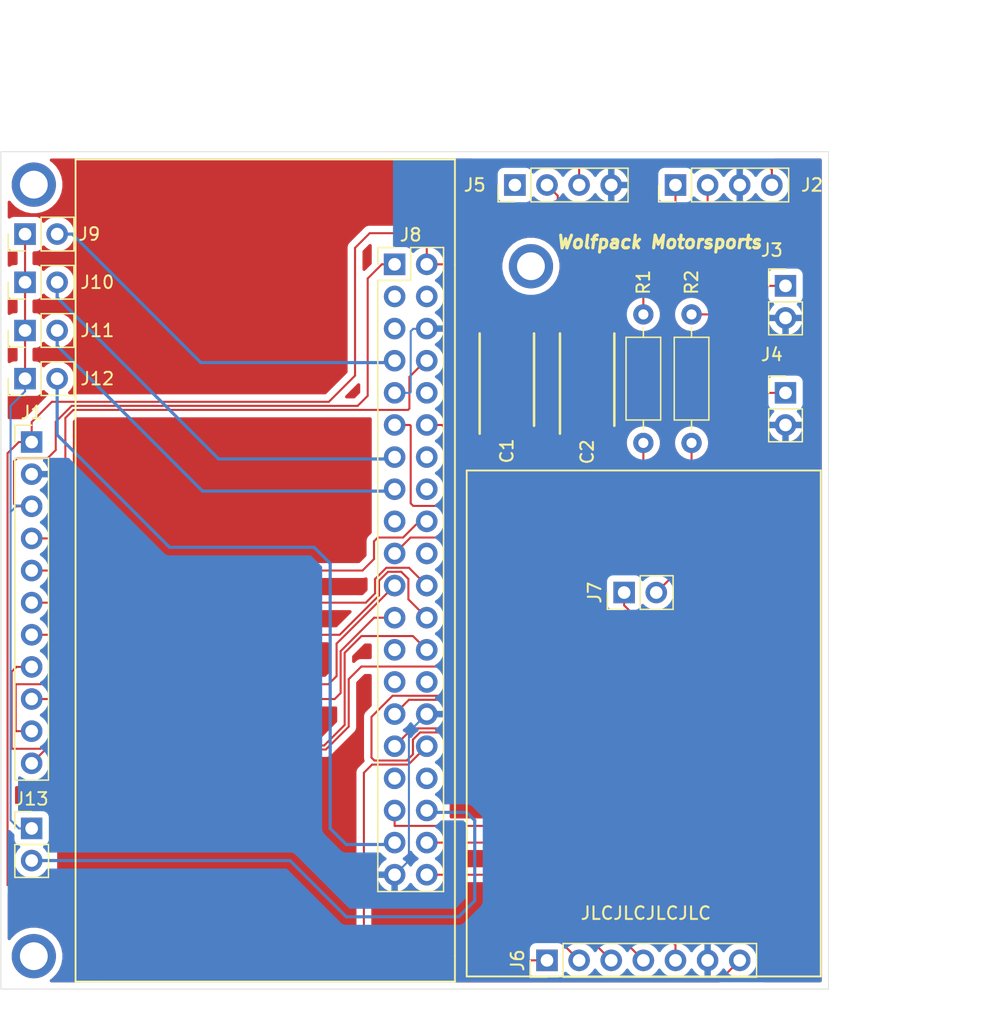
<source format=kicad_pcb>
(kicad_pcb (version 20171130) (host pcbnew "(5.1.5)-3")

  (general
    (thickness 0.8)
    (drawings 39)
    (tracks 255)
    (zones 0)
    (modules 20)
    (nets 43)
  )

  (page USLetter)
  (title_block
    (title "Steering Wheel MotherBoard")
    (date 6/28/2020)
    (rev 3.0)
    (company "Wolfpack Motorsports")
    (comment 1 "Michael Dayan")
  )

  (layers
    (0 F.Cu signal)
    (31 B.Cu signal)
    (32 B.Adhes user)
    (33 F.Adhes user)
    (34 B.Paste user)
    (35 F.Paste user)
    (36 B.SilkS user)
    (37 F.SilkS user)
    (38 B.Mask user)
    (39 F.Mask user)
    (40 Dwgs.User user)
    (41 Cmts.User user)
    (42 Eco1.User user)
    (43 Eco2.User user)
    (44 Edge.Cuts user)
    (45 Margin user)
    (46 B.CrtYd user)
    (47 F.CrtYd user)
    (48 B.Fab user)
    (49 F.Fab user hide)
  )

  (setup
    (last_trace_width 0.25)
    (trace_clearance 0.2)
    (zone_clearance 0.508)
    (zone_45_only no)
    (trace_min 0.16)
    (via_size 0.8)
    (via_drill 0.4)
    (via_min_size 0.3)
    (via_min_drill 0.3)
    (uvia_size 0.3)
    (uvia_drill 0.1)
    (uvias_allowed no)
    (uvia_min_size 0.2)
    (uvia_min_drill 0.1)
    (edge_width 0.05)
    (segment_width 0.2)
    (pcb_text_width 0.3)
    (pcb_text_size 1.5 1.5)
    (mod_edge_width 0.12)
    (mod_text_size 1 1)
    (mod_text_width 0.16)
    (pad_size 1.524 1.524)
    (pad_drill 0.762)
    (pad_to_mask_clearance 0.051)
    (solder_mask_min_width 0.25)
    (aux_axis_origin 94.6 151.2)
    (grid_origin 94.6 151.2)
    (visible_elements 7FFFFFFF)
    (pcbplotparams
      (layerselection 0x010fc_ffffffff)
      (usegerberextensions false)
      (usegerberattributes false)
      (usegerberadvancedattributes false)
      (creategerberjobfile false)
      (excludeedgelayer true)
      (linewidth 0.100000)
      (plotframeref false)
      (viasonmask false)
      (mode 1)
      (useauxorigin false)
      (hpglpennumber 1)
      (hpglpenspeed 20)
      (hpglpendiameter 15.000000)
      (psnegative false)
      (psa4output false)
      (plotreference true)
      (plotvalue true)
      (plotinvisibletext false)
      (padsonsilk false)
      (subtractmaskfromsilk false)
      (outputformat 1)
      (mirror false)
      (drillshape 0)
      (scaleselection 1)
      (outputdirectory "SteeringWheel_v3_Gerb/"))
  )

  (net 0 "")
  (net 1 +5V)
  (net 2 GNDPWR)
  (net 3 +3V3)
  (net 4 /GPIO_18)
  (net 5 /RT_INT)
  (net 6 /TFT_DC)
  (net 7 /TFT_CS)
  (net 8 /RT_CS)
  (net 9 /SCLK)
  (net 10 /Slave_OUT)
  (net 11 /Slave_IN)
  (net 12 /CAN_H)
  (net 13 /CAN_L)
  (net 14 "Net-(J3-Pad1)")
  (net 15 "Net-(J4-Pad1)")
  (net 16 "Net-(J5-Pad1)")
  (net 17 /NPX_DATA)
  (net 18 /SPI_INT)
  (net 19 /SPI_SCK)
  (net 20 /SPI_S_IN)
  (net 21 /SPI_S_OUT)
  (net 22 /SPI_CS)
  (net 23 "Net-(J8-Pad3)")
  (net 24 "Net-(J8-Pad4)")
  (net 25 "Net-(J8-Pad5)")
  (net 26 "Net-(J8-Pad10)")
  (net 27 "Net-(J8-Pad14)")
  (net 28 "Net-(J8-Pad17)")
  (net 29 "Net-(J8-Pad20)")
  (net 30 "Net-(J8-Pad25)")
  (net 31 "Net-(J8-Pad27)")
  (net 32 "Net-(J8-Pad28)")
  (net 33 /STATUS_1)
  (net 34 /STATUS_2)
  (net 35 "Net-(J8-Pad33)")
  (net 36 "Net-(J8-Pad34)")
  (net 37 /BUTTON_3)
  (net 38 /BUTTON_4)
  (net 39 /BUTTON_2)
  (net 40 /BUTTON_1)
  (net 41 /BUTTON_0)
  (net 42 "Net-(J8-Pad16)")

  (net_class Default "This is the default net class."
    (clearance 0.2)
    (trace_width 0.25)
    (via_dia 0.8)
    (via_drill 0.4)
    (uvia_dia 0.3)
    (uvia_drill 0.1)
    (add_net /BUTTON_0)
    (add_net /BUTTON_1)
    (add_net /BUTTON_2)
    (add_net /BUTTON_3)
    (add_net /BUTTON_4)
    (add_net "Net-(J8-Pad16)")
  )

  (net_class JLBPCB ""
    (clearance 0.16)
    (trace_width 0.16)
    (via_dia 0.8)
    (via_drill 0.3)
    (uvia_dia 0.3)
    (uvia_drill 0.1)
    (add_net +3V3)
    (add_net +5V)
    (add_net /CAN_H)
    (add_net /CAN_L)
    (add_net /GPIO_18)
    (add_net /NPX_DATA)
    (add_net /RT_CS)
    (add_net /RT_INT)
    (add_net /SCLK)
    (add_net /SPI_CS)
    (add_net /SPI_INT)
    (add_net /SPI_SCK)
    (add_net /SPI_S_IN)
    (add_net /SPI_S_OUT)
    (add_net /STATUS_1)
    (add_net /STATUS_2)
    (add_net /Slave_IN)
    (add_net /Slave_OUT)
    (add_net /TFT_CS)
    (add_net /TFT_DC)
    (add_net GNDPWR)
    (add_net "Net-(J3-Pad1)")
    (add_net "Net-(J4-Pad1)")
    (add_net "Net-(J5-Pad1)")
    (add_net "Net-(J8-Pad10)")
    (add_net "Net-(J8-Pad14)")
    (add_net "Net-(J8-Pad17)")
    (add_net "Net-(J8-Pad20)")
    (add_net "Net-(J8-Pad25)")
    (add_net "Net-(J8-Pad27)")
    (add_net "Net-(J8-Pad28)")
    (add_net "Net-(J8-Pad3)")
    (add_net "Net-(J8-Pad33)")
    (add_net "Net-(J8-Pad34)")
    (add_net "Net-(J8-Pad4)")
    (add_net "Net-(J8-Pad5)")
  )

  (module Connector_PinHeader_2.54mm:PinHeader_1x02_P2.54mm_Vertical (layer F.Cu) (tedit 59FED5CC) (tstamp 5E606B91)
    (at 97.028 138.5)
    (descr "Through hole straight pin header, 1x02, 2.54mm pitch, single row")
    (tags "Through hole pin header THT 1x02 2.54mm single row")
    (path /5E61F0A0)
    (fp_text reference J13 (at 0 -2.33) (layer F.SilkS)
      (effects (font (size 1 1) (thickness 0.15)))
    )
    (fp_text value Conn_01x02 (at 0 4.87) (layer F.Fab)
      (effects (font (size 1 1) (thickness 0.15)))
    )
    (fp_text user %R (at 0 1.27 90) (layer F.Fab)
      (effects (font (size 1 1) (thickness 0.15)))
    )
    (fp_line (start 1.8 -1.8) (end -1.8 -1.8) (layer F.CrtYd) (width 0.05))
    (fp_line (start 1.8 4.35) (end 1.8 -1.8) (layer F.CrtYd) (width 0.05))
    (fp_line (start -1.8 4.35) (end 1.8 4.35) (layer F.CrtYd) (width 0.05))
    (fp_line (start -1.8 -1.8) (end -1.8 4.35) (layer F.CrtYd) (width 0.05))
    (fp_line (start -1.33 -1.33) (end 0 -1.33) (layer F.SilkS) (width 0.12))
    (fp_line (start -1.33 0) (end -1.33 -1.33) (layer F.SilkS) (width 0.12))
    (fp_line (start -1.33 1.27) (end 1.33 1.27) (layer F.SilkS) (width 0.12))
    (fp_line (start 1.33 1.27) (end 1.33 3.87) (layer F.SilkS) (width 0.12))
    (fp_line (start -1.33 1.27) (end -1.33 3.87) (layer F.SilkS) (width 0.12))
    (fp_line (start -1.33 3.87) (end 1.33 3.87) (layer F.SilkS) (width 0.12))
    (fp_line (start -1.27 -0.635) (end -0.635 -1.27) (layer F.Fab) (width 0.1))
    (fp_line (start -1.27 3.81) (end -1.27 -0.635) (layer F.Fab) (width 0.1))
    (fp_line (start 1.27 3.81) (end -1.27 3.81) (layer F.Fab) (width 0.1))
    (fp_line (start 1.27 -1.27) (end 1.27 3.81) (layer F.Fab) (width 0.1))
    (fp_line (start -0.635 -1.27) (end 1.27 -1.27) (layer F.Fab) (width 0.1))
    (pad 2 thru_hole oval (at 0 2.54) (size 1.7 1.7) (drill 1) (layers *.Cu *.Mask)
      (net 38 /BUTTON_4))
    (pad 1 thru_hole rect (at 0 0) (size 1.7 1.7) (drill 1) (layers *.Cu *.Mask)
      (net 3 +3V3))
    (model "C:/Users/mchld/Documents/NCSU/WolfPack Motorsports/KiCad/SteeringWheelAttempt2/connectors_Molex/534260210.stp"
      (offset (xyz -4.6 -1.25 3.33))
      (scale (xyz 1 1 1))
      (rotate (xyz -90 0 90))
    )
  )

  (module Connector_PinHeader_2.54mm:PinHeader_1x02_P2.54mm_Vertical (layer F.Cu) (tedit 59FED5CC) (tstamp 5E606A78)
    (at 96.505 102.94 90)
    (descr "Through hole straight pin header, 1x02, 2.54mm pitch, single row")
    (tags "Through hole pin header THT 1x02 2.54mm single row")
    (path /5E61EE24)
    (fp_text reference J12 (at 0 5.715 180) (layer F.SilkS)
      (effects (font (size 1 1) (thickness 0.15)))
    )
    (fp_text value Conn_01x02 (at 0 4.87 90) (layer F.Fab)
      (effects (font (size 1 1) (thickness 0.15)))
    )
    (fp_text user %R (at 0 1.27) (layer F.Fab)
      (effects (font (size 1 1) (thickness 0.15)))
    )
    (fp_line (start 1.8 -1.8) (end -1.8 -1.8) (layer F.CrtYd) (width 0.05))
    (fp_line (start 1.8 4.35) (end 1.8 -1.8) (layer F.CrtYd) (width 0.05))
    (fp_line (start -1.8 4.35) (end 1.8 4.35) (layer F.CrtYd) (width 0.05))
    (fp_line (start -1.8 -1.8) (end -1.8 4.35) (layer F.CrtYd) (width 0.05))
    (fp_line (start -1.33 -1.33) (end 0 -1.33) (layer F.SilkS) (width 0.12))
    (fp_line (start -1.33 0) (end -1.33 -1.33) (layer F.SilkS) (width 0.12))
    (fp_line (start -1.33 1.27) (end 1.33 1.27) (layer F.SilkS) (width 0.12))
    (fp_line (start 1.33 1.27) (end 1.33 3.87) (layer F.SilkS) (width 0.12))
    (fp_line (start -1.33 1.27) (end -1.33 3.87) (layer F.SilkS) (width 0.12))
    (fp_line (start -1.33 3.87) (end 1.33 3.87) (layer F.SilkS) (width 0.12))
    (fp_line (start -1.27 -0.635) (end -0.635 -1.27) (layer F.Fab) (width 0.1))
    (fp_line (start -1.27 3.81) (end -1.27 -0.635) (layer F.Fab) (width 0.1))
    (fp_line (start 1.27 3.81) (end -1.27 3.81) (layer F.Fab) (width 0.1))
    (fp_line (start 1.27 -1.27) (end 1.27 3.81) (layer F.Fab) (width 0.1))
    (fp_line (start -0.635 -1.27) (end 1.27 -1.27) (layer F.Fab) (width 0.1))
    (pad 2 thru_hole oval (at 0 2.54 90) (size 1.7 1.7) (drill 1) (layers *.Cu *.Mask)
      (net 37 /BUTTON_3))
    (pad 1 thru_hole rect (at 0 0 90) (size 1.7 1.7) (drill 1) (layers *.Cu *.Mask)
      (net 3 +3V3))
  )

  (module Connector_PinHeader_2.54mm:PinHeader_1x02_P2.54mm_Vertical (layer F.Cu) (tedit 59FED5CC) (tstamp 5E606A62)
    (at 96.505 99.13 90)
    (descr "Through hole straight pin header, 1x02, 2.54mm pitch, single row")
    (tags "Through hole pin header THT 1x02 2.54mm single row")
    (path /5E61EB8F)
    (fp_text reference J11 (at 0 5.715 180) (layer F.SilkS)
      (effects (font (size 1 1) (thickness 0.15)))
    )
    (fp_text value Conn_01x02 (at 0 4.87 90) (layer F.Fab)
      (effects (font (size 1 1) (thickness 0.15)))
    )
    (fp_text user %R (at 0 1.27) (layer F.Fab)
      (effects (font (size 1 1) (thickness 0.15)))
    )
    (fp_line (start 1.8 -1.8) (end -1.8 -1.8) (layer F.CrtYd) (width 0.05))
    (fp_line (start 1.8 4.35) (end 1.8 -1.8) (layer F.CrtYd) (width 0.05))
    (fp_line (start -1.8 4.35) (end 1.8 4.35) (layer F.CrtYd) (width 0.05))
    (fp_line (start -1.8 -1.8) (end -1.8 4.35) (layer F.CrtYd) (width 0.05))
    (fp_line (start -1.33 -1.33) (end 0 -1.33) (layer F.SilkS) (width 0.12))
    (fp_line (start -1.33 0) (end -1.33 -1.33) (layer F.SilkS) (width 0.12))
    (fp_line (start -1.33 1.27) (end 1.33 1.27) (layer F.SilkS) (width 0.12))
    (fp_line (start 1.33 1.27) (end 1.33 3.87) (layer F.SilkS) (width 0.12))
    (fp_line (start -1.33 1.27) (end -1.33 3.87) (layer F.SilkS) (width 0.12))
    (fp_line (start -1.33 3.87) (end 1.33 3.87) (layer F.SilkS) (width 0.12))
    (fp_line (start -1.27 -0.635) (end -0.635 -1.27) (layer F.Fab) (width 0.1))
    (fp_line (start -1.27 3.81) (end -1.27 -0.635) (layer F.Fab) (width 0.1))
    (fp_line (start 1.27 3.81) (end -1.27 3.81) (layer F.Fab) (width 0.1))
    (fp_line (start 1.27 -1.27) (end 1.27 3.81) (layer F.Fab) (width 0.1))
    (fp_line (start -0.635 -1.27) (end 1.27 -1.27) (layer F.Fab) (width 0.1))
    (pad 2 thru_hole oval (at 0 2.54 90) (size 1.7 1.7) (drill 1) (layers *.Cu *.Mask)
      (net 39 /BUTTON_2))
    (pad 1 thru_hole rect (at 0 0 90) (size 1.7 1.7) (drill 1) (layers *.Cu *.Mask)
      (net 3 +3V3))
  )

  (module Connector_PinHeader_2.54mm:PinHeader_1x02_P2.54mm_Vertical (layer F.Cu) (tedit 59FED5CC) (tstamp 5E606A4C)
    (at 96.505 95.32 90)
    (descr "Through hole straight pin header, 1x02, 2.54mm pitch, single row")
    (tags "Through hole pin header THT 1x02 2.54mm single row")
    (path /5E61E798)
    (fp_text reference J10 (at 0 5.715 180) (layer F.SilkS)
      (effects (font (size 1 1) (thickness 0.15)))
    )
    (fp_text value Conn_01x02 (at 0 4.87 90) (layer F.Fab)
      (effects (font (size 1 1) (thickness 0.15)))
    )
    (fp_text user %R (at 0 1.27) (layer F.Fab)
      (effects (font (size 1 1) (thickness 0.15)))
    )
    (fp_line (start 1.8 -1.8) (end -1.8 -1.8) (layer F.CrtYd) (width 0.05))
    (fp_line (start 1.8 4.35) (end 1.8 -1.8) (layer F.CrtYd) (width 0.05))
    (fp_line (start -1.8 4.35) (end 1.8 4.35) (layer F.CrtYd) (width 0.05))
    (fp_line (start -1.8 -1.8) (end -1.8 4.35) (layer F.CrtYd) (width 0.05))
    (fp_line (start -1.33 -1.33) (end 0 -1.33) (layer F.SilkS) (width 0.12))
    (fp_line (start -1.33 0) (end -1.33 -1.33) (layer F.SilkS) (width 0.12))
    (fp_line (start -1.33 1.27) (end 1.33 1.27) (layer F.SilkS) (width 0.12))
    (fp_line (start 1.33 1.27) (end 1.33 3.87) (layer F.SilkS) (width 0.12))
    (fp_line (start -1.33 1.27) (end -1.33 3.87) (layer F.SilkS) (width 0.12))
    (fp_line (start -1.33 3.87) (end 1.33 3.87) (layer F.SilkS) (width 0.12))
    (fp_line (start -1.27 -0.635) (end -0.635 -1.27) (layer F.Fab) (width 0.1))
    (fp_line (start -1.27 3.81) (end -1.27 -0.635) (layer F.Fab) (width 0.1))
    (fp_line (start 1.27 3.81) (end -1.27 3.81) (layer F.Fab) (width 0.1))
    (fp_line (start 1.27 -1.27) (end 1.27 3.81) (layer F.Fab) (width 0.1))
    (fp_line (start -0.635 -1.27) (end 1.27 -1.27) (layer F.Fab) (width 0.1))
    (pad 2 thru_hole oval (at 0 2.54 90) (size 1.7 1.7) (drill 1) (layers *.Cu *.Mask)
      (net 40 /BUTTON_1))
    (pad 1 thru_hole rect (at 0 0 90) (size 1.7 1.7) (drill 1) (layers *.Cu *.Mask)
      (net 3 +3V3))
  )

  (module Connector_PinHeader_2.54mm:PinHeader_1x02_P2.54mm_Vertical (layer F.Cu) (tedit 59FED5CC) (tstamp 5E606A36)
    (at 96.505 91.51 90)
    (descr "Through hole straight pin header, 1x02, 2.54mm pitch, single row")
    (tags "Through hole pin header THT 1x02 2.54mm single row")
    (path /5E607C59)
    (fp_text reference J9 (at 0 5.08 180) (layer F.SilkS)
      (effects (font (size 1 1) (thickness 0.15)))
    )
    (fp_text value Conn_01x02 (at 0 4.87 90) (layer F.Fab)
      (effects (font (size 1 1) (thickness 0.15)))
    )
    (fp_text user %R (at 0 1.27) (layer F.Fab)
      (effects (font (size 1 1) (thickness 0.15)))
    )
    (fp_line (start 1.8 -1.8) (end -1.8 -1.8) (layer F.CrtYd) (width 0.05))
    (fp_line (start 1.8 4.35) (end 1.8 -1.8) (layer F.CrtYd) (width 0.05))
    (fp_line (start -1.8 4.35) (end 1.8 4.35) (layer F.CrtYd) (width 0.05))
    (fp_line (start -1.8 -1.8) (end -1.8 4.35) (layer F.CrtYd) (width 0.05))
    (fp_line (start -1.33 -1.33) (end 0 -1.33) (layer F.SilkS) (width 0.12))
    (fp_line (start -1.33 0) (end -1.33 -1.33) (layer F.SilkS) (width 0.12))
    (fp_line (start -1.33 1.27) (end 1.33 1.27) (layer F.SilkS) (width 0.12))
    (fp_line (start 1.33 1.27) (end 1.33 3.87) (layer F.SilkS) (width 0.12))
    (fp_line (start -1.33 1.27) (end -1.33 3.87) (layer F.SilkS) (width 0.12))
    (fp_line (start -1.33 3.87) (end 1.33 3.87) (layer F.SilkS) (width 0.12))
    (fp_line (start -1.27 -0.635) (end -0.635 -1.27) (layer F.Fab) (width 0.1))
    (fp_line (start -1.27 3.81) (end -1.27 -0.635) (layer F.Fab) (width 0.1))
    (fp_line (start 1.27 3.81) (end -1.27 3.81) (layer F.Fab) (width 0.1))
    (fp_line (start 1.27 -1.27) (end 1.27 3.81) (layer F.Fab) (width 0.1))
    (fp_line (start -0.635 -1.27) (end 1.27 -1.27) (layer F.Fab) (width 0.1))
    (pad 2 thru_hole oval (at 0 2.54 90) (size 1.7 1.7) (drill 1) (layers *.Cu *.Mask)
      (net 41 /BUTTON_0))
    (pad 1 thru_hole rect (at 0 0 90) (size 1.7 1.7) (drill 1) (layers *.Cu *.Mask)
      (net 3 +3V3))
  )

  (module KiCad:CAPPM7343X310N (layer F.Cu) (tedit 0) (tstamp 5E59CFCA)
    (at 134.605 103.015 90)
    (descr T520D)
    (tags "Capacitor Polarised")
    (path /5E5284C3)
    (attr smd)
    (fp_text reference C1 (at -5.64 0 90) (layer F.SilkS)
      (effects (font (size 1 1) (thickness 0.16)))
    )
    (fp_text value 470u (at 2.5 6.25 90) (layer F.Fab) hide
      (effects (font (size 1 1) (thickness 0.15)))
    )
    (fp_line (start -3.65 2.15) (end 3.65 2.15) (layer F.SilkS) (width 0.2))
    (fp_line (start 3.65 -2.15) (end -4.275 -2.15) (layer F.SilkS) (width 0.2))
    (fp_line (start -3.65 -0.975) (end -2.475 -2.15) (layer F.Fab) (width 0.1))
    (fp_line (start -3.65 2.15) (end -3.65 -2.15) (layer F.Fab) (width 0.1))
    (fp_line (start 3.65 2.15) (end -3.65 2.15) (layer F.Fab) (width 0.1))
    (fp_line (start 3.65 -2.15) (end 3.65 2.15) (layer F.Fab) (width 0.1))
    (fp_line (start -3.65 -2.15) (end 3.65 -2.15) (layer F.Fab) (width 0.1))
    (fp_line (start -4.525 2.55) (end -4.525 -2.55) (layer F.CrtYd) (width 0.05))
    (fp_line (start 4.525 2.55) (end -4.525 2.55) (layer F.CrtYd) (width 0.05))
    (fp_line (start 4.525 -2.55) (end 4.525 2.55) (layer F.CrtYd) (width 0.05))
    (fp_line (start -4.525 -2.55) (end 4.525 -2.55) (layer F.CrtYd) (width 0.05))
    (fp_text user %R (at 2.5 0 90) (layer F.Fab)
      (effects (font (size 1 1) (thickness 0.15)))
    )
    (pad 2 smd rect (at 3.1 0 90) (size 2.35 2.45) (layers F.Cu F.Paste F.Mask)
      (net 2 GNDPWR))
    (pad 1 smd rect (at -3.1 0 90) (size 2.35 2.45) (layers F.Cu F.Paste F.Mask)
      (net 1 +5V))
    (model "C:/Users/mchld/Documents/NCSU/WolfPack Motorsports/Components/Production/Passive/Capacitors/T520/T520D477M006ATE015.stp"
      (at (xyz 0 0 0))
      (scale (xyz 1 1 1))
      (rotate (xyz 0 0 0))
    )
  )

  (module KiCad:CAPPM7343X310N (layer F.Cu) (tedit 0) (tstamp 5E59D020)
    (at 140.955 103.015 90)
    (descr T520D)
    (tags "Capacitor Polarised")
    (path /5E574104)
    (attr smd)
    (fp_text reference C2 (at -5.715 0 90) (layer F.SilkS)
      (effects (font (size 1 1) (thickness 0.16)))
    )
    (fp_text value 470u (at 0 0 90) (layer F.SilkS) hide
      (effects (font (size 1.27 1.27) (thickness 0.254)))
    )
    (fp_line (start -3.65 2.15) (end 3.65 2.15) (layer F.SilkS) (width 0.2))
    (fp_line (start 3.65 -2.15) (end -4.275 -2.15) (layer F.SilkS) (width 0.2))
    (fp_line (start -3.65 -0.975) (end -2.475 -2.15) (layer F.Fab) (width 0.1))
    (fp_line (start -3.65 2.15) (end -3.65 -2.15) (layer F.Fab) (width 0.1))
    (fp_line (start 3.65 2.15) (end -3.65 2.15) (layer F.Fab) (width 0.1))
    (fp_line (start 3.65 -2.15) (end 3.65 2.15) (layer F.Fab) (width 0.1))
    (fp_line (start -3.65 -2.15) (end 3.65 -2.15) (layer F.Fab) (width 0.1))
    (fp_line (start -4.525 2.55) (end -4.525 -2.55) (layer F.CrtYd) (width 0.05))
    (fp_line (start 4.525 2.55) (end -4.525 2.55) (layer F.CrtYd) (width 0.05))
    (fp_line (start 4.525 -2.55) (end 4.525 2.55) (layer F.CrtYd) (width 0.05))
    (fp_line (start -4.525 -2.55) (end 4.525 -2.55) (layer F.CrtYd) (width 0.05))
    (fp_text user %R (at 0 0 90) (layer F.Fab) hide
      (effects (font (size 1.27 1.27) (thickness 0.254)))
    )
    (pad 2 smd rect (at 3.1 0 90) (size 2.35 2.45) (layers F.Cu F.Paste F.Mask)
      (net 2 GNDPWR))
    (pad 1 smd rect (at -3.1 0 90) (size 2.35 2.45) (layers F.Cu F.Paste F.Mask)
      (net 1 +5V))
    (model "C:/Users/mchld/Documents/NCSU/WolfPack Motorsports/Components/Production/Passive/Capacitors/T520/T520D477M006ATE015.stp"
      (at (xyz 0 0 0))
      (scale (xyz 1 1 1))
      (rotate (xyz 0 0 0))
    )
  )

  (module MountingHole:MountingHole_2.2mm_M2_ISO7380_Pad (layer F.Cu) (tedit 56D1B4CB) (tstamp 5E48B883)
    (at 136.51 94.05)
    (descr "Mounting Hole 2.2mm, M2, ISO7380")
    (tags "mounting hole 2.2mm m2 iso7380")
    (attr virtual)
    (fp_text reference MH3 (at 0 -2.75) (layer F.SilkS) hide
      (effects (font (size 1 1) (thickness 0.15)))
    )
    (fp_text value MountingHole_2.2mm_M2_ISO7380_Pad (at 0 2.75) (layer F.Fab)
      (effects (font (size 1 1) (thickness 0.15)))
    )
    (fp_circle (center 0 0) (end 2 0) (layer F.CrtYd) (width 0.05))
    (fp_circle (center 0 0) (end 1.75 0) (layer Cmts.User) (width 0.15))
    (fp_text user %R (at 0.3 0) (layer F.Fab)
      (effects (font (size 1 1) (thickness 0.15)))
    )
    (pad 1 thru_hole circle (at 0 0) (size 3.5 3.5) (drill 2.2) (layers *.Cu *.Mask))
  )

  (module MountingHole:MountingHole_2.2mm_M2_ISO7380_Pad (layer F.Cu) (tedit 56D1B4CB) (tstamp 5E48B81B)
    (at 97.2 148.6)
    (descr "Mounting Hole 2.2mm, M2, ISO7380")
    (tags "mounting hole 2.2mm m2 iso7380")
    (attr virtual)
    (fp_text reference MH2 (at 0 -2.75) (layer F.SilkS) hide
      (effects (font (size 1 1) (thickness 0.15)))
    )
    (fp_text value MountingHole_2.2mm_M2_ISO7380_Pad (at 0 2.75) (layer F.Fab)
      (effects (font (size 1 1) (thickness 0.15)))
    )
    (fp_circle (center 0 0) (end 2 0) (layer F.CrtYd) (width 0.05))
    (fp_circle (center 0 0) (end 1.75 0) (layer Cmts.User) (width 0.15))
    (fp_text user %R (at 0.3 0) (layer F.Fab)
      (effects (font (size 1 1) (thickness 0.15)))
    )
    (pad 1 thru_hole circle (at 0 0) (size 3.5 3.5) (drill 2.2) (layers *.Cu *.Mask))
  )

  (module MountingHole:MountingHole_2.2mm_M2_ISO7380_Pad (layer F.Cu) (tedit 56D1B4CB) (tstamp 5E48B7D6)
    (at 97.2 87.6)
    (descr "Mounting Hole 2.2mm, M2, ISO7380")
    (tags "mounting hole 2.2mm m2 iso7380")
    (attr virtual)
    (fp_text reference MH1 (at 0 -2.75) (layer F.SilkS) hide
      (effects (font (size 1 1) (thickness 0.15)))
    )
    (fp_text value MountingHole_2.2mm_M2_ISO7380_Pad (at 0 2.75) (layer F.Fab) hide
      (effects (font (size 1 1) (thickness 0.15)))
    )
    (fp_circle (center 0 0) (end 2 0) (layer F.CrtYd) (width 0.05))
    (fp_circle (center 0 0) (end 1.75 0) (layer Cmts.User) (width 0.15))
    (fp_text user %R (at 0.3 0) (layer F.Fab) hide
      (effects (font (size 1 1) (thickness 0.15)))
    )
    (pad 1 thru_hole circle (at 0 0) (size 3.5 3.5) (drill 2.2) (layers *.Cu *.Mask))
  )

  (module Connector_PinHeader_2.54mm:PinHeader_1x11_P2.54mm_Vertical locked (layer F.Cu) (tedit 59FED5CC) (tstamp 5E465383)
    (at 97.028 107.95)
    (descr "Through hole straight pin header, 1x11, 2.54mm pitch, single row")
    (tags "Through hole pin header THT 1x11 2.54mm single row")
    (path /5E45865F)
    (fp_text reference J1 (at 0 -2.33) (layer F.SilkS)
      (effects (font (size 1 1) (thickness 0.16)))
    )
    (fp_text value Conn_01x11 (at 0 27.73) (layer F.Fab)
      (effects (font (size 1 1) (thickness 0.15)))
    )
    (fp_text user %R (at 0 12.7 90) (layer F.Fab)
      (effects (font (size 1 1) (thickness 0.15)))
    )
    (fp_line (start 1.8 -1.8) (end -1.8 -1.8) (layer F.CrtYd) (width 0.05))
    (fp_line (start 1.8 27.2) (end 1.8 -1.8) (layer F.CrtYd) (width 0.05))
    (fp_line (start -1.8 27.2) (end 1.8 27.2) (layer F.CrtYd) (width 0.05))
    (fp_line (start -1.8 -1.8) (end -1.8 27.2) (layer F.CrtYd) (width 0.05))
    (fp_line (start -1.33 -1.33) (end 0 -1.33) (layer F.SilkS) (width 0.12))
    (fp_line (start -1.33 0) (end -1.33 -1.33) (layer F.SilkS) (width 0.12))
    (fp_line (start -1.33 1.27) (end 1.33 1.27) (layer F.SilkS) (width 0.12))
    (fp_line (start 1.33 1.27) (end 1.33 26.73) (layer F.SilkS) (width 0.12))
    (fp_line (start -1.33 1.27) (end -1.33 26.73) (layer F.SilkS) (width 0.12))
    (fp_line (start -1.33 26.73) (end 1.33 26.73) (layer F.SilkS) (width 0.12))
    (fp_line (start -1.27 -0.635) (end -0.635 -1.27) (layer F.Fab) (width 0.1))
    (fp_line (start -1.27 26.67) (end -1.27 -0.635) (layer F.Fab) (width 0.1))
    (fp_line (start 1.27 26.67) (end -1.27 26.67) (layer F.Fab) (width 0.1))
    (fp_line (start 1.27 -1.27) (end 1.27 26.67) (layer F.Fab) (width 0.1))
    (fp_line (start -0.635 -1.27) (end 1.27 -1.27) (layer F.Fab) (width 0.1))
    (pad 11 thru_hole oval (at 0 25.4) (size 1.7 1.7) (drill 1) (layers *.Cu *.Mask)
      (net 11 /Slave_IN))
    (pad 10 thru_hole oval (at 0 22.86) (size 1.7 1.7) (drill 1) (layers *.Cu *.Mask)
      (net 10 /Slave_OUT))
    (pad 9 thru_hole oval (at 0 20.32) (size 1.7 1.7) (drill 1) (layers *.Cu *.Mask)
      (net 9 /SCLK))
    (pad 8 thru_hole oval (at 0 17.78) (size 1.7 1.7) (drill 1) (layers *.Cu *.Mask)
      (net 8 /RT_CS))
    (pad 7 thru_hole oval (at 0 15.24) (size 1.7 1.7) (drill 1) (layers *.Cu *.Mask)
      (net 7 /TFT_CS))
    (pad 6 thru_hole oval (at 0 12.7) (size 1.7 1.7) (drill 1) (layers *.Cu *.Mask)
      (net 6 /TFT_DC))
    (pad 5 thru_hole oval (at 0 10.16) (size 1.7 1.7) (drill 1) (layers *.Cu *.Mask)
      (net 5 /RT_INT))
    (pad 4 thru_hole oval (at 0 7.62) (size 1.7 1.7) (drill 1) (layers *.Cu *.Mask)
      (net 4 /GPIO_18))
    (pad 3 thru_hole oval (at 0 5.08) (size 1.7 1.7) (drill 1) (layers *.Cu *.Mask)
      (net 3 +3V3))
    (pad 2 thru_hole oval (at 0 2.54) (size 1.7 1.7) (drill 1) (layers *.Cu *.Mask)
      (net 2 GNDPWR))
    (pad 1 thru_hole rect (at 0 0) (size 1.7 1.7) (drill 1) (layers *.Cu *.Mask)
      (net 1 +5V))
    (model "C:/Users/mchld/Documents/NCSU/WolfPack Motorsports/KiCad/SteeringWheelAttempt2/connectors_Molex/534261110.stp"
      (offset (xyz -4.5 -12.7 3.34))
      (scale (xyz 1 1 1))
      (rotate (xyz -90 0 90))
    )
  )

  (module Connector_PinHeader_2.54mm:PinHeader_1x04_P2.54mm_Vertical locked (layer F.Cu) (tedit 59FED5CC) (tstamp 5E4648ED)
    (at 147.94 87.63 90)
    (descr "Through hole straight pin header, 1x04, 2.54mm pitch, single row")
    (tags "Through hole pin header THT 1x04 2.54mm single row")
    (path /5E49CE40)
    (fp_text reference J2 (at 0 10.795 180) (layer F.SilkS)
      (effects (font (size 1 1) (thickness 0.16)))
    )
    (fp_text value Conn_01x04 (at 0 9.95 90) (layer F.Fab)
      (effects (font (size 1 1) (thickness 0.15)))
    )
    (fp_line (start -0.635 -1.27) (end 1.27 -1.27) (layer F.Fab) (width 0.1))
    (fp_line (start 1.27 -1.27) (end 1.27 8.89) (layer F.Fab) (width 0.1))
    (fp_line (start 1.27 8.89) (end -1.27 8.89) (layer F.Fab) (width 0.1))
    (fp_line (start -1.27 8.89) (end -1.27 -0.635) (layer F.Fab) (width 0.1))
    (fp_line (start -1.27 -0.635) (end -0.635 -1.27) (layer F.Fab) (width 0.1))
    (fp_line (start -1.33 8.95) (end 1.33 8.95) (layer F.SilkS) (width 0.12))
    (fp_line (start -1.33 1.27) (end -1.33 8.95) (layer F.SilkS) (width 0.12))
    (fp_line (start 1.33 1.27) (end 1.33 8.95) (layer F.SilkS) (width 0.12))
    (fp_line (start -1.33 1.27) (end 1.33 1.27) (layer F.SilkS) (width 0.12))
    (fp_line (start -1.33 0) (end -1.33 -1.33) (layer F.SilkS) (width 0.12))
    (fp_line (start -1.33 -1.33) (end 0 -1.33) (layer F.SilkS) (width 0.12))
    (fp_line (start -1.8 -1.8) (end -1.8 9.4) (layer F.CrtYd) (width 0.05))
    (fp_line (start -1.8 9.4) (end 1.8 9.4) (layer F.CrtYd) (width 0.05))
    (fp_line (start 1.8 9.4) (end 1.8 -1.8) (layer F.CrtYd) (width 0.05))
    (fp_line (start 1.8 -1.8) (end -1.8 -1.8) (layer F.CrtYd) (width 0.05))
    (fp_text user %R (at 0 3.81) (layer F.Fab)
      (effects (font (size 1 1) (thickness 0.15)))
    )
    (pad 1 thru_hole rect (at 0 0 90) (size 1.7 1.7) (drill 1) (layers *.Cu *.Mask)
      (net 13 /CAN_L))
    (pad 2 thru_hole oval (at 0 2.54 90) (size 1.7 1.7) (drill 1) (layers *.Cu *.Mask)
      (net 12 /CAN_H))
    (pad 3 thru_hole oval (at 0 5.08 90) (size 1.7 1.7) (drill 1) (layers *.Cu *.Mask)
      (net 2 GNDPWR))
    (pad 4 thru_hole oval (at 0 7.62 90) (size 1.7 1.7) (drill 1) (layers *.Cu *.Mask)
      (net 1 +5V))
    (model "C:/Users/mchld/Documents/NCSU/WolfPack Motorsports/KiCad/SteeringWheelAttempt2/connectors_Molex/534260410.stp"
      (offset (xyz 4.25 -3.8 3.35))
      (scale (xyz 1 1 1))
      (rotate (xyz -90 0 -90))
    )
  )

  (module Connector_PinHeader_2.54mm:PinHeader_1x02_P2.54mm_Vertical (layer F.Cu) (tedit 59FED5CC) (tstamp 5E4E704A)
    (at 156.64 95.6)
    (descr "Through hole straight pin header, 1x02, 2.54mm pitch, single row")
    (tags "Through hole pin header THT 1x02 2.54mm single row")
    (path /5E4591D2)
    (fp_text reference J3 (at -1.08 -2.82) (layer F.SilkS)
      (effects (font (size 1 1) (thickness 0.16)))
    )
    (fp_text value Conn_01x02 (at 0 4.87) (layer F.Fab)
      (effects (font (size 1 1) (thickness 0.15)))
    )
    (fp_text user %R (at 0 1.27 90) (layer F.Fab)
      (effects (font (size 1 1) (thickness 0.15)))
    )
    (fp_line (start 1.8 -1.8) (end -1.8 -1.8) (layer F.CrtYd) (width 0.05))
    (fp_line (start 1.8 4.35) (end 1.8 -1.8) (layer F.CrtYd) (width 0.05))
    (fp_line (start -1.8 4.35) (end 1.8 4.35) (layer F.CrtYd) (width 0.05))
    (fp_line (start -1.8 -1.8) (end -1.8 4.35) (layer F.CrtYd) (width 0.05))
    (fp_line (start -1.33 -1.33) (end 0 -1.33) (layer F.SilkS) (width 0.12))
    (fp_line (start -1.33 0) (end -1.33 -1.33) (layer F.SilkS) (width 0.12))
    (fp_line (start -1.33 1.27) (end 1.33 1.27) (layer F.SilkS) (width 0.12))
    (fp_line (start 1.33 1.27) (end 1.33 3.87) (layer F.SilkS) (width 0.12))
    (fp_line (start -1.33 1.27) (end -1.33 3.87) (layer F.SilkS) (width 0.12))
    (fp_line (start -1.33 3.87) (end 1.33 3.87) (layer F.SilkS) (width 0.12))
    (fp_line (start -1.27 -0.635) (end -0.635 -1.27) (layer F.Fab) (width 0.1))
    (fp_line (start -1.27 3.81) (end -1.27 -0.635) (layer F.Fab) (width 0.1))
    (fp_line (start 1.27 3.81) (end -1.27 3.81) (layer F.Fab) (width 0.1))
    (fp_line (start 1.27 -1.27) (end 1.27 3.81) (layer F.Fab) (width 0.1))
    (fp_line (start -0.635 -1.27) (end 1.27 -1.27) (layer F.Fab) (width 0.1))
    (pad 2 thru_hole oval (at 0 2.54) (size 1.7 1.7) (drill 1) (layers *.Cu *.Mask)
      (net 2 GNDPWR))
    (pad 1 thru_hole rect (at 0 0) (size 1.7 1.7) (drill 1) (layers *.Cu *.Mask)
      (net 14 "Net-(J3-Pad1)"))
    (model "C:/Users/mchld/Documents/NCSU/WolfPack Motorsports/KiCad/SteeringWheelAttempt2/connectors_Molex/534260210.stp"
      (offset (xyz 4.6 -1.25 3.33))
      (scale (xyz 1 1 1))
      (rotate (xyz -90 0 -90))
    )
  )

  (module Connector_PinHeader_2.54mm:PinHeader_1x02_P2.54mm_Vertical (layer F.Cu) (tedit 59FED5CC) (tstamp 5E4E7801)
    (at 156.64 104.06)
    (descr "Through hole straight pin header, 1x02, 2.54mm pitch, single row")
    (tags "Through hole pin header THT 1x02 2.54mm single row")
    (path /5E459949)
    (fp_text reference J4 (at -1.08 -3.025) (layer F.SilkS)
      (effects (font (size 1 1) (thickness 0.16)))
    )
    (fp_text value Conn_01x02 (at 0 4.87) (layer F.Fab)
      (effects (font (size 1 1) (thickness 0.15)))
    )
    (fp_line (start -0.635 -1.27) (end 1.27 -1.27) (layer F.Fab) (width 0.1))
    (fp_line (start 1.27 -1.27) (end 1.27 3.81) (layer F.Fab) (width 0.1))
    (fp_line (start 1.27 3.81) (end -1.27 3.81) (layer F.Fab) (width 0.1))
    (fp_line (start -1.27 3.81) (end -1.27 -0.635) (layer F.Fab) (width 0.1))
    (fp_line (start -1.27 -0.635) (end -0.635 -1.27) (layer F.Fab) (width 0.1))
    (fp_line (start -1.33 3.87) (end 1.33 3.87) (layer F.SilkS) (width 0.12))
    (fp_line (start -1.33 1.27) (end -1.33 3.87) (layer F.SilkS) (width 0.12))
    (fp_line (start 1.33 1.27) (end 1.33 3.87) (layer F.SilkS) (width 0.12))
    (fp_line (start -1.33 1.27) (end 1.33 1.27) (layer F.SilkS) (width 0.12))
    (fp_line (start -1.33 0) (end -1.33 -1.33) (layer F.SilkS) (width 0.12))
    (fp_line (start -1.33 -1.33) (end 0 -1.33) (layer F.SilkS) (width 0.12))
    (fp_line (start -1.8 -1.8) (end -1.8 4.35) (layer F.CrtYd) (width 0.05))
    (fp_line (start -1.8 4.35) (end 1.8 4.35) (layer F.CrtYd) (width 0.05))
    (fp_line (start 1.8 4.35) (end 1.8 -1.8) (layer F.CrtYd) (width 0.05))
    (fp_line (start 1.8 -1.8) (end -1.8 -1.8) (layer F.CrtYd) (width 0.05))
    (fp_text user %R (at 0 1.27 90) (layer F.Fab)
      (effects (font (size 1 1) (thickness 0.15)))
    )
    (pad 1 thru_hole rect (at 0 0) (size 1.7 1.7) (drill 1) (layers *.Cu *.Mask)
      (net 15 "Net-(J4-Pad1)"))
    (pad 2 thru_hole oval (at 0 2.54) (size 1.7 1.7) (drill 1) (layers *.Cu *.Mask)
      (net 2 GNDPWR))
    (model "C:/Users/mchld/Documents/NCSU/WolfPack Motorsports/KiCad/SteeringWheelAttempt2/connectors_Molex/534260210.stp"
      (offset (xyz 4.6 -1.25 3.33))
      (scale (xyz 1 1 1))
      (rotate (xyz -90 0 -90))
    )
  )

  (module Connector_PinHeader_2.54mm:PinHeader_1x04_P2.54mm_Vertical locked (layer F.Cu) (tedit 59FED5CC) (tstamp 5E4E800A)
    (at 135.24 87.63 90)
    (descr "Through hole straight pin header, 1x04, 2.54mm pitch, single row")
    (tags "Through hole pin header THT 1x04 2.54mm single row")
    (path /5E45F8BD)
    (fp_text reference J5 (at 0 -3.175 180) (layer F.SilkS)
      (effects (font (size 1 1) (thickness 0.16)))
    )
    (fp_text value Conn_01x04 (at 0 9.95 90) (layer F.Fab)
      (effects (font (size 1 1) (thickness 0.15)))
    )
    (fp_text user %R (at 0 3.81) (layer F.Fab)
      (effects (font (size 1 1) (thickness 0.15)))
    )
    (fp_line (start 1.8 -1.8) (end -1.8 -1.8) (layer F.CrtYd) (width 0.05))
    (fp_line (start 1.8 9.4) (end 1.8 -1.8) (layer F.CrtYd) (width 0.05))
    (fp_line (start -1.8 9.4) (end 1.8 9.4) (layer F.CrtYd) (width 0.05))
    (fp_line (start -1.8 -1.8) (end -1.8 9.4) (layer F.CrtYd) (width 0.05))
    (fp_line (start -1.33 -1.33) (end 0 -1.33) (layer F.SilkS) (width 0.12))
    (fp_line (start -1.33 0) (end -1.33 -1.33) (layer F.SilkS) (width 0.12))
    (fp_line (start -1.33 1.27) (end 1.33 1.27) (layer F.SilkS) (width 0.12))
    (fp_line (start 1.33 1.27) (end 1.33 8.95) (layer F.SilkS) (width 0.12))
    (fp_line (start -1.33 1.27) (end -1.33 8.95) (layer F.SilkS) (width 0.12))
    (fp_line (start -1.33 8.95) (end 1.33 8.95) (layer F.SilkS) (width 0.12))
    (fp_line (start -1.27 -0.635) (end -0.635 -1.27) (layer F.Fab) (width 0.1))
    (fp_line (start -1.27 8.89) (end -1.27 -0.635) (layer F.Fab) (width 0.1))
    (fp_line (start 1.27 8.89) (end -1.27 8.89) (layer F.Fab) (width 0.1))
    (fp_line (start 1.27 -1.27) (end 1.27 8.89) (layer F.Fab) (width 0.1))
    (fp_line (start -0.635 -1.27) (end 1.27 -1.27) (layer F.Fab) (width 0.1))
    (pad 4 thru_hole oval (at 0 7.62 90) (size 1.7 1.7) (drill 1) (layers *.Cu *.Mask)
      (net 2 GNDPWR))
    (pad 3 thru_hole oval (at 0 5.08 90) (size 1.7 1.7) (drill 1) (layers *.Cu *.Mask)
      (net 1 +5V))
    (pad 2 thru_hole oval (at 0 2.54 90) (size 1.7 1.7) (drill 1) (layers *.Cu *.Mask)
      (net 17 /NPX_DATA))
    (pad 1 thru_hole rect (at 0 0 90) (size 1.7 1.7) (drill 1) (layers *.Cu *.Mask)
      (net 16 "Net-(J5-Pad1)"))
    (model "C:/Users/mchld/Documents/NCSU/WolfPack Motorsports/KiCad/SteeringWheelAttempt2/connectors_Molex/534260410.stp"
      (offset (xyz 4.25 -3.8 3.35))
      (scale (xyz 1 1 1))
      (rotate (xyz -90 0 -90))
    )
  )

  (module Connector_PinHeader_2.54mm:PinHeader_1x07_P2.54mm_Vertical locked (layer F.Cu) (tedit 59FED5CC) (tstamp 5E4776E0)
    (at 137.78 148.93 90)
    (descr "Through hole straight pin header, 1x07, 2.54mm pitch, single row")
    (tags "Through hole pin header THT 1x07 2.54mm single row")
    (path /5E460154)
    (fp_text reference J6 (at 0 -2.33 90) (layer F.SilkS)
      (effects (font (size 1 1) (thickness 0.16)))
    )
    (fp_text value Conn_01x07 (at 0 17.57 90) (layer F.Fab)
      (effects (font (size 1 1) (thickness 0.15)))
    )
    (fp_text user %R (at 0 7.62) (layer F.Fab)
      (effects (font (size 1 1) (thickness 0.15)))
    )
    (fp_line (start 1.8 -1.8) (end -1.8 -1.8) (layer F.CrtYd) (width 0.05))
    (fp_line (start 1.8 17.05) (end 1.8 -1.8) (layer F.CrtYd) (width 0.05))
    (fp_line (start -1.8 17.05) (end 1.8 17.05) (layer F.CrtYd) (width 0.05))
    (fp_line (start -1.8 -1.8) (end -1.8 17.05) (layer F.CrtYd) (width 0.05))
    (fp_line (start -1.33 -1.33) (end 0 -1.33) (layer F.SilkS) (width 0.12))
    (fp_line (start -1.33 0) (end -1.33 -1.33) (layer F.SilkS) (width 0.12))
    (fp_line (start -1.33 1.27) (end 1.33 1.27) (layer F.SilkS) (width 0.12))
    (fp_line (start 1.33 1.27) (end 1.33 16.57) (layer F.SilkS) (width 0.12))
    (fp_line (start -1.33 1.27) (end -1.33 16.57) (layer F.SilkS) (width 0.12))
    (fp_line (start -1.33 16.57) (end 1.33 16.57) (layer F.SilkS) (width 0.12))
    (fp_line (start -1.27 -0.635) (end -0.635 -1.27) (layer F.Fab) (width 0.1))
    (fp_line (start -1.27 16.51) (end -1.27 -0.635) (layer F.Fab) (width 0.1))
    (fp_line (start 1.27 16.51) (end -1.27 16.51) (layer F.Fab) (width 0.1))
    (fp_line (start 1.27 -1.27) (end 1.27 16.51) (layer F.Fab) (width 0.1))
    (fp_line (start -0.635 -1.27) (end 1.27 -1.27) (layer F.Fab) (width 0.1))
    (pad 7 thru_hole oval (at 0 15.24 90) (size 1.7 1.7) (drill 1) (layers *.Cu *.Mask)
      (net 1 +5V))
    (pad 6 thru_hole oval (at 0 12.7 90) (size 1.7 1.7) (drill 1) (layers *.Cu *.Mask)
      (net 2 GNDPWR))
    (pad 5 thru_hole oval (at 0 10.16 90) (size 1.7 1.7) (drill 1) (layers *.Cu *.Mask)
      (net 22 /SPI_CS))
    (pad 4 thru_hole oval (at 0 7.62 90) (size 1.7 1.7) (drill 1) (layers *.Cu *.Mask)
      (net 21 /SPI_S_OUT))
    (pad 3 thru_hole oval (at 0 5.08 90) (size 1.7 1.7) (drill 1) (layers *.Cu *.Mask)
      (net 20 /SPI_S_IN))
    (pad 2 thru_hole oval (at 0 2.54 90) (size 1.7 1.7) (drill 1) (layers *.Cu *.Mask)
      (net 19 /SPI_SCK))
    (pad 1 thru_hole rect (at 0 0 90) (size 1.7 1.7) (drill 1) (layers *.Cu *.Mask)
      (net 18 /SPI_INT))
    (model ${KISYS3DMOD}/Connector_PinHeader_2.54mm.3dshapes/PinHeader_1x07_P2.54mm_Vertical.wrl
      (at (xyz 0 0 0))
      (scale (xyz 1 1 1))
      (rotate (xyz 0 0 0))
    )
  )

  (module Connector_PinHeader_2.54mm:PinHeader_1x02_P2.54mm_Vertical locked (layer F.Cu) (tedit 59FED5CC) (tstamp 5E477729)
    (at 143.88 119.85 90)
    (descr "Through hole straight pin header, 1x02, 2.54mm pitch, single row")
    (tags "Through hole pin header THT 1x02 2.54mm single row")
    (path /5E4E42B6)
    (fp_text reference J7 (at 0 -2.33 90) (layer F.SilkS)
      (effects (font (size 1 1) (thickness 0.16)))
    )
    (fp_text value Conn_01x02 (at 0 4.87 90) (layer F.Fab)
      (effects (font (size 1 1) (thickness 0.15)))
    )
    (fp_text user %R (at 0 1.27) (layer F.Fab)
      (effects (font (size 1 1) (thickness 0.15)))
    )
    (fp_line (start 1.8 -1.8) (end -1.8 -1.8) (layer F.CrtYd) (width 0.05))
    (fp_line (start 1.8 4.35) (end 1.8 -1.8) (layer F.CrtYd) (width 0.05))
    (fp_line (start -1.8 4.35) (end 1.8 4.35) (layer F.CrtYd) (width 0.05))
    (fp_line (start -1.8 -1.8) (end -1.8 4.35) (layer F.CrtYd) (width 0.05))
    (fp_line (start -1.33 -1.33) (end 0 -1.33) (layer F.SilkS) (width 0.12))
    (fp_line (start -1.33 0) (end -1.33 -1.33) (layer F.SilkS) (width 0.12))
    (fp_line (start -1.33 1.27) (end 1.33 1.27) (layer F.SilkS) (width 0.12))
    (fp_line (start 1.33 1.27) (end 1.33 3.87) (layer F.SilkS) (width 0.12))
    (fp_line (start -1.33 1.27) (end -1.33 3.87) (layer F.SilkS) (width 0.12))
    (fp_line (start -1.33 3.87) (end 1.33 3.87) (layer F.SilkS) (width 0.12))
    (fp_line (start -1.27 -0.635) (end -0.635 -1.27) (layer F.Fab) (width 0.1))
    (fp_line (start -1.27 3.81) (end -1.27 -0.635) (layer F.Fab) (width 0.1))
    (fp_line (start 1.27 3.81) (end -1.27 3.81) (layer F.Fab) (width 0.1))
    (fp_line (start 1.27 -1.27) (end 1.27 3.81) (layer F.Fab) (width 0.1))
    (fp_line (start -0.635 -1.27) (end 1.27 -1.27) (layer F.Fab) (width 0.1))
    (pad 2 thru_hole oval (at 0 2.54 90) (size 1.7 1.7) (drill 1) (layers *.Cu *.Mask)
      (net 13 /CAN_L))
    (pad 1 thru_hole rect (at 0 0 90) (size 1.7 1.7) (drill 1) (layers *.Cu *.Mask)
      (net 12 /CAN_H))
    (model ${KISYS3DMOD}/Connector_PinHeader_2.54mm.3dshapes/PinHeader_1x02_P2.54mm_Vertical.wrl
      (at (xyz 0 0 0))
      (scale (xyz 1 1 1))
      (rotate (xyz 0 0 0))
    )
  )

  (module Connector_PinHeader_2.54mm:PinHeader_2x20_P2.54mm_Vertical locked (layer F.Cu) (tedit 59FED5CC) (tstamp 5E4673D1)
    (at 125.73 93.9)
    (descr "Through hole straight pin header, 2x20, 2.54mm pitch, double rows")
    (tags "Through hole pin header THT 2x20 2.54mm double row")
    (path /5E465CCD)
    (fp_text reference J8 (at 1.27 -2.33) (layer F.SilkS)
      (effects (font (size 1 1) (thickness 0.16)))
    )
    (fp_text value Conn_02x20_Odd_Even (at 1.27 50.59) (layer F.Fab)
      (effects (font (size 1 1) (thickness 0.15)))
    )
    (fp_text user %R (at 1.27 24.13 90) (layer F.Fab)
      (effects (font (size 1 1) (thickness 0.15)))
    )
    (fp_line (start 4.35 -1.8) (end -1.8 -1.8) (layer F.CrtYd) (width 0.05))
    (fp_line (start 4.35 50.05) (end 4.35 -1.8) (layer F.CrtYd) (width 0.05))
    (fp_line (start -1.8 50.05) (end 4.35 50.05) (layer F.CrtYd) (width 0.05))
    (fp_line (start -1.8 -1.8) (end -1.8 50.05) (layer F.CrtYd) (width 0.05))
    (fp_line (start -1.33 -1.33) (end 0 -1.33) (layer F.SilkS) (width 0.12))
    (fp_line (start -1.33 0) (end -1.33 -1.33) (layer F.SilkS) (width 0.12))
    (fp_line (start 1.27 -1.33) (end 3.87 -1.33) (layer F.SilkS) (width 0.12))
    (fp_line (start 1.27 1.27) (end 1.27 -1.33) (layer F.SilkS) (width 0.12))
    (fp_line (start -1.33 1.27) (end 1.27 1.27) (layer F.SilkS) (width 0.12))
    (fp_line (start 3.87 -1.33) (end 3.87 49.59) (layer F.SilkS) (width 0.12))
    (fp_line (start -1.33 1.27) (end -1.33 49.59) (layer F.SilkS) (width 0.12))
    (fp_line (start -1.33 49.59) (end 3.87 49.59) (layer F.SilkS) (width 0.12))
    (fp_line (start -1.27 0) (end 0 -1.27) (layer F.Fab) (width 0.1))
    (fp_line (start -1.27 49.53) (end -1.27 0) (layer F.Fab) (width 0.1))
    (fp_line (start 3.81 49.53) (end -1.27 49.53) (layer F.Fab) (width 0.1))
    (fp_line (start 3.81 -1.27) (end 3.81 49.53) (layer F.Fab) (width 0.1))
    (fp_line (start 0 -1.27) (end 3.81 -1.27) (layer F.Fab) (width 0.1))
    (pad 40 thru_hole oval (at 2.54 48.26) (size 1.7 1.7) (drill 1) (layers *.Cu *.Mask)
      (net 19 /SPI_SCK))
    (pad 39 thru_hole oval (at 0 48.26) (size 1.7 1.7) (drill 1) (layers *.Cu *.Mask)
      (net 2 GNDPWR))
    (pad 38 thru_hole oval (at 2.54 45.72) (size 1.7 1.7) (drill 1) (layers *.Cu *.Mask)
      (net 20 /SPI_S_IN))
    (pad 37 thru_hole oval (at 0 45.72) (size 1.7 1.7) (drill 1) (layers *.Cu *.Mask)
      (net 37 /BUTTON_3))
    (pad 36 thru_hole oval (at 2.54 43.18) (size 1.7 1.7) (drill 1) (layers *.Cu *.Mask)
      (net 38 /BUTTON_4))
    (pad 35 thru_hole oval (at 0 43.18) (size 1.7 1.7) (drill 1) (layers *.Cu *.Mask)
      (net 21 /SPI_S_OUT))
    (pad 34 thru_hole oval (at 2.54 40.64) (size 1.7 1.7) (drill 1) (layers *.Cu *.Mask)
      (net 36 "Net-(J8-Pad34)"))
    (pad 33 thru_hole oval (at 0 40.64) (size 1.7 1.7) (drill 1) (layers *.Cu *.Mask)
      (net 35 "Net-(J8-Pad33)"))
    (pad 32 thru_hole oval (at 2.54 38.1) (size 1.7 1.7) (drill 1) (layers *.Cu *.Mask)
      (net 18 /SPI_INT))
    (pad 31 thru_hole oval (at 0 38.1) (size 1.7 1.7) (drill 1) (layers *.Cu *.Mask)
      (net 34 /STATUS_2))
    (pad 30 thru_hole oval (at 2.54 35.56) (size 1.7 1.7) (drill 1) (layers *.Cu *.Mask)
      (net 2 GNDPWR))
    (pad 29 thru_hole oval (at 0 35.56) (size 1.7 1.7) (drill 1) (layers *.Cu *.Mask)
      (net 33 /STATUS_1))
    (pad 28 thru_hole oval (at 2.54 33.02) (size 1.7 1.7) (drill 1) (layers *.Cu *.Mask)
      (net 32 "Net-(J8-Pad28)"))
    (pad 27 thru_hole oval (at 0 33.02) (size 1.7 1.7) (drill 1) (layers *.Cu *.Mask)
      (net 31 "Net-(J8-Pad27)"))
    (pad 26 thru_hole oval (at 2.54 30.48) (size 1.7 1.7) (drill 1) (layers *.Cu *.Mask)
      (net 8 /RT_CS))
    (pad 25 thru_hole oval (at 0 30.48) (size 1.7 1.7) (drill 1) (layers *.Cu *.Mask)
      (net 30 "Net-(J8-Pad25)"))
    (pad 24 thru_hole oval (at 2.54 27.94) (size 1.7 1.7) (drill 1) (layers *.Cu *.Mask)
      (net 7 /TFT_CS))
    (pad 23 thru_hole oval (at 0 27.94) (size 1.7 1.7) (drill 1) (layers *.Cu *.Mask)
      (net 9 /SCLK))
    (pad 22 thru_hole oval (at 2.54 25.4) (size 1.7 1.7) (drill 1) (layers *.Cu *.Mask)
      (net 6 /TFT_DC))
    (pad 21 thru_hole oval (at 0 25.4) (size 1.7 1.7) (drill 1) (layers *.Cu *.Mask)
      (net 10 /Slave_OUT))
    (pad 20 thru_hole oval (at 2.54 22.86) (size 1.7 1.7) (drill 1) (layers *.Cu *.Mask)
      (net 29 "Net-(J8-Pad20)"))
    (pad 19 thru_hole oval (at 0 22.86) (size 1.7 1.7) (drill 1) (layers *.Cu *.Mask)
      (net 11 /Slave_IN))
    (pad 18 thru_hole oval (at 2.54 20.32) (size 1.7 1.7) (drill 1) (layers *.Cu *.Mask)
      (net 5 /RT_INT))
    (pad 17 thru_hole oval (at 0 20.32) (size 1.7 1.7) (drill 1) (layers *.Cu *.Mask)
      (net 28 "Net-(J8-Pad17)"))
    (pad 16 thru_hole oval (at 2.54 17.78) (size 1.7 1.7) (drill 1) (layers *.Cu *.Mask)
      (net 42 "Net-(J8-Pad16)"))
    (pad 15 thru_hole oval (at 0 17.78) (size 1.7 1.7) (drill 1) (layers *.Cu *.Mask)
      (net 39 /BUTTON_2))
    (pad 14 thru_hole oval (at 2.54 15.24) (size 1.7 1.7) (drill 1) (layers *.Cu *.Mask)
      (net 27 "Net-(J8-Pad14)"))
    (pad 13 thru_hole oval (at 0 15.24) (size 1.7 1.7) (drill 1) (layers *.Cu *.Mask)
      (net 40 /BUTTON_1))
    (pad 12 thru_hole oval (at 2.54 12.7) (size 1.7 1.7) (drill 1) (layers *.Cu *.Mask)
      (net 17 /NPX_DATA))
    (pad 11 thru_hole oval (at 0 12.7) (size 1.7 1.7) (drill 1) (layers *.Cu *.Mask)
      (net 22 /SPI_CS))
    (pad 10 thru_hole oval (at 2.54 10.16) (size 1.7 1.7) (drill 1) (layers *.Cu *.Mask)
      (net 26 "Net-(J8-Pad10)"))
    (pad 9 thru_hole oval (at 0 10.16) (size 1.7 1.7) (drill 1) (layers *.Cu *.Mask)
      (net 2 GNDPWR))
    (pad 8 thru_hole oval (at 2.54 7.62) (size 1.7 1.7) (drill 1) (layers *.Cu *.Mask)
      (net 4 /GPIO_18))
    (pad 7 thru_hole oval (at 0 7.62) (size 1.7 1.7) (drill 1) (layers *.Cu *.Mask)
      (net 41 /BUTTON_0))
    (pad 6 thru_hole oval (at 2.54 5.08) (size 1.7 1.7) (drill 1) (layers *.Cu *.Mask)
      (net 2 GNDPWR))
    (pad 5 thru_hole oval (at 0 5.08) (size 1.7 1.7) (drill 1) (layers *.Cu *.Mask)
      (net 25 "Net-(J8-Pad5)"))
    (pad 4 thru_hole oval (at 2.54 2.54) (size 1.7 1.7) (drill 1) (layers *.Cu *.Mask)
      (net 24 "Net-(J8-Pad4)"))
    (pad 3 thru_hole oval (at 0 2.54) (size 1.7 1.7) (drill 1) (layers *.Cu *.Mask)
      (net 23 "Net-(J8-Pad3)"))
    (pad 2 thru_hole oval (at 2.54 0) (size 1.7 1.7) (drill 1) (layers *.Cu *.Mask)
      (net 1 +5V))
    (pad 1 thru_hole rect (at 0 0) (size 1.7 1.7) (drill 1) (layers *.Cu *.Mask)
      (net 3 +3V3))
    (model ${KISYS3DMOD}/Connector_PinHeader_2.54mm.3dshapes/PinHeader_2x20_P2.54mm_Vertical.wrl
      (at (xyz 0 0 0))
      (scale (xyz 1 1 1))
      (rotate (xyz 0 0 0))
    )
  )

  (module Resistor_THT:R_Axial_DIN0207_L6.3mm_D2.5mm_P10.16mm_Horizontal (layer F.Cu) (tedit 5AE5139B) (tstamp 5E4E6E84)
    (at 145.4 97.86 270)
    (descr "Resistor, Axial_DIN0207 series, Axial, Horizontal, pin pitch=10.16mm, 0.25W = 1/4W, length*diameter=6.3*2.5mm^2, http://cdn-reichelt.de/documents/datenblatt/B400/1_4W%23YAG.pdf")
    (tags "Resistor Axial_DIN0207 series Axial Horizontal pin pitch 10.16mm 0.25W = 1/4W length 6.3mm diameter 2.5mm")
    (path /5E4A57C9)
    (fp_text reference R1 (at -2.54 0 90) (layer F.SilkS)
      (effects (font (size 1 1) (thickness 0.16)))
    )
    (fp_text value 220 (at 5.08 2.37 90) (layer F.Fab)
      (effects (font (size 1 1) (thickness 0.15)))
    )
    (fp_text user %R (at 5.08 0 90) (layer F.Fab)
      (effects (font (size 1 1) (thickness 0.15)))
    )
    (fp_line (start 11.21 -1.5) (end -1.05 -1.5) (layer F.CrtYd) (width 0.05))
    (fp_line (start 11.21 1.5) (end 11.21 -1.5) (layer F.CrtYd) (width 0.05))
    (fp_line (start -1.05 1.5) (end 11.21 1.5) (layer F.CrtYd) (width 0.05))
    (fp_line (start -1.05 -1.5) (end -1.05 1.5) (layer F.CrtYd) (width 0.05))
    (fp_line (start 9.12 0) (end 8.35 0) (layer F.SilkS) (width 0.12))
    (fp_line (start 1.04 0) (end 1.81 0) (layer F.SilkS) (width 0.12))
    (fp_line (start 8.35 -1.37) (end 1.81 -1.37) (layer F.SilkS) (width 0.12))
    (fp_line (start 8.35 1.37) (end 8.35 -1.37) (layer F.SilkS) (width 0.12))
    (fp_line (start 1.81 1.37) (end 8.35 1.37) (layer F.SilkS) (width 0.12))
    (fp_line (start 1.81 -1.37) (end 1.81 1.37) (layer F.SilkS) (width 0.12))
    (fp_line (start 10.16 0) (end 8.23 0) (layer F.Fab) (width 0.1))
    (fp_line (start 0 0) (end 1.93 0) (layer F.Fab) (width 0.1))
    (fp_line (start 8.23 -1.25) (end 1.93 -1.25) (layer F.Fab) (width 0.1))
    (fp_line (start 8.23 1.25) (end 8.23 -1.25) (layer F.Fab) (width 0.1))
    (fp_line (start 1.93 1.25) (end 8.23 1.25) (layer F.Fab) (width 0.1))
    (fp_line (start 1.93 -1.25) (end 1.93 1.25) (layer F.Fab) (width 0.1))
    (pad 2 thru_hole oval (at 10.16 0 270) (size 1.6 1.6) (drill 0.8) (layers *.Cu *.Mask)
      (net 33 /STATUS_1))
    (pad 1 thru_hole circle (at 0 0 270) (size 1.6 1.6) (drill 0.8) (layers *.Cu *.Mask)
      (net 14 "Net-(J3-Pad1)"))
    (model ${KISYS3DMOD}/Resistor_THT.3dshapes/R_Axial_DIN0207_L6.3mm_D2.5mm_P10.16mm_Horizontal.wrl
      (at (xyz 0 0 0))
      (scale (xyz 1 1 1))
      (rotate (xyz 0 0 0))
    )
  )

  (module Resistor_THT:R_Axial_DIN0207_L6.3mm_D2.5mm_P10.16mm_Horizontal (layer F.Cu) (tedit 5AE5139B) (tstamp 5E59CA9B)
    (at 149.21 97.86 270)
    (descr "Resistor, Axial_DIN0207 series, Axial, Horizontal, pin pitch=10.16mm, 0.25W = 1/4W, length*diameter=6.3*2.5mm^2, http://cdn-reichelt.de/documents/datenblatt/B400/1_4W%23YAG.pdf")
    (tags "Resistor Axial_DIN0207 series Axial Horizontal pin pitch 10.16mm 0.25W = 1/4W length 6.3mm diameter 2.5mm")
    (path /5E4A6055)
    (fp_text reference R2 (at -2.54 0 90) (layer F.SilkS)
      (effects (font (size 1 1) (thickness 0.16)))
    )
    (fp_text value 220 (at 5.08 2.37 90) (layer F.Fab)
      (effects (font (size 1 1) (thickness 0.15)))
    )
    (fp_line (start 1.93 -1.25) (end 1.93 1.25) (layer F.Fab) (width 0.1))
    (fp_line (start 1.93 1.25) (end 8.23 1.25) (layer F.Fab) (width 0.1))
    (fp_line (start 8.23 1.25) (end 8.23 -1.25) (layer F.Fab) (width 0.1))
    (fp_line (start 8.23 -1.25) (end 1.93 -1.25) (layer F.Fab) (width 0.1))
    (fp_line (start 0 0) (end 1.93 0) (layer F.Fab) (width 0.1))
    (fp_line (start 10.16 0) (end 8.23 0) (layer F.Fab) (width 0.1))
    (fp_line (start 1.81 -1.37) (end 1.81 1.37) (layer F.SilkS) (width 0.12))
    (fp_line (start 1.81 1.37) (end 8.35 1.37) (layer F.SilkS) (width 0.12))
    (fp_line (start 8.35 1.37) (end 8.35 -1.37) (layer F.SilkS) (width 0.12))
    (fp_line (start 8.35 -1.37) (end 1.81 -1.37) (layer F.SilkS) (width 0.12))
    (fp_line (start 1.04 0) (end 1.81 0) (layer F.SilkS) (width 0.12))
    (fp_line (start 9.12 0) (end 8.35 0) (layer F.SilkS) (width 0.12))
    (fp_line (start -1.05 -1.5) (end -1.05 1.5) (layer F.CrtYd) (width 0.05))
    (fp_line (start -1.05 1.5) (end 11.21 1.5) (layer F.CrtYd) (width 0.05))
    (fp_line (start 11.21 1.5) (end 11.21 -1.5) (layer F.CrtYd) (width 0.05))
    (fp_line (start 11.21 -1.5) (end -1.05 -1.5) (layer F.CrtYd) (width 0.05))
    (fp_text user %R (at 5.08 0 90) (layer F.Fab)
      (effects (font (size 1 1) (thickness 0.15)))
    )
    (pad 1 thru_hole circle (at 0 0 270) (size 1.6 1.6) (drill 0.8) (layers *.Cu *.Mask)
      (net 15 "Net-(J4-Pad1)"))
    (pad 2 thru_hole oval (at 10.16 0 270) (size 1.6 1.6) (drill 0.8) (layers *.Cu *.Mask)
      (net 34 /STATUS_2))
    (model ${KISYS3DMOD}/Resistor_THT.3dshapes/R_Axial_DIN0207_L6.3mm_D2.5mm_P10.16mm_Horizontal.wrl
      (at (xyz 0 0 0))
      (scale (xyz 1 1 1))
      (rotate (xyz 0 0 0))
    )
  )

  (gr_text JLCJLCJLCJLC (at 145.6 145.2) (layer F.SilkS)
    (effects (font (size 1 1) (thickness 0.16)))
  )
  (dimension 66.2 (width 0.15) (layer Dwgs.User)
    (gr_text "2.606299213 in" (at 168.036 118.1 270) (layer Dwgs.User)
      (effects (font (size 1 1) (thickness 0.15)))
    )
    (feature1 (pts (xy 160.04 151.2) (xy 167.322421 151.2)))
    (feature2 (pts (xy 160.04 85) (xy 167.322421 85)))
    (crossbar (pts (xy 166.736 85) (xy 166.736 151.2)))
    (arrow1a (pts (xy 166.736 151.2) (xy 166.149579 150.073496)))
    (arrow1b (pts (xy 166.736 151.2) (xy 167.322421 150.073496)))
    (arrow2a (pts (xy 166.736 85) (xy 166.149579 86.126504)))
    (arrow2b (pts (xy 166.736 85) (xy 167.322421 86.126504)))
  )
  (dimension 65.44 (width 0.15) (layer Dwgs.User)
    (gr_text "2.576377953 in" (at 127.32 77.256) (layer Dwgs.User)
      (effects (font (size 1 1) (thickness 0.15)))
    )
    (feature1 (pts (xy 160.04 85) (xy 160.04 77.969579)))
    (feature2 (pts (xy 94.6 85) (xy 94.6 77.969579)))
    (crossbar (pts (xy 94.6 78.556) (xy 160.04 78.556)))
    (arrow1a (pts (xy 160.04 78.556) (xy 158.913496 79.142421)))
    (arrow1b (pts (xy 160.04 78.556) (xy 158.913496 77.969579)))
    (arrow2a (pts (xy 94.6 78.556) (xy 95.726504 79.142421)))
    (arrow2b (pts (xy 94.6 78.556) (xy 95.726504 77.969579)))
  )
  (dimension 66.2 (width 0.15) (layer Dwgs.User)
    (gr_text "66.200 mm" (at 172.1 118.1 270) (layer Dwgs.User)
      (effects (font (size 1 1) (thickness 0.15)))
    )
    (feature1 (pts (xy 160.04 151.2) (xy 171.386421 151.2)))
    (feature2 (pts (xy 160.04 85) (xy 171.386421 85)))
    (crossbar (pts (xy 170.8 85) (xy 170.8 151.2)))
    (arrow1a (pts (xy 170.8 151.2) (xy 170.213579 150.073496)))
    (arrow1b (pts (xy 170.8 151.2) (xy 171.386421 150.073496)))
    (arrow2a (pts (xy 170.8 85) (xy 170.213579 86.126504)))
    (arrow2b (pts (xy 170.8 85) (xy 171.386421 86.126504)))
  )
  (gr_line (start 160.04 106.6) (end 156.64 106.6) (layer Dwgs.User) (width 0.15))
  (dimension 65.44 (width 0.15) (layer Dwgs.User)
    (gr_text "65.440 mm" (at 127.32 73.7) (layer Dwgs.User)
      (effects (font (size 1 1) (thickness 0.15)))
    )
    (feature1 (pts (xy 160.04 85) (xy 160.04 74.413579)))
    (feature2 (pts (xy 94.6 85) (xy 94.6 74.413579)))
    (crossbar (pts (xy 94.6 75) (xy 160.04 75)))
    (arrow1a (pts (xy 160.04 75) (xy 158.913496 75.586421)))
    (arrow1b (pts (xy 160.04 75) (xy 158.913496 74.413579)))
    (arrow2a (pts (xy 94.6 75) (xy 95.726504 75.586421)))
    (arrow2b (pts (xy 94.6 75) (xy 95.726504 74.413579)))
  )
  (gr_line (start 160.04 150.2) (end 160.04 85) (layer Edge.Cuts) (width 0.05))
  (gr_line (start 160.04 150.2) (end 160.04 151.2) (layer Edge.Cuts) (width 0.05))
  (gr_text "Wolfpack Motorsports" (at 146.67 92.145) (layer F.SilkS) (tstamp 5E48B82E)
    (effects (font (size 1 1) (thickness 0.25) italic))
  )
  (gr_line (start 94.6 151.2) (end 160.04 151.2) (layer Edge.Cuts) (width 0.05))
  (gr_line (start 94.6 150.6) (end 94.6 151.2) (layer Edge.Cuts) (width 0.05))
  (gr_line (start 94.6 106.2) (end 94.6 150.6) (layer Edge.Cuts) (width 0.05))
  (gr_line (start 94.6 85) (end 100.5 85) (layer Edge.Cuts) (width 0.05) (tstamp 5E478D76))
  (gr_line (start 94.6 106.2) (end 94.6 85) (layer Edge.Cuts) (width 0.05))
  (gr_line (start 100.5 85) (end 160.04 85) (layer Edge.Cuts) (width 0.05))
  (dimension 11.176 (width 0.15) (layer Dwgs.User) (tstamp 5E47776A)
    (gr_text "11.176 mm" (at 137.018 101.23) (layer Dwgs.User) (tstamp 5E47776A)
      (effects (font (size 1 1) (thickness 0.15)))
    )
    (feature1 (pts (xy 142.606 110.2) (xy 142.606 101.943579)))
    (feature2 (pts (xy 131.43 110.2) (xy 131.43 101.943579)))
    (crossbar (pts (xy 131.43 102.53) (xy 142.606 102.53)))
    (arrow1a (pts (xy 142.606 102.53) (xy 141.479496 103.116421)))
    (arrow1b (pts (xy 142.606 102.53) (xy 141.479496 101.943579)))
    (arrow2a (pts (xy 131.43 102.53) (xy 132.556504 103.116421)))
    (arrow2b (pts (xy 131.43 102.53) (xy 132.556504 101.943579)))
  )
  (dimension 8.382 (width 0.15) (layer Dwgs.User) (tstamp 5E477755)
    (gr_text "8.382 mm" (at 127.03 114.391 90) (layer Dwgs.User) (tstamp 5E477755)
      (effects (font (size 1 1) (thickness 0.15)))
    )
    (feature1 (pts (xy 131.43 118.582) (xy 127.743579 118.582)))
    (feature2 (pts (xy 131.43 110.2) (xy 127.743579 110.2)))
    (crossbar (pts (xy 128.33 110.2) (xy 128.33 118.582)))
    (arrow1a (pts (xy 128.33 118.582) (xy 127.743579 117.455496)))
    (arrow1b (pts (xy 128.33 118.582) (xy 128.916421 117.455496)))
    (arrow2a (pts (xy 128.33 110.2) (xy 127.743579 111.326504)))
    (arrow2b (pts (xy 128.33 110.2) (xy 128.916421 111.326504)))
  )
  (dimension 5.08 (width 0.15) (layer Dwgs.User)
    (gr_text "5.080 mm" (at 133.97 154.639999) (layer Dwgs.User)
      (effects (font (size 1 1) (thickness 0.15)))
    )
    (feature1 (pts (xy 136.51 150.2) (xy 136.51 153.92642)))
    (feature2 (pts (xy 131.43 150.2) (xy 131.43 153.92642)))
    (crossbar (pts (xy 131.43 153.339999) (xy 136.51 153.339999)))
    (arrow1a (pts (xy 136.51 153.339999) (xy 135.383496 153.92642)))
    (arrow1b (pts (xy 136.51 153.339999) (xy 135.383496 152.753578)))
    (arrow2a (pts (xy 131.43 153.339999) (xy 132.556504 153.92642)))
    (arrow2b (pts (xy 131.43 153.339999) (xy 132.556504 152.753578)))
  )
  (dimension 2.54 (width 0.15) (layer Dwgs.User) (tstamp 5E477761)
    (gr_text "2.540 mm" (at 127.32 148.93 90) (layer Dwgs.User) (tstamp 5E477761)
      (effects (font (size 1 1) (thickness 0.15)))
    )
    (feature1 (pts (xy 131.43 147.66) (xy 128.033579 147.66)))
    (feature2 (pts (xy 131.43 150.2) (xy 128.033579 150.2)))
    (crossbar (pts (xy 128.62 150.2) (xy 128.62 147.66)))
    (arrow1a (pts (xy 128.62 147.66) (xy 129.206421 148.786504)))
    (arrow1b (pts (xy 128.62 147.66) (xy 128.033579 148.786504)))
    (arrow2a (pts (xy 128.62 150.2) (xy 129.206421 149.073496)))
    (arrow2b (pts (xy 128.62 150.2) (xy 128.033579 149.073496)))
  )
  (gr_line (start 159.43 150.2) (end 131.43 150.2) (layer F.SilkS) (width 0.15) (tstamp 5E47775A))
  (gr_line (start 159.43 110.2) (end 159.43 150.2) (layer F.SilkS) (width 0.15) (tstamp 5E477766))
  (gr_line (start 131.43 110.2) (end 159.43 110.2) (layer F.SilkS) (width 0.15) (tstamp 5E47775D))
  (gr_line (start 131.43 150.2) (end 131.43 110.2) (layer F.SilkS) (width 0.15) (tstamp 5E47776F))
  (dimension 28 (width 0.15) (layer Dwgs.User) (tstamp 5E4E7076)
    (gr_text "28.000 mm" (at 145.43 95.9) (layer Dwgs.User) (tstamp 5E4E7076)
      (effects (font (size 1 1) (thickness 0.15)))
    )
    (feature1 (pts (xy 159.43 110.2) (xy 159.43 96.613579)))
    (feature2 (pts (xy 131.43 110.2) (xy 131.43 96.613579)))
    (crossbar (pts (xy 131.43 97.2) (xy 159.43 97.2)))
    (arrow1a (pts (xy 159.43 97.2) (xy 158.303496 97.786421)))
    (arrow1b (pts (xy 159.43 97.2) (xy 158.303496 96.613579)))
    (arrow2a (pts (xy 131.43 97.2) (xy 132.556504 97.786421)))
    (arrow2b (pts (xy 131.43 97.2) (xy 132.556504 96.613579)))
  )
  (dimension 40 (width 0.15) (layer Dwgs.User) (tstamp 5E4776BC)
    (gr_text "40.000 mm" (at 124.13 130.2 90) (layer Dwgs.User) (tstamp 5E4776BC)
      (effects (font (size 1 1) (thickness 0.15)))
    )
    (feature1 (pts (xy 131.43 110.2) (xy 124.843579 110.2)))
    (feature2 (pts (xy 131.43 150.2) (xy 124.843579 150.2)))
    (crossbar (pts (xy 125.43 150.2) (xy 125.43 110.2)))
    (arrow1a (pts (xy 125.43 110.2) (xy 126.016421 111.326504)))
    (arrow1b (pts (xy 125.43 110.2) (xy 124.843579 111.326504)))
    (arrow2a (pts (xy 125.43 150.2) (xy 126.016421 149.073496)))
    (arrow2b (pts (xy 125.43 150.2) (xy 124.843579 149.073496)))
  )
  (gr_circle (center 127 147) (end 127 149) (layer Dwgs.User) (width 0.15))
  (gr_circle (center 127 147) (end 127 150) (layer Dwgs.User) (width 0.15))
  (gr_circle (center 127 89) (end 127 87) (layer Dwgs.User) (width 0.15))
  (gr_circle (center 127 89) (end 127 86) (layer Dwgs.User) (width 0.15))
  (gr_line (start 130.5 85.61) (end 130.5 114.61) (layer Dwgs.User) (width 0.15))
  (dimension 30 (width 0.15) (layer Dwgs.User)
    (gr_text "30.000 mm" (at 115.5 82.2) (layer Dwgs.User)
      (effects (font (size 1 1) (thickness 0.15)))
    )
    (feature1 (pts (xy 130.5 85.61) (xy 130.5 82.913579)))
    (feature2 (pts (xy 100.5 85.61) (xy 100.5 82.913579)))
    (crossbar (pts (xy 100.5 83.5) (xy 130.5 83.5)))
    (arrow1a (pts (xy 130.5 83.5) (xy 129.373496 84.086421)))
    (arrow1b (pts (xy 130.5 83.5) (xy 129.373496 82.913579)))
    (arrow2a (pts (xy 100.5 83.5) (xy 101.626504 84.086421)))
    (arrow2b (pts (xy 100.5 83.5) (xy 101.626504 82.913579)))
  )
  (gr_line (start 130.5 93.92) (end 130.5 85.61) (layer F.SilkS) (width 0.15))
  (gr_line (start 130.5 150.61) (end 130.5 148.59) (layer F.SilkS) (width 0.15) (tstamp 5E466BFB))
  (gr_line (start 100.5 150.61) (end 130.5 150.61) (layer F.SilkS) (width 0.15))
  (gr_line (start 100.5 85.61) (end 100.5 150.61) (layer F.SilkS) (width 0.15))
  (gr_line (start 130.5 85.61) (end 100.5 85.61) (layer F.SilkS) (width 0.15))
  (dimension 65 (width 0.15) (layer Dwgs.User)
    (gr_text "65.000 mm" (at 134.3 118.11 270) (layer Dwgs.User)
      (effects (font (size 1 1) (thickness 0.15)))
    )
    (feature1 (pts (xy 130.5 150.61) (xy 133.586421 150.61)))
    (feature2 (pts (xy 130.5 85.61) (xy 133.586421 85.61)))
    (crossbar (pts (xy 133 85.61) (xy 133 150.61)))
    (arrow1a (pts (xy 133 150.61) (xy 132.413579 149.483496)))
    (arrow1b (pts (xy 133 150.61) (xy 133.586421 149.483496)))
    (arrow2a (pts (xy 133 85.61) (xy 132.413579 86.736504)))
    (arrow2b (pts (xy 133 85.61) (xy 133.586421 86.736504)))
  )
  (gr_line (start 128.27 118.11) (end 125.73 118.11) (layer Dwgs.User) (width 0.15))
  (gr_line (start 130.5 93.92) (end 130.5 148.59) (layer F.SilkS) (width 0.15))

  (segment (start 127.889 91.44) (end 128.27 91.821) (width 0.16) (layer F.Cu) (net 1))
  (segment (start 128.27 91.821) (end 128.27 93.9) (width 0.16) (layer F.Cu) (net 1) (status 20))
  (segment (start 151.35 150.6) (end 153.02 148.93) (width 0.16) (layer F.Cu) (net 1) (status 20))
  (segment (start 97.028 107.95) (end 96.018 107.95) (width 0.16) (layer F.Cu) (net 1) (status 10))
  (segment (start 95.30499 108.65701) (end 95.123 108.839) (width 0.16) (layer F.Cu) (net 1))
  (segment (start 96.018 107.95) (end 95.31099 108.65701) (width 0.16) (layer F.Cu) (net 1))
  (segment (start 95.31099 108.65701) (end 95.30499 108.65701) (width 0.16) (layer F.Cu) (net 1))
  (segment (start 95.123 142.977) (end 101.977 142.977) (width 0.16) (layer F.Cu) (net 1))
  (segment (start 95.123 108.839) (end 95.123 142.977) (width 0.16) (layer F.Cu) (net 1))
  (segment (start 101.977 142.977) (end 103 144) (width 0.16) (layer F.Cu) (net 1))
  (segment (start 103 144) (end 103 150.6) (width 0.16) (layer F.Cu) (net 1))
  (segment (start 103 150.6) (end 151.35 150.6) (width 0.16) (layer F.Cu) (net 1))
  (segment (start 155.132081 86) (end 140.5 86) (width 0.16) (layer F.Cu) (net 1))
  (segment (start 140.5 86) (end 140.32 86.18) (width 0.16) (layer F.Cu) (net 1))
  (segment (start 155.56 87.63) (end 155.56 86.427919) (width 0.16) (layer F.Cu) (net 1))
  (segment (start 140.32 86.18) (end 140.32 87.63) (width 0.16) (layer F.Cu) (net 1))
  (segment (start 155.56 86.427919) (end 155.132081 86) (width 0.16) (layer F.Cu) (net 1))
  (segment (start 132.32 86.18) (end 140.32 86.18) (width 0.16) (layer F.Cu) (net 1))
  (segment (start 131 87.5) (end 132.32 86.18) (width 0.16) (layer F.Cu) (net 1))
  (segment (start 128.27 93.9) (end 131 93.9) (width 0.16) (layer F.Cu) (net 1))
  (segment (start 131 93.9) (end 131 87.5) (width 0.16) (layer F.Cu) (net 1))
  (segment (start 131 93.9) (end 133.185 93.9) (width 0.16) (layer F.Cu) (net 1))
  (segment (start 133.185 93.9) (end 133.97 94.685) (width 0.16) (layer F.Cu) (net 1))
  (segment (start 133.97 94.685) (end 133.97 95.955) (width 0.16) (layer F.Cu) (net 1))
  (segment (start 133.97 95.955) (end 134.605 96.59) (width 0.16) (layer F.Cu) (net 1))
  (segment (start 134.605 96.59) (end 137.78 96.59) (width 0.16) (layer F.Cu) (net 1))
  (segment (start 141.59 96.59) (end 142.53999 97.53999) (width 0.16) (layer F.Cu) (net 1))
  (segment (start 137.78 96.59) (end 141.59 96.59) (width 0.16) (layer F.Cu) (net 1))
  (segment (start 142.53999 105.91501) (end 142.34 106.115) (width 0.16) (layer F.Cu) (net 1))
  (segment (start 142.53999 97.53999) (end 142.53999 105.91501) (width 0.16) (layer F.Cu) (net 1))
  (segment (start 142.34 106.115) (end 140.955 106.115) (width 0.16) (layer F.Cu) (net 1))
  (segment (start 140.955 106.115) (end 134.605 106.115) (width 0.16) (layer F.Cu) (net 1))
  (segment (start 127.889 91.44) (end 123.76 91.44) (width 0.16) (layer F.Cu) (net 1))
  (segment (start 123.76 91.44) (end 122.6 92.6) (width 0.16) (layer F.Cu) (net 1))
  (segment (start 122.6 102.7) (end 120.530018 104.769982) (width 0.16) (layer F.Cu) (net 1))
  (segment (start 122.6 92.6) (end 122.6 102.7) (width 0.16) (layer F.Cu) (net 1))
  (segment (start 120.530018 104.769982) (end 98.630018 104.769982) (width 0.16) (layer F.Cu) (net 1))
  (segment (start 98.630018 104.769982) (end 97.03 106.37) (width 0.16) (layer F.Cu) (net 1))
  (segment (start 97.03 106.37) (end 97.03 107.95) (width 0.16) (layer F.Cu) (net 1))
  (segment (start 129.472081 98.98) (end 130.257081 99.765) (width 0.16) (layer F.Cu) (net 2))
  (segment (start 128.27 98.98) (end 129.472081 98.98) (width 0.16) (layer F.Cu) (net 2))
  (segment (start 130.257081 99.765) (end 134.605 99.765) (width 0.16) (layer F.Cu) (net 2))
  (segment (start 134.605 99.765) (end 140.955 99.765) (width 0.16) (layer F.Cu) (net 2))
  (segment (start 126.932081 104.06) (end 127 103.992081) (width 0.16) (layer B.Cu) (net 2))
  (segment (start 125.73 104.06) (end 126.932081 104.06) (width 0.16) (layer B.Cu) (net 2))
  (segment (start 127 103.992081) (end 127 99.2) (width 0.16) (layer B.Cu) (net 2))
  (segment (start 127 99.2) (end 127.2 99) (width 0.16) (layer B.Cu) (net 2))
  (segment (start 127.2 99) (end 128.3 99) (width 0.16) (layer B.Cu) (net 2))
  (segment (start 126.860001 130.869999) (end 126.860001 141.049999) (width 0.16) (layer B.Cu) (net 2))
  (segment (start 128.27 129.46) (end 126.860001 130.869999) (width 0.16) (layer B.Cu) (net 2))
  (segment (start 126.860001 141.049999) (end 125.75 142.16) (width 0.16) (layer B.Cu) (net 2))
  (segment (start 98.298 109.22) (end 98.933 108.585) (width 0.16) (layer F.Cu) (net 3))
  (segment (start 95.631 112.835081) (end 95.631 109.474) (width 0.16) (layer F.Cu) (net 3))
  (segment (start 95.825919 113.03) (end 95.631 112.835081) (width 0.16) (layer F.Cu) (net 3))
  (segment (start 95.631 109.474) (end 95.885 109.22) (width 0.16) (layer F.Cu) (net 3))
  (segment (start 97.028 113.03) (end 95.825919 113.03) (width 0.16) (layer F.Cu) (net 3) (status 10))
  (segment (start 95.885 109.22) (end 98.298 109.22) (width 0.16) (layer F.Cu) (net 3))
  (segment (start 124.72 93.9) (end 123.6 95.02) (width 0.16) (layer F.Cu) (net 3))
  (segment (start 125.73 93.9) (end 124.72 93.9) (width 0.16) (layer F.Cu) (net 3))
  (segment (start 123.6 104.3) (end 122.81001 105.08999) (width 0.16) (layer F.Cu) (net 3))
  (segment (start 123.6 95.02) (end 123.6 104.3) (width 0.16) (layer F.Cu) (net 3))
  (segment (start 100.197447 105.089991) (end 98.933 106.354438) (width 0.16) (layer F.Cu) (net 3))
  (segment (start 98.933 106.354438) (end 98.933 108.585) (width 0.16) (layer F.Cu) (net 3))
  (segment (start 122.81001 105.08999) (end 100.197447 105.089991) (width 0.16) (layer F.Cu) (net 3))
  (segment (start 96.505 91.51) (end 96.505 95.32) (width 0.16) (layer F.Cu) (net 3))
  (segment (start 96.505 95.32) (end 96.505 99.13) (width 0.16) (layer F.Cu) (net 3))
  (segment (start 96.505 99.13) (end 96.505 102.94) (width 0.16) (layer F.Cu) (net 3))
  (segment (start 96.018 138.5) (end 95.362 137.844) (width 0.16) (layer B.Cu) (net 3))
  (segment (start 97.028 138.5) (end 96.018 138.5) (width 0.16) (layer B.Cu) (net 3))
  (segment (start 95.362 137.844) (end 95.362 113.481) (width 0.16) (layer B.Cu) (net 3))
  (segment (start 95.362 113.481) (end 95.87 112.973) (width 0.16) (layer B.Cu) (net 3))
  (segment (start 95.87 112.973) (end 97.14 112.973) (width 0.16) (layer B.Cu) (net 3))
  (segment (start 95.362 105.093) (end 95.362 113.481) (width 0.16) (layer B.Cu) (net 3))
  (segment (start 96.505 103.95) (end 95.362 105.093) (width 0.16) (layer B.Cu) (net 3))
  (segment (start 96.505 102.94) (end 96.505 103.95) (width 0.16) (layer B.Cu) (net 3))
  (segment (start 99.314 115.57) (end 99.695 115.189) (width 0.16) (layer F.Cu) (net 4))
  (segment (start 99.695 106.045) (end 100.33 105.41) (width 0.16) (layer F.Cu) (net 4))
  (segment (start 97.028 115.57) (end 99.314 115.57) (width 0.16) (layer F.Cu) (net 4) (status 10))
  (segment (start 99.695 115.189) (end 99.695 106.045) (width 0.16) (layer F.Cu) (net 4))
  (segment (start 100.33 105.41) (end 126.79 105.41) (width 0.16) (layer F.Cu) (net 4))
  (segment (start 126.79 105.41) (end 126.9 105.3) (width 0.16) (layer F.Cu) (net 4))
  (segment (start 126.9 105.3) (end 126.9 102.8) (width 0.16) (layer F.Cu) (net 4))
  (segment (start 126.9 102.8) (end 128.2 101.5) (width 0.16) (layer F.Cu) (net 4))
  (segment (start 128.2 101.5) (end 128.3 101.5) (width 0.16) (layer F.Cu) (net 4))
  (segment (start 126.4 115.5) (end 127.68 114.22) (width 0.16) (layer F.Cu) (net 5) (status 20))
  (segment (start 127.68 114.22) (end 128.27 114.22) (width 0.16) (layer F.Cu) (net 5) (status 30))
  (segment (start 124.1 117.2) (end 124.1 115.8) (width 0.16) (layer F.Cu) (net 5))
  (segment (start 97.028 118.11) (end 123.19 118.11) (width 0.16) (layer F.Cu) (net 5) (status 10))
  (segment (start 124.1 115.8) (end 124.4 115.5) (width 0.16) (layer F.Cu) (net 5))
  (segment (start 123.19 118.11) (end 124.1 117.2) (width 0.16) (layer F.Cu) (net 5))
  (segment (start 124.4 115.5) (end 126.4 115.5) (width 0.16) (layer F.Cu) (net 5))
  (segment (start 126.859989 117.889989) (end 128.27 119.3) (width 0.16) (layer F.Cu) (net 6) (status 20))
  (segment (start 125.074247 117.889989) (end 126.859989 117.889989) (width 0.16) (layer F.Cu) (net 6))
  (segment (start 124.179991 118.784245) (end 125.074247 117.889989) (width 0.16) (layer F.Cu) (net 6))
  (segment (start 123.45 120.65) (end 124.17999 119.92001) (width 0.16) (layer F.Cu) (net 6))
  (segment (start 124.17999 119.92001) (end 124.179991 118.784245) (width 0.16) (layer F.Cu) (net 6))
  (segment (start 97.028 120.65) (end 123.45 120.65) (width 0.16) (layer F.Cu) (net 6) (status 10))
  (segment (start 126.820001 118.776799) (end 126.820001 120.390001) (width 0.16) (layer F.Cu) (net 7))
  (segment (start 126.820001 120.390001) (end 128.27 121.84) (width 0.16) (layer F.Cu) (net 7) (status 20))
  (segment (start 121.387438 123.19) (end 124.5 120.077438) (width 0.16) (layer F.Cu) (net 7))
  (segment (start 125.206799 118.209999) (end 126.253201 118.209999) (width 0.16) (layer F.Cu) (net 7))
  (segment (start 97.028 123.19) (end 121.387438 123.19) (width 0.16) (layer F.Cu) (net 7) (status 10))
  (segment (start 124.5 120.077438) (end 124.5 118.916798) (width 0.16) (layer F.Cu) (net 7))
  (segment (start 126.253201 118.209999) (end 126.820001 118.776799) (width 0.16) (layer F.Cu) (net 7))
  (segment (start 124.5 118.916798) (end 125.206799 118.209999) (width 0.16) (layer F.Cu) (net 7))
  (segment (start 127.179999 123.289999) (end 128.27 124.38) (width 0.16) (layer F.Cu) (net 8) (status 20))
  (segment (start 95.5 132.2) (end 97.725438 132.2) (width 0.16) (layer F.Cu) (net 8))
  (segment (start 95.825919 125.73) (end 95.44301 126.112909) (width 0.16) (layer F.Cu) (net 8))
  (segment (start 97.028 125.73) (end 95.825919 125.73) (width 0.16) (layer F.Cu) (net 8) (status 10))
  (segment (start 95.44301 132.14301) (end 95.5 132.2) (width 0.16) (layer F.Cu) (net 8))
  (segment (start 120.160011 131.939989) (end 121.77999 130.32001) (width 0.16) (layer F.Cu) (net 8))
  (segment (start 97.725438 132.2) (end 97.985449 131.939989) (width 0.16) (layer F.Cu) (net 8))
  (segment (start 121.77999 124.62001) (end 123.110001 123.289999) (width 0.16) (layer F.Cu) (net 8))
  (segment (start 123.110001 123.289999) (end 127.179999 123.289999) (width 0.16) (layer F.Cu) (net 8))
  (segment (start 95.44301 126.112909) (end 95.44301 132.14301) (width 0.16) (layer F.Cu) (net 8))
  (segment (start 97.985449 131.939989) (end 120.160011 131.939989) (width 0.16) (layer F.Cu) (net 8))
  (segment (start 121.77999 130.32001) (end 121.77999 124.62001) (width 0.16) (layer F.Cu) (net 8))
  (segment (start 97.028 128.27) (end 120.98998 128.27) (width 0.16) (layer F.Cu) (net 9) (status 10))
  (segment (start 120.98998 128.27) (end 121.45998 127.8) (width 0.16) (layer F.Cu) (net 9))
  (segment (start 124.107438 121.84) (end 125.73 121.84) (width 0.16) (layer F.Cu) (net 9) (status 20))
  (segment (start 121.459981 124.487457) (end 124.107438 121.84) (width 0.16) (layer F.Cu) (net 9))
  (segment (start 121.45998 127.8) (end 121.459981 124.487457) (width 0.16) (layer F.Cu) (net 9))
  (segment (start 121.139971 123.890029) (end 125.73 119.3) (width 0.16) (layer F.Cu) (net 10) (status 20))
  (segment (start 121.139971 126.460029) (end 121.139971 123.890029) (width 0.16) (layer F.Cu) (net 10))
  (segment (start 95.825919 130.81) (end 95.76302 130.747101) (width 0.16) (layer F.Cu) (net 10))
  (segment (start 95.76302 130.747101) (end 95.76302 127.1) (width 0.16) (layer F.Cu) (net 10))
  (segment (start 97.028 130.81) (end 95.825919 130.81) (width 0.16) (layer F.Cu) (net 10) (status 10))
  (segment (start 95.76302 127.1) (end 120.5 127.1) (width 0.16) (layer F.Cu) (net 10))
  (segment (start 120.5 127.1) (end 121.139971 126.460029) (width 0.16) (layer F.Cu) (net 10))
  (segment (start 126.99 115.5) (end 125.73 116.76) (width 0.16) (layer F.Cu) (net 11) (status 20))
  (segment (start 130.1 116.5) (end 129.1 115.5) (width 0.16) (layer F.Cu) (net 11))
  (segment (start 130.1 124.9) (end 130.1 116.5) (width 0.16) (layer F.Cu) (net 11))
  (segment (start 129.3 125.7) (end 130.1 124.9) (width 0.16) (layer F.Cu) (net 11))
  (segment (start 97.028 133.35) (end 98.118001 132.259999) (width 0.16) (layer F.Cu) (net 11) (status 10))
  (segment (start 123.1 125.7) (end 129.3 125.7) (width 0.16) (layer F.Cu) (net 11))
  (segment (start 129.1 115.5) (end 126.99 115.5) (width 0.16) (layer F.Cu) (net 11))
  (segment (start 122.1 126.7) (end 123.1 125.7) (width 0.16) (layer F.Cu) (net 11))
  (segment (start 120.292563 132.259999) (end 98.118001 132.259999) (width 0.16) (layer F.Cu) (net 11))
  (segment (start 122.099999 130.452563) (end 120.292563 132.259999) (width 0.16) (layer F.Cu) (net 11))
  (segment (start 122.1 126.7) (end 122.099999 130.452563) (width 0.16) (layer F.Cu) (net 11))
  (segment (start 150.48 93.82) (end 150.48 87.63) (width 0.16) (layer F.Cu) (net 12))
  (segment (start 150.1 94.2) (end 150.48 93.82) (width 0.16) (layer F.Cu) (net 12))
  (segment (start 143.6 95.1) (end 144.5 94.2) (width 0.16) (layer F.Cu) (net 12))
  (segment (start 143.88 120.86) (end 145.22 122.2) (width 0.16) (layer F.Cu) (net 12))
  (segment (start 143.6 104.3) (end 143.6 95.1) (width 0.16) (layer F.Cu) (net 12))
  (segment (start 145.22 122.2) (end 148.7 122.2) (width 0.16) (layer F.Cu) (net 12))
  (segment (start 148.7 122.2) (end 151.92001 118.97999) (width 0.16) (layer F.Cu) (net 12))
  (segment (start 143.88 119.85) (end 143.88 120.86) (width 0.16) (layer F.Cu) (net 12))
  (segment (start 151.92001 118.97999) (end 151.92001 106.067448) (width 0.16) (layer F.Cu) (net 12))
  (segment (start 151.92001 106.067448) (end 151.032552 105.17999) (width 0.16) (layer F.Cu) (net 12))
  (segment (start 151.032552 105.17999) (end 144.47999 105.17999) (width 0.16) (layer F.Cu) (net 12))
  (segment (start 144.47999 105.17999) (end 143.6 104.3) (width 0.16) (layer F.Cu) (net 12))
  (segment (start 144.5 94.2) (end 150.1 94.2) (width 0.16) (layer F.Cu) (net 12))
  (segment (start 147.94 93.03999) (end 147.94 87.63) (width 0.16) (layer F.Cu) (net 13))
  (segment (start 147.1 93.87999) (end 147.94 93.03999) (width 0.16) (layer F.Cu) (net 13))
  (segment (start 144.367448 93.87999) (end 147.1 93.87999) (width 0.16) (layer F.Cu) (net 13))
  (segment (start 143.279991 94.967447) (end 144.367448 93.87999) (width 0.16) (layer F.Cu) (net 13))
  (segment (start 143.27999 104.432552) (end 143.279991 94.967447) (width 0.16) (layer F.Cu) (net 13))
  (segment (start 151.6 114.67) (end 151.6 106.2) (width 0.16) (layer F.Cu) (net 13))
  (segment (start 150.9 105.5) (end 144.347437 105.499999) (width 0.16) (layer F.Cu) (net 13))
  (segment (start 151.6 106.2) (end 150.9 105.5) (width 0.16) (layer F.Cu) (net 13))
  (segment (start 146.42 119.85) (end 151.6 114.67) (width 0.16) (layer F.Cu) (net 13))
  (segment (start 144.347437 105.499999) (end 143.27999 104.432552) (width 0.16) (layer F.Cu) (net 13))
  (segment (start 145.6 95.6) (end 156.64 95.6) (width 0.16) (layer F.Cu) (net 14))
  (segment (start 145.4 97.86) (end 145.4 95.8) (width 0.16) (layer F.Cu) (net 14))
  (segment (start 145.4 95.8) (end 145.6 95.6) (width 0.16) (layer F.Cu) (net 14))
  (segment (start 149.21 97.86) (end 151.26 97.86) (width 0.16) (layer F.Cu) (net 15))
  (segment (start 151.26 97.86) (end 152.6 99.2) (width 0.16) (layer F.Cu) (net 15))
  (segment (start 152.6 99.2) (end 152.6 103.2) (width 0.16) (layer F.Cu) (net 15))
  (segment (start 153.46 104.06) (end 156.64 104.06) (width 0.16) (layer F.Cu) (net 15))
  (segment (start 152.6 103.2) (end 153.46 104.06) (width 0.16) (layer F.Cu) (net 15))
  (segment (start 138.629999 88.479999) (end 137.78 87.63) (width 0.16) (layer F.Cu) (net 17))
  (segment (start 128.27 106.6) (end 129.472081 106.6) (width 0.16) (layer F.Cu) (net 17))
  (segment (start 129.8 106.927919) (end 129.8 111.1) (width 0.16) (layer F.Cu) (net 17))
  (segment (start 141.74 111.68) (end 142.86 110.56) (width 0.16) (layer F.Cu) (net 17))
  (segment (start 138.629999 91.724999) (end 138.629999 88.479999) (width 0.16) (layer F.Cu) (net 17))
  (segment (start 129.472081 106.6) (end 129.8 106.927919) (width 0.16) (layer F.Cu) (net 17))
  (segment (start 130.38 111.68) (end 141.74 111.68) (width 0.16) (layer F.Cu) (net 17))
  (segment (start 139.05 92.145) (end 138.629999 91.724999) (width 0.16) (layer F.Cu) (net 17))
  (segment (start 129.8 111.1) (end 130.38 111.68) (width 0.16) (layer F.Cu) (net 17))
  (segment (start 142.86 110.56) (end 142.86 92.78) (width 0.16) (layer F.Cu) (net 17))
  (segment (start 142.86 92.78) (end 142.225 92.145) (width 0.16) (layer F.Cu) (net 17))
  (segment (start 142.225 92.145) (end 139.05 92.145) (width 0.16) (layer F.Cu) (net 17))
  (segment (start 126.820001 133.449999) (end 128.27 132) (width 0.16) (layer F.Cu) (net 18) (status 20))
  (segment (start 137.78 148.93) (end 123.63 148.93) (width 0.16) (layer F.Cu) (net 18) (status 10))
  (segment (start 123.63 148.93) (end 123.3 148.6) (width 0.16) (layer F.Cu) (net 18))
  (segment (start 123.3 148.6) (end 123.3 134.1) (width 0.16) (layer F.Cu) (net 18))
  (segment (start 123.3 134.1) (end 123.950001 133.449999) (width 0.16) (layer F.Cu) (net 18))
  (segment (start 123.950001 133.449999) (end 126.820001 133.449999) (width 0.16) (layer F.Cu) (net 18))
  (segment (start 133.55 142.16) (end 128.27 142.16) (width 0.16) (layer F.Cu) (net 19) (status 20))
  (segment (start 140.32 148.93) (end 133.55 142.16) (width 0.16) (layer F.Cu) (net 19) (status 10))
  (segment (start 133.55 139.62) (end 128.27 139.62) (width 0.16) (layer F.Cu) (net 20) (status 20))
  (segment (start 142.86 148.93) (end 133.55 139.62) (width 0.16) (layer F.Cu) (net 20) (status 10))
  (segment (start 125.73 138.282081) (end 125.73 137.08) (width 0.16) (layer F.Cu) (net 21) (status 20))
  (segment (start 125.747919 138.3) (end 125.73 138.282081) (width 0.16) (layer F.Cu) (net 21))
  (segment (start 134.77 138.3) (end 125.747919 138.3) (width 0.16) (layer F.Cu) (net 21))
  (segment (start 145.4 148.93) (end 134.77 138.3) (width 0.16) (layer F.Cu) (net 21) (status 10))
  (segment (start 127 112.8) (end 127 106.667919) (width 0.16) (layer F.Cu) (net 22))
  (segment (start 126.932081 106.6) (end 125.73 106.6) (width 0.16) (layer F.Cu) (net 22) (status 20))
  (segment (start 130.5 113.3) (end 130.2 113) (width 0.16) (layer F.Cu) (net 22))
  (segment (start 130.389999 128.010001) (end 130.5 127.9) (width 0.16) (layer F.Cu) (net 22))
  (segment (start 127.2 113) (end 127 112.8) (width 0.16) (layer F.Cu) (net 22))
  (segment (start 147.94 148.93) (end 147.94 147.727919) (width 0.16) (layer F.Cu) (net 22) (status 10))
  (segment (start 125.566797 128.010001) (end 130.389999 128.010001) (width 0.16) (layer F.Cu) (net 22))
  (segment (start 130.5 127.9) (end 130.5 113.3) (width 0.16) (layer F.Cu) (net 22))
  (segment (start 127.746799 130.909999) (end 127.179999 131.476799) (width 0.16) (layer F.Cu) (net 22))
  (segment (start 130.2 113) (end 127.2 113) (width 0.16) (layer F.Cu) (net 22))
  (segment (start 147.94 147.727919) (end 131.12208 130.909999) (width 0.16) (layer F.Cu) (net 22))
  (segment (start 127.179999 132.637439) (end 126.687449 133.129989) (width 0.16) (layer F.Cu) (net 22))
  (segment (start 127 106.667919) (end 126.932081 106.6) (width 0.16) (layer F.Cu) (net 22))
  (segment (start 131.12208 130.909999) (end 127.746799 130.909999) (width 0.16) (layer F.Cu) (net 22))
  (segment (start 126.687449 133.129989) (end 124.129989 133.129989) (width 0.16) (layer F.Cu) (net 22))
  (segment (start 123.9 132.9) (end 123.9 129.676798) (width 0.16) (layer F.Cu) (net 22))
  (segment (start 124.129989 133.129989) (end 123.9 132.9) (width 0.16) (layer F.Cu) (net 22))
  (segment (start 127.179999 131.476799) (end 127.179999 132.637439) (width 0.16) (layer F.Cu) (net 22))
  (segment (start 123.9 129.676798) (end 125.566797 128.010001) (width 0.16) (layer F.Cu) (net 22))
  (segment (start 130.522552 128.33001) (end 130.82001 128.032552) (width 0.16) (layer F.Cu) (net 33))
  (segment (start 125.73 129.46) (end 126.859989 128.330011) (width 0.16) (layer F.Cu) (net 33))
  (segment (start 126.859989 128.330011) (end 130.522552 128.33001) (width 0.16) (layer F.Cu) (net 33))
  (segment (start 130.82001 128.032552) (end 130.82001 113.37999) (width 0.16) (layer F.Cu) (net 33))
  (segment (start 130.82001 113.37999) (end 131.1 113.1) (width 0.16) (layer F.Cu) (net 33))
  (segment (start 131.1 113.1) (end 144.6 113.1) (width 0.16) (layer F.Cu) (net 33))
  (segment (start 144.6 113.1) (end 145.4 112.3) (width 0.16) (layer F.Cu) (net 33))
  (segment (start 145.4 112.3) (end 145.4 108.02) (width 0.16) (layer F.Cu) (net 33))
  (segment (start 149.21 113.19) (end 149.21 108.02) (width 0.16) (layer F.Cu) (net 34))
  (segment (start 127.140011 130.589989) (end 130.910011 130.589989) (width 0.16) (layer F.Cu) (net 34))
  (segment (start 125.73 132) (end 127.140011 130.589989) (width 0.16) (layer F.Cu) (net 34))
  (segment (start 130.910011 130.589989) (end 131.3 130.2) (width 0.16) (layer F.Cu) (net 34))
  (segment (start 131.57999 113.42001) (end 148.97999 113.42001) (width 0.16) (layer F.Cu) (net 34))
  (segment (start 131.3 130.2) (end 131.3 113.7) (width 0.16) (layer F.Cu) (net 34))
  (segment (start 148.97999 113.42001) (end 149.21 113.19) (width 0.16) (layer F.Cu) (net 34))
  (segment (start 131.3 113.7) (end 131.57999 113.42001) (width 0.16) (layer F.Cu) (net 34))
  (segment (start 99.045 102.94) (end 99.045 107.385) (width 0.25) (layer B.Cu) (net 37))
  (segment (start 99.045 107.385) (end 107.935 116.275) (width 0.25) (layer B.Cu) (net 37))
  (segment (start 107.935 116.275) (end 119.365 116.275) (width 0.25) (layer B.Cu) (net 37))
  (segment (start 119.365 116.275) (end 120.635 117.545) (width 0.25) (layer B.Cu) (net 37))
  (segment (start 120.635 117.545) (end 120.635 138.5) (width 0.25) (layer B.Cu) (net 37))
  (segment (start 120.635 138.5) (end 121.905 139.77) (width 0.25) (layer B.Cu) (net 37))
  (segment (start 121.905 139.77) (end 125.715 139.77) (width 0.25) (layer B.Cu) (net 37))
  (segment (start 97.028 141.04) (end 117.46 141.04) (width 0.25) (layer B.Cu) (net 38))
  (segment (start 117.46 141.04) (end 121.905 145.485) (width 0.25) (layer B.Cu) (net 38))
  (segment (start 121.905 145.485) (end 130.795 145.485) (width 0.25) (layer B.Cu) (net 38))
  (segment (start 130.795 145.485) (end 132.065 144.215) (width 0.25) (layer B.Cu) (net 38))
  (segment (start 132.065 144.215) (end 132.065 137.865) (width 0.25) (layer B.Cu) (net 38))
  (segment (start 132.065 137.865) (end 131.43 137.23) (width 0.25) (layer B.Cu) (net 38))
  (segment (start 131.43 137.23) (end 128.255 137.23) (width 0.25) (layer B.Cu) (net 38))
  (segment (start 99.045 100.332081) (end 110.542919 111.83) (width 0.25) (layer B.Cu) (net 39))
  (segment (start 99.045 99.13) (end 99.045 100.332081) (width 0.25) (layer B.Cu) (net 39))
  (segment (start 110.542919 111.83) (end 125.715 111.83) (width 0.25) (layer B.Cu) (net 39))
  (segment (start 99.045 96.522081) (end 111.812919 109.29) (width 0.25) (layer B.Cu) (net 40))
  (segment (start 99.045 95.32) (end 99.045 96.522081) (width 0.25) (layer B.Cu) (net 40))
  (segment (start 111.812919 109.29) (end 125.715 109.29) (width 0.25) (layer B.Cu) (net 40))
  (segment (start 99.045 91.51) (end 100.247081 91.51) (width 0.25) (layer B.Cu) (net 41))
  (segment (start 100.247081 91.51) (end 110.407081 101.67) (width 0.25) (layer B.Cu) (net 41))
  (segment (start 110.407081 101.67) (end 125.715 101.67) (width 0.25) (layer B.Cu) (net 41))

  (zone (net 2) (net_name GNDPWR) (layer B.Cu) (tstamp 5EF850B0) (hatch edge 0.508)
    (connect_pads (clearance 0.508))
    (min_thickness 0.254)
    (fill yes (arc_segments 32) (thermal_gap 0.508) (thermal_bridge_width 0.508))
    (polygon
      (pts
        (xy 160.04 151.2) (xy 94.6 151.2) (xy 94.6 85) (xy 160.04 85)
      )
    )
    (filled_polygon
      (pts
        (xy 159.38 150.167581) (xy 159.38 150.54) (xy 98.589471 150.54) (xy 98.720349 150.45255) (xy 99.05255 150.120349)
        (xy 99.31356 149.729721) (xy 99.493346 149.295679) (xy 99.585 148.834902) (xy 99.585 148.365098) (xy 99.528291 148.08)
        (xy 136.291928 148.08) (xy 136.291928 149.78) (xy 136.304188 149.904482) (xy 136.340498 150.02418) (xy 136.399463 150.134494)
        (xy 136.478815 150.231185) (xy 136.575506 150.310537) (xy 136.68582 150.369502) (xy 136.805518 150.405812) (xy 136.93 150.418072)
        (xy 138.63 150.418072) (xy 138.754482 150.405812) (xy 138.87418 150.369502) (xy 138.984494 150.310537) (xy 139.081185 150.231185)
        (xy 139.160537 150.134494) (xy 139.219502 150.02418) (xy 139.241513 149.95162) (xy 139.373368 150.083475) (xy 139.616589 150.24599)
        (xy 139.886842 150.357932) (xy 140.17374 150.415) (xy 140.46626 150.415) (xy 140.753158 150.357932) (xy 141.023411 150.24599)
        (xy 141.266632 150.083475) (xy 141.473475 149.876632) (xy 141.59 149.70224) (xy 141.706525 149.876632) (xy 141.913368 150.083475)
        (xy 142.156589 150.24599) (xy 142.426842 150.357932) (xy 142.71374 150.415) (xy 143.00626 150.415) (xy 143.293158 150.357932)
        (xy 143.563411 150.24599) (xy 143.806632 150.083475) (xy 144.013475 149.876632) (xy 144.13 149.70224) (xy 144.246525 149.876632)
        (xy 144.453368 150.083475) (xy 144.696589 150.24599) (xy 144.966842 150.357932) (xy 145.25374 150.415) (xy 145.54626 150.415)
        (xy 145.833158 150.357932) (xy 146.103411 150.24599) (xy 146.346632 150.083475) (xy 146.553475 149.876632) (xy 146.67 149.70224)
        (xy 146.786525 149.876632) (xy 146.993368 150.083475) (xy 147.236589 150.24599) (xy 147.506842 150.357932) (xy 147.79374 150.415)
        (xy 148.08626 150.415) (xy 148.373158 150.357932) (xy 148.643411 150.24599) (xy 148.886632 150.083475) (xy 149.093475 149.876632)
        (xy 149.215195 149.694466) (xy 149.284822 149.811355) (xy 149.479731 150.027588) (xy 149.71308 150.201641) (xy 149.975901 150.326825)
        (xy 150.12311 150.371476) (xy 150.353 150.250155) (xy 150.353 149.057) (xy 150.333 149.057) (xy 150.333 148.803)
        (xy 150.353 148.803) (xy 150.353 147.609845) (xy 150.607 147.609845) (xy 150.607 148.803) (xy 150.627 148.803)
        (xy 150.627 149.057) (xy 150.607 149.057) (xy 150.607 150.250155) (xy 150.83689 150.371476) (xy 150.984099 150.326825)
        (xy 151.24692 150.201641) (xy 151.480269 150.027588) (xy 151.675178 149.811355) (xy 151.744805 149.694466) (xy 151.866525 149.876632)
        (xy 152.073368 150.083475) (xy 152.316589 150.24599) (xy 152.586842 150.357932) (xy 152.87374 150.415) (xy 153.16626 150.415)
        (xy 153.453158 150.357932) (xy 153.723411 150.24599) (xy 153.966632 150.083475) (xy 154.173475 149.876632) (xy 154.33599 149.633411)
        (xy 154.447932 149.363158) (xy 154.505 149.07626) (xy 154.505 148.78374) (xy 154.447932 148.496842) (xy 154.33599 148.226589)
        (xy 154.173475 147.983368) (xy 153.966632 147.776525) (xy 153.723411 147.61401) (xy 153.453158 147.502068) (xy 153.16626 147.445)
        (xy 152.87374 147.445) (xy 152.586842 147.502068) (xy 152.316589 147.61401) (xy 152.073368 147.776525) (xy 151.866525 147.983368)
        (xy 151.744805 148.165534) (xy 151.675178 148.048645) (xy 151.480269 147.832412) (xy 151.24692 147.658359) (xy 150.984099 147.533175)
        (xy 150.83689 147.488524) (xy 150.607 147.609845) (xy 150.353 147.609845) (xy 150.12311 147.488524) (xy 149.975901 147.533175)
        (xy 149.71308 147.658359) (xy 149.479731 147.832412) (xy 149.284822 148.048645) (xy 149.215195 148.165534) (xy 149.093475 147.983368)
        (xy 148.886632 147.776525) (xy 148.643411 147.61401) (xy 148.373158 147.502068) (xy 148.08626 147.445) (xy 147.79374 147.445)
        (xy 147.506842 147.502068) (xy 147.236589 147.61401) (xy 146.993368 147.776525) (xy 146.786525 147.983368) (xy 146.67 148.15776)
        (xy 146.553475 147.983368) (xy 146.346632 147.776525) (xy 146.103411 147.61401) (xy 145.833158 147.502068) (xy 145.54626 147.445)
        (xy 145.25374 147.445) (xy 144.966842 147.502068) (xy 144.696589 147.61401) (xy 144.453368 147.776525) (xy 144.246525 147.983368)
        (xy 144.13 148.15776) (xy 144.013475 147.983368) (xy 143.806632 147.776525) (xy 143.563411 147.61401) (xy 143.293158 147.502068)
        (xy 143.00626 147.445) (xy 142.71374 147.445) (xy 142.426842 147.502068) (xy 142.156589 147.61401) (xy 141.913368 147.776525)
        (xy 141.706525 147.983368) (xy 141.59 148.15776) (xy 141.473475 147.983368) (xy 141.266632 147.776525) (xy 141.023411 147.61401)
        (xy 140.753158 147.502068) (xy 140.46626 147.445) (xy 140.17374 147.445) (xy 139.886842 147.502068) (xy 139.616589 147.61401)
        (xy 139.373368 147.776525) (xy 139.241513 147.90838) (xy 139.219502 147.83582) (xy 139.160537 147.725506) (xy 139.081185 147.628815)
        (xy 138.984494 147.549463) (xy 138.87418 147.490498) (xy 138.754482 147.454188) (xy 138.63 147.441928) (xy 136.93 147.441928)
        (xy 136.805518 147.454188) (xy 136.68582 147.490498) (xy 136.575506 147.549463) (xy 136.478815 147.628815) (xy 136.399463 147.725506)
        (xy 136.340498 147.83582) (xy 136.304188 147.955518) (xy 136.291928 148.08) (xy 99.528291 148.08) (xy 99.493346 147.904321)
        (xy 99.31356 147.470279) (xy 99.05255 147.079651) (xy 98.720349 146.74745) (xy 98.329721 146.48644) (xy 97.895679 146.306654)
        (xy 97.434902 146.215) (xy 96.965098 146.215) (xy 96.504321 146.306654) (xy 96.070279 146.48644) (xy 95.679651 146.74745)
        (xy 95.34745 147.079651) (xy 95.26 147.210529) (xy 95.26 138.753162) (xy 95.487584 138.980746) (xy 95.509973 139.008027)
        (xy 95.539928 139.03261) (xy 95.539928 139.35) (xy 95.552188 139.474482) (xy 95.588498 139.59418) (xy 95.647463 139.704494)
        (xy 95.726815 139.801185) (xy 95.823506 139.880537) (xy 95.93382 139.939502) (xy 96.00638 139.961513) (xy 95.874525 140.093368)
        (xy 95.71201 140.336589) (xy 95.600068 140.606842) (xy 95.543 140.89374) (xy 95.543 141.18626) (xy 95.600068 141.473158)
        (xy 95.71201 141.743411) (xy 95.874525 141.986632) (xy 96.081368 142.193475) (xy 96.324589 142.35599) (xy 96.594842 142.467932)
        (xy 96.88174 142.525) (xy 97.17426 142.525) (xy 97.461158 142.467932) (xy 97.731411 142.35599) (xy 97.974632 142.193475)
        (xy 98.181475 141.986632) (xy 98.306178 141.8) (xy 117.145199 141.8) (xy 121.341201 145.996003) (xy 121.364999 146.025001)
        (xy 121.480724 146.119974) (xy 121.612753 146.190546) (xy 121.756014 146.234003) (xy 121.867667 146.245) (xy 121.867676 146.245)
        (xy 121.904999 146.248676) (xy 121.942322 146.245) (xy 130.757678 146.245) (xy 130.795 146.248676) (xy 130.832322 146.245)
        (xy 130.832333 146.245) (xy 130.943986 146.234003) (xy 131.087247 146.190546) (xy 131.219276 146.119974) (xy 131.335001 146.025001)
        (xy 131.358804 145.995997) (xy 132.576004 144.778798) (xy 132.605001 144.755001) (xy 132.699974 144.639276) (xy 132.770546 144.507247)
        (xy 132.814003 144.363986) (xy 132.825 144.252333) (xy 132.825 144.252324) (xy 132.828676 144.215001) (xy 132.825 144.177678)
        (xy 132.825 137.902333) (xy 132.828677 137.865) (xy 132.814003 137.716014) (xy 132.770546 137.572753) (xy 132.699974 137.440724)
        (xy 132.628799 137.353997) (xy 132.605001 137.324999) (xy 132.576002 137.3012) (xy 131.993803 136.719002) (xy 131.970001 136.689999)
        (xy 131.854276 136.595026) (xy 131.722247 136.524454) (xy 131.578986 136.480997) (xy 131.467333 136.47) (xy 131.467322 136.47)
        (xy 131.43 136.466324) (xy 131.392678 136.47) (xy 129.624682 136.47) (xy 129.58599 136.376589) (xy 129.423475 136.133368)
        (xy 129.216632 135.926525) (xy 129.04224 135.81) (xy 129.216632 135.693475) (xy 129.423475 135.486632) (xy 129.58599 135.243411)
        (xy 129.697932 134.973158) (xy 129.755 134.68626) (xy 129.755 134.39374) (xy 129.697932 134.106842) (xy 129.58599 133.836589)
        (xy 129.423475 133.593368) (xy 129.216632 133.386525) (xy 129.04224 133.27) (xy 129.216632 133.153475) (xy 129.423475 132.946632)
        (xy 129.58599 132.703411) (xy 129.697932 132.433158) (xy 129.755 132.14626) (xy 129.755 131.85374) (xy 129.697932 131.566842)
        (xy 129.58599 131.296589) (xy 129.423475 131.053368) (xy 129.216632 130.846525) (xy 129.034466 130.724805) (xy 129.151355 130.655178)
        (xy 129.367588 130.460269) (xy 129.541641 130.22692) (xy 129.666825 129.964099) (xy 129.711476 129.81689) (xy 129.590155 129.587)
        (xy 128.397 129.587) (xy 128.397 129.607) (xy 128.143 129.607) (xy 128.143 129.587) (xy 128.123 129.587)
        (xy 128.123 129.333) (xy 128.143 129.333) (xy 128.143 129.313) (xy 128.397 129.313) (xy 128.397 129.333)
        (xy 129.590155 129.333) (xy 129.711476 129.10311) (xy 129.666825 128.955901) (xy 129.541641 128.69308) (xy 129.367588 128.459731)
        (xy 129.151355 128.264822) (xy 129.034466 128.195195) (xy 129.216632 128.073475) (xy 129.423475 127.866632) (xy 129.58599 127.623411)
        (xy 129.697932 127.353158) (xy 129.755 127.06626) (xy 129.755 126.77374) (xy 129.697932 126.486842) (xy 129.58599 126.216589)
        (xy 129.423475 125.973368) (xy 129.216632 125.766525) (xy 129.04224 125.65) (xy 129.216632 125.533475) (xy 129.423475 125.326632)
        (xy 129.58599 125.083411) (xy 129.697932 124.813158) (xy 129.755 124.52626) (xy 129.755 124.23374) (xy 129.697932 123.946842)
        (xy 129.58599 123.676589) (xy 129.423475 123.433368) (xy 129.216632 123.226525) (xy 129.04224 123.11) (xy 129.216632 122.993475)
        (xy 129.423475 122.786632) (xy 129.58599 122.543411) (xy 129.697932 122.273158) (xy 129.755 121.98626) (xy 129.755 121.69374)
        (xy 129.697932 121.406842) (xy 129.58599 121.136589) (xy 129.423475 120.893368) (xy 129.216632 120.686525) (xy 129.04224 120.57)
        (xy 129.216632 120.453475) (xy 129.423475 120.246632) (xy 129.58599 120.003411) (xy 129.697932 119.733158) (xy 129.755 119.44626)
        (xy 129.755 119.15374) (xy 129.724419 119) (xy 142.391928 119) (xy 142.391928 120.7) (xy 142.404188 120.824482)
        (xy 142.440498 120.94418) (xy 142.499463 121.054494) (xy 142.578815 121.151185) (xy 142.675506 121.230537) (xy 142.78582 121.289502)
        (xy 142.905518 121.325812) (xy 143.03 121.338072) (xy 144.73 121.338072) (xy 144.854482 121.325812) (xy 144.97418 121.289502)
        (xy 145.084494 121.230537) (xy 145.181185 121.151185) (xy 145.260537 121.054494) (xy 145.319502 120.94418) (xy 145.341513 120.87162)
        (xy 145.473368 121.003475) (xy 145.716589 121.16599) (xy 145.986842 121.277932) (xy 146.27374 121.335) (xy 146.56626 121.335)
        (xy 146.853158 121.277932) (xy 147.123411 121.16599) (xy 147.366632 121.003475) (xy 147.573475 120.796632) (xy 147.73599 120.553411)
        (xy 147.847932 120.283158) (xy 147.905 119.99626) (xy 147.905 119.70374) (xy 147.847932 119.416842) (xy 147.73599 119.146589)
        (xy 147.573475 118.903368) (xy 147.366632 118.696525) (xy 147.123411 118.53401) (xy 146.853158 118.422068) (xy 146.56626 118.365)
        (xy 146.27374 118.365) (xy 145.986842 118.422068) (xy 145.716589 118.53401) (xy 145.473368 118.696525) (xy 145.341513 118.82838)
        (xy 145.319502 118.75582) (xy 145.260537 118.645506) (xy 145.181185 118.548815) (xy 145.084494 118.469463) (xy 144.97418 118.410498)
        (xy 144.854482 118.374188) (xy 144.73 118.361928) (xy 143.03 118.361928) (xy 142.905518 118.374188) (xy 142.78582 118.410498)
        (xy 142.675506 118.469463) (xy 142.578815 118.548815) (xy 142.499463 118.645506) (xy 142.440498 118.75582) (xy 142.404188 118.875518)
        (xy 142.391928 119) (xy 129.724419 119) (xy 129.697932 118.866842) (xy 129.58599 118.596589) (xy 129.423475 118.353368)
        (xy 129.216632 118.146525) (xy 129.04224 118.03) (xy 129.216632 117.913475) (xy 129.423475 117.706632) (xy 129.58599 117.463411)
        (xy 129.697932 117.193158) (xy 129.755 116.90626) (xy 129.755 116.61374) (xy 129.697932 116.326842) (xy 129.58599 116.056589)
        (xy 129.423475 115.813368) (xy 129.216632 115.606525) (xy 129.04224 115.49) (xy 129.216632 115.373475) (xy 129.423475 115.166632)
        (xy 129.58599 114.923411) (xy 129.697932 114.653158) (xy 129.755 114.36626) (xy 129.755 114.07374) (xy 129.697932 113.786842)
        (xy 129.58599 113.516589) (xy 129.423475 113.273368) (xy 129.216632 113.066525) (xy 129.04224 112.95) (xy 129.216632 112.833475)
        (xy 129.423475 112.626632) (xy 129.58599 112.383411) (xy 129.697932 112.113158) (xy 129.755 111.82626) (xy 129.755 111.53374)
        (xy 129.697932 111.246842) (xy 129.58599 110.976589) (xy 129.423475 110.733368) (xy 129.216632 110.526525) (xy 129.04224 110.41)
        (xy 129.216632 110.293475) (xy 129.423475 110.086632) (xy 129.58599 109.843411) (xy 129.697932 109.573158) (xy 129.755 109.28626)
        (xy 129.755 108.99374) (xy 129.697932 108.706842) (xy 129.58599 108.436589) (xy 129.423475 108.193368) (xy 129.216632 107.986525)
        (xy 129.055209 107.878665) (xy 143.965 107.878665) (xy 143.965 108.161335) (xy 144.020147 108.438574) (xy 144.12832 108.699727)
        (xy 144.285363 108.934759) (xy 144.485241 109.134637) (xy 144.720273 109.29168) (xy 144.981426 109.399853) (xy 145.258665 109.455)
        (xy 145.541335 109.455) (xy 145.818574 109.399853) (xy 146.079727 109.29168) (xy 146.314759 109.134637) (xy 146.514637 108.934759)
        (xy 146.67168 108.699727) (xy 146.779853 108.438574) (xy 146.835 108.161335) (xy 146.835 107.878665) (xy 147.775 107.878665)
        (xy 147.775 108.161335) (xy 147.830147 108.438574) (xy 147.93832 108.699727) (xy 148.095363 108.934759) (xy 148.295241 109.134637)
        (xy 148.530273 109.29168) (xy 148.791426 109.399853) (xy 149.068665 109.455) (xy 149.351335 109.455) (xy 149.628574 109.399853)
        (xy 149.889727 109.29168) (xy 150.124759 109.134637) (xy 150.324637 108.934759) (xy 150.48168 108.699727) (xy 150.589853 108.438574)
        (xy 150.645 108.161335) (xy 150.645 107.878665) (xy 150.589853 107.601426) (xy 150.48168 107.340273) (xy 150.324637 107.105241)
        (xy 150.176286 106.95689) (xy 155.198524 106.95689) (xy 155.243175 107.104099) (xy 155.368359 107.36692) (xy 155.542412 107.600269)
        (xy 155.758645 107.795178) (xy 156.008748 107.944157) (xy 156.283109 108.041481) (xy 156.513 107.920814) (xy 156.513 106.727)
        (xy 156.767 106.727) (xy 156.767 107.920814) (xy 156.996891 108.041481) (xy 157.271252 107.944157) (xy 157.521355 107.795178)
        (xy 157.737588 107.600269) (xy 157.911641 107.36692) (xy 158.036825 107.104099) (xy 158.081476 106.95689) (xy 157.960155 106.727)
        (xy 156.767 106.727) (xy 156.513 106.727) (xy 155.319845 106.727) (xy 155.198524 106.95689) (xy 150.176286 106.95689)
        (xy 150.124759 106.905363) (xy 149.889727 106.74832) (xy 149.628574 106.640147) (xy 149.351335 106.585) (xy 149.068665 106.585)
        (xy 148.791426 106.640147) (xy 148.530273 106.74832) (xy 148.295241 106.905363) (xy 148.095363 107.105241) (xy 147.93832 107.340273)
        (xy 147.830147 107.601426) (xy 147.775 107.878665) (xy 146.835 107.878665) (xy 146.779853 107.601426) (xy 146.67168 107.340273)
        (xy 146.514637 107.105241) (xy 146.314759 106.905363) (xy 146.079727 106.74832) (xy 145.818574 106.640147) (xy 145.541335 106.585)
        (xy 145.258665 106.585) (xy 144.981426 106.640147) (xy 144.720273 106.74832) (xy 144.485241 106.905363) (xy 144.285363 107.105241)
        (xy 144.12832 107.340273) (xy 144.020147 107.601426) (xy 143.965 107.878665) (xy 129.055209 107.878665) (xy 129.04224 107.87)
        (xy 129.216632 107.753475) (xy 129.423475 107.546632) (xy 129.58599 107.303411) (xy 129.697932 107.033158) (xy 129.755 106.74626)
        (xy 129.755 106.45374) (xy 129.697932 106.166842) (xy 129.58599 105.896589) (xy 129.423475 105.653368) (xy 129.216632 105.446525)
        (xy 129.04224 105.33) (xy 129.216632 105.213475) (xy 129.423475 105.006632) (xy 129.58599 104.763411) (xy 129.697932 104.493158)
        (xy 129.755 104.20626) (xy 129.755 103.91374) (xy 129.697932 103.626842) (xy 129.58599 103.356589) (xy 129.488043 103.21)
        (xy 155.151928 103.21) (xy 155.151928 104.91) (xy 155.164188 105.034482) (xy 155.200498 105.15418) (xy 155.259463 105.264494)
        (xy 155.338815 105.361185) (xy 155.435506 105.440537) (xy 155.54582 105.499502) (xy 155.626466 105.523966) (xy 155.542412 105.599731)
        (xy 155.368359 105.83308) (xy 155.243175 106.095901) (xy 155.198524 106.24311) (xy 155.319845 106.473) (xy 156.513 106.473)
        (xy 156.513 106.453) (xy 156.767 106.453) (xy 156.767 106.473) (xy 157.960155 106.473) (xy 158.081476 106.24311)
        (xy 158.036825 106.095901) (xy 157.911641 105.83308) (xy 157.737588 105.599731) (xy 157.653534 105.523966) (xy 157.73418 105.499502)
        (xy 157.844494 105.440537) (xy 157.941185 105.361185) (xy 158.020537 105.264494) (xy 158.079502 105.15418) (xy 158.115812 105.034482)
        (xy 158.128072 104.91) (xy 158.128072 103.21) (xy 158.115812 103.085518) (xy 158.079502 102.96582) (xy 158.020537 102.855506)
        (xy 157.941185 102.758815) (xy 157.844494 102.679463) (xy 157.73418 102.620498) (xy 157.614482 102.584188) (xy 157.49 102.571928)
        (xy 155.79 102.571928) (xy 155.665518 102.584188) (xy 155.54582 102.620498) (xy 155.435506 102.679463) (xy 155.338815 102.758815)
        (xy 155.259463 102.855506) (xy 155.200498 102.96582) (xy 155.164188 103.085518) (xy 155.151928 103.21) (xy 129.488043 103.21)
        (xy 129.423475 103.113368) (xy 129.216632 102.906525) (xy 129.04224 102.79) (xy 129.216632 102.673475) (xy 129.423475 102.466632)
        (xy 129.58599 102.223411) (xy 129.697932 101.953158) (xy 129.755 101.66626) (xy 129.755 101.37374) (xy 129.697932 101.086842)
        (xy 129.58599 100.816589) (xy 129.423475 100.573368) (xy 129.216632 100.366525) (xy 129.034466 100.244805) (xy 129.151355 100.175178)
        (xy 129.367588 99.980269) (xy 129.541641 99.74692) (xy 129.666825 99.484099) (xy 129.711476 99.33689) (xy 129.590155 99.107)
        (xy 128.397 99.107) (xy 128.397 99.127) (xy 128.143 99.127) (xy 128.143 99.107) (xy 128.123 99.107)
        (xy 128.123 98.853) (xy 128.143 98.853) (xy 128.143 98.833) (xy 128.397 98.833) (xy 128.397 98.853)
        (xy 129.590155 98.853) (xy 129.711476 98.62311) (xy 129.666825 98.475901) (xy 129.541641 98.21308) (xy 129.367588 97.979731)
        (xy 129.151355 97.784822) (xy 129.040292 97.718665) (xy 143.965 97.718665) (xy 143.965 98.001335) (xy 144.020147 98.278574)
        (xy 144.12832 98.539727) (xy 144.285363 98.774759) (xy 144.485241 98.974637) (xy 144.720273 99.13168) (xy 144.981426 99.239853)
        (xy 145.258665 99.295) (xy 145.541335 99.295) (xy 145.818574 99.239853) (xy 146.079727 99.13168) (xy 146.314759 98.974637)
        (xy 146.514637 98.774759) (xy 146.67168 98.539727) (xy 146.779853 98.278574) (xy 146.835 98.001335) (xy 146.835 97.718665)
        (xy 147.775 97.718665) (xy 147.775 98.001335) (xy 147.830147 98.278574) (xy 147.93832 98.539727) (xy 148.095363 98.774759)
        (xy 148.295241 98.974637) (xy 148.530273 99.13168) (xy 148.791426 99.239853) (xy 149.068665 99.295) (xy 149.351335 99.295)
        (xy 149.628574 99.239853) (xy 149.889727 99.13168) (xy 150.124759 98.974637) (xy 150.324637 98.774759) (xy 150.48168 98.539727)
        (xy 150.499423 98.49689) (xy 155.198524 98.49689) (xy 155.243175 98.644099) (xy 155.368359 98.90692) (xy 155.542412 99.140269)
        (xy 155.758645 99.335178) (xy 156.008748 99.484157) (xy 156.283109 99.581481) (xy 156.513 99.460814) (xy 156.513 98.267)
        (xy 156.767 98.267) (xy 156.767 99.460814) (xy 156.996891 99.581481) (xy 157.271252 99.484157) (xy 157.521355 99.335178)
        (xy 157.737588 99.140269) (xy 157.911641 98.90692) (xy 158.036825 98.644099) (xy 158.081476 98.49689) (xy 157.960155 98.267)
        (xy 156.767 98.267) (xy 156.513 98.267) (xy 155.319845 98.267) (xy 155.198524 98.49689) (xy 150.499423 98.49689)
        (xy 150.589853 98.278574) (xy 150.645 98.001335) (xy 150.645 97.718665) (xy 150.589853 97.441426) (xy 150.48168 97.180273)
        (xy 150.324637 96.945241) (xy 150.124759 96.745363) (xy 149.889727 96.58832) (xy 149.628574 96.480147) (xy 149.351335 96.425)
        (xy 149.068665 96.425) (xy 148.791426 96.480147) (xy 148.530273 96.58832) (xy 148.295241 96.745363) (xy 148.095363 96.945241)
        (xy 147.93832 97.180273) (xy 147.830147 97.441426) (xy 147.775 97.718665) (xy 146.835 97.718665) (xy 146.779853 97.441426)
        (xy 146.67168 97.180273) (xy 146.514637 96.945241) (xy 146.314759 96.745363) (xy 146.079727 96.58832) (xy 145.818574 96.480147)
        (xy 145.541335 96.425) (xy 145.258665 96.425) (xy 144.981426 96.480147) (xy 144.720273 96.58832) (xy 144.485241 96.745363)
        (xy 144.285363 96.945241) (xy 144.12832 97.180273) (xy 144.020147 97.441426) (xy 143.965 97.718665) (xy 129.040292 97.718665)
        (xy 129.034466 97.715195) (xy 129.216632 97.593475) (xy 129.423475 97.386632) (xy 129.58599 97.143411) (xy 129.697932 96.873158)
        (xy 129.755 96.58626) (xy 129.755 96.29374) (xy 129.697932 96.006842) (xy 129.58599 95.736589) (xy 129.423475 95.493368)
        (xy 129.216632 95.286525) (xy 129.04224 95.17) (xy 129.216632 95.053475) (xy 129.423475 94.846632) (xy 129.58599 94.603411)
        (xy 129.697932 94.333158) (xy 129.755 94.04626) (xy 129.755 93.815098) (xy 134.125 93.815098) (xy 134.125 94.284902)
        (xy 134.216654 94.745679) (xy 134.39644 95.179721) (xy 134.65745 95.570349) (xy 134.989651 95.90255) (xy 135.380279 96.16356)
        (xy 135.814321 96.343346) (xy 136.275098 96.435) (xy 136.744902 96.435) (xy 137.205679 96.343346) (xy 137.639721 96.16356)
        (xy 138.030349 95.90255) (xy 138.36255 95.570349) (xy 138.62356 95.179721) (xy 138.801556 94.75) (xy 155.151928 94.75)
        (xy 155.151928 96.45) (xy 155.164188 96.574482) (xy 155.200498 96.69418) (xy 155.259463 96.804494) (xy 155.338815 96.901185)
        (xy 155.435506 96.980537) (xy 155.54582 97.039502) (xy 155.626466 97.063966) (xy 155.542412 97.139731) (xy 155.368359 97.37308)
        (xy 155.243175 97.635901) (xy 155.198524 97.78311) (xy 155.319845 98.013) (xy 156.513 98.013) (xy 156.513 97.993)
        (xy 156.767 97.993) (xy 156.767 98.013) (xy 157.960155 98.013) (xy 158.081476 97.78311) (xy 158.036825 97.635901)
        (xy 157.911641 97.37308) (xy 157.737588 97.139731) (xy 157.653534 97.063966) (xy 157.73418 97.039502) (xy 157.844494 96.980537)
        (xy 157.941185 96.901185) (xy 158.020537 96.804494) (xy 158.079502 96.69418) (xy 158.115812 96.574482) (xy 158.128072 96.45)
        (xy 158.128072 94.75) (xy 158.115812 94.625518) (xy 158.079502 94.50582) (xy 158.020537 94.395506) (xy 157.941185 94.298815)
        (xy 157.844494 94.219463) (xy 157.73418 94.160498) (xy 157.614482 94.124188) (xy 157.49 94.111928) (xy 155.79 94.111928)
        (xy 155.665518 94.124188) (xy 155.54582 94.160498) (xy 155.435506 94.219463) (xy 155.338815 94.298815) (xy 155.259463 94.395506)
        (xy 155.200498 94.50582) (xy 155.164188 94.625518) (xy 155.151928 94.75) (xy 138.801556 94.75) (xy 138.803346 94.745679)
        (xy 138.895 94.284902) (xy 138.895 93.815098) (xy 138.803346 93.354321) (xy 138.62356 92.920279) (xy 138.36255 92.529651)
        (xy 138.030349 92.19745) (xy 137.639721 91.93644) (xy 137.205679 91.756654) (xy 136.744902 91.665) (xy 136.275098 91.665)
        (xy 135.814321 91.756654) (xy 135.380279 91.93644) (xy 134.989651 92.19745) (xy 134.65745 92.529651) (xy 134.39644 92.920279)
        (xy 134.216654 93.354321) (xy 134.125 93.815098) (xy 129.755 93.815098) (xy 129.755 93.75374) (xy 129.697932 93.466842)
        (xy 129.58599 93.196589) (xy 129.423475 92.953368) (xy 129.216632 92.746525) (xy 128.973411 92.58401) (xy 128.703158 92.472068)
        (xy 128.41626 92.415) (xy 128.12374 92.415) (xy 127.836842 92.472068) (xy 127.566589 92.58401) (xy 127.323368 92.746525)
        (xy 127.191513 92.87838) (xy 127.169502 92.80582) (xy 127.110537 92.695506) (xy 127.031185 92.598815) (xy 126.934494 92.519463)
        (xy 126.82418 92.460498) (xy 126.704482 92.424188) (xy 126.58 92.411928) (xy 125.727 92.411928) (xy 125.727 86.78)
        (xy 133.751928 86.78) (xy 133.751928 88.48) (xy 133.764188 88.604482) (xy 133.800498 88.72418) (xy 133.859463 88.834494)
        (xy 133.938815 88.931185) (xy 134.035506 89.010537) (xy 134.14582 89.069502) (xy 134.265518 89.105812) (xy 134.39 89.118072)
        (xy 136.09 89.118072) (xy 136.214482 89.105812) (xy 136.33418 89.069502) (xy 136.444494 89.010537) (xy 136.541185 88.931185)
        (xy 136.620537 88.834494) (xy 136.679502 88.72418) (xy 136.701513 88.65162) (xy 136.833368 88.783475) (xy 137.076589 88.94599)
        (xy 137.346842 89.057932) (xy 137.63374 89.115) (xy 137.92626 89.115) (xy 138.213158 89.057932) (xy 138.483411 88.94599)
        (xy 138.726632 88.783475) (xy 138.933475 88.576632) (xy 139.05 88.40224) (xy 139.166525 88.576632) (xy 139.373368 88.783475)
        (xy 139.616589 88.94599) (xy 139.886842 89.057932) (xy 140.17374 89.115) (xy 140.46626 89.115) (xy 140.753158 89.057932)
        (xy 141.023411 88.94599) (xy 141.266632 88.783475) (xy 141.473475 88.576632) (xy 141.595195 88.394466) (xy 141.664822 88.511355)
        (xy 141.859731 88.727588) (xy 142.09308 88.901641) (xy 142.355901 89.026825) (xy 142.50311 89.071476) (xy 142.733 88.950155)
        (xy 142.733 87.757) (xy 142.987 87.757) (xy 142.987 88.950155) (xy 143.21689 89.071476) (xy 143.364099 89.026825)
        (xy 143.62692 88.901641) (xy 143.860269 88.727588) (xy 144.055178 88.511355) (xy 144.204157 88.261252) (xy 144.301481 87.986891)
        (xy 144.180814 87.757) (xy 142.987 87.757) (xy 142.733 87.757) (xy 142.713 87.757) (xy 142.713 87.503)
        (xy 142.733 87.503) (xy 142.733 86.309845) (xy 142.987 86.309845) (xy 142.987 87.503) (xy 144.180814 87.503)
        (xy 144.301481 87.273109) (xy 144.204157 86.998748) (xy 144.073856 86.78) (xy 146.451928 86.78) (xy 146.451928 88.48)
        (xy 146.464188 88.604482) (xy 146.500498 88.72418) (xy 146.559463 88.834494) (xy 146.638815 88.931185) (xy 146.735506 89.010537)
        (xy 146.84582 89.069502) (xy 146.965518 89.105812) (xy 147.09 89.118072) (xy 148.79 89.118072) (xy 148.914482 89.105812)
        (xy 149.03418 89.069502) (xy 149.144494 89.010537) (xy 149.241185 88.931185) (xy 149.320537 88.834494) (xy 149.379502 88.72418)
        (xy 149.401513 88.65162) (xy 149.533368 88.783475) (xy 149.776589 88.94599) (xy 150.046842 89.057932) (xy 150.33374 89.115)
        (xy 150.62626 89.115) (xy 150.913158 89.057932) (xy 151.183411 88.94599) (xy 151.426632 88.783475) (xy 151.633475 88.576632)
        (xy 151.755195 88.394466) (xy 151.824822 88.511355) (xy 152.019731 88.727588) (xy 152.25308 88.901641) (xy 152.515901 89.026825)
        (xy 152.66311 89.071476) (xy 152.893 88.950155) (xy 152.893 87.757) (xy 152.873 87.757) (xy 152.873 87.503)
        (xy 152.893 87.503) (xy 152.893 86.309845) (xy 153.147 86.309845) (xy 153.147 87.503) (xy 153.167 87.503)
        (xy 153.167 87.757) (xy 153.147 87.757) (xy 153.147 88.950155) (xy 153.37689 89.071476) (xy 153.524099 89.026825)
        (xy 153.78692 88.901641) (xy 154.020269 88.727588) (xy 154.215178 88.511355) (xy 154.284805 88.394466) (xy 154.406525 88.576632)
        (xy 154.613368 88.783475) (xy 154.856589 88.94599) (xy 155.126842 89.057932) (xy 155.41374 89.115) (xy 155.70626 89.115)
        (xy 155.993158 89.057932) (xy 156.263411 88.94599) (xy 156.506632 88.783475) (xy 156.713475 88.576632) (xy 156.87599 88.333411)
        (xy 156.987932 88.063158) (xy 157.045 87.77626) (xy 157.045 87.48374) (xy 156.987932 87.196842) (xy 156.87599 86.926589)
        (xy 156.713475 86.683368) (xy 156.506632 86.476525) (xy 156.263411 86.31401) (xy 155.993158 86.202068) (xy 155.70626 86.145)
        (xy 155.41374 86.145) (xy 155.126842 86.202068) (xy 154.856589 86.31401) (xy 154.613368 86.476525) (xy 154.406525 86.683368)
        (xy 154.284805 86.865534) (xy 154.215178 86.748645) (xy 154.020269 86.532412) (xy 153.78692 86.358359) (xy 153.524099 86.233175)
        (xy 153.37689 86.188524) (xy 153.147 86.309845) (xy 152.893 86.309845) (xy 152.66311 86.188524) (xy 152.515901 86.233175)
        (xy 152.25308 86.358359) (xy 152.019731 86.532412) (xy 151.824822 86.748645) (xy 151.755195 86.865534) (xy 151.633475 86.683368)
        (xy 151.426632 86.476525) (xy 151.183411 86.31401) (xy 150.913158 86.202068) (xy 150.62626 86.145) (xy 150.33374 86.145)
        (xy 150.046842 86.202068) (xy 149.776589 86.31401) (xy 149.533368 86.476525) (xy 149.401513 86.60838) (xy 149.379502 86.53582)
        (xy 149.320537 86.425506) (xy 149.241185 86.328815) (xy 149.144494 86.249463) (xy 149.03418 86.190498) (xy 148.914482 86.154188)
        (xy 148.79 86.141928) (xy 147.09 86.141928) (xy 146.965518 86.154188) (xy 146.84582 86.190498) (xy 146.735506 86.249463)
        (xy 146.638815 86.328815) (xy 146.559463 86.425506) (xy 146.500498 86.53582) (xy 146.464188 86.655518) (xy 146.451928 86.78)
        (xy 144.073856 86.78) (xy 144.055178 86.748645) (xy 143.860269 86.532412) (xy 143.62692 86.358359) (xy 143.364099 86.233175)
        (xy 143.21689 86.188524) (xy 142.987 86.309845) (xy 142.733 86.309845) (xy 142.50311 86.188524) (xy 142.355901 86.233175)
        (xy 142.09308 86.358359) (xy 141.859731 86.532412) (xy 141.664822 86.748645) (xy 141.595195 86.865534) (xy 141.473475 86.683368)
        (xy 141.266632 86.476525) (xy 141.023411 86.31401) (xy 140.753158 86.202068) (xy 140.46626 86.145) (xy 140.17374 86.145)
        (xy 139.886842 86.202068) (xy 139.616589 86.31401) (xy 139.373368 86.476525) (xy 139.166525 86.683368) (xy 139.05 86.85776)
        (xy 138.933475 86.683368) (xy 138.726632 86.476525) (xy 138.483411 86.31401) (xy 138.213158 86.202068) (xy 137.92626 86.145)
        (xy 137.63374 86.145) (xy 137.346842 86.202068) (xy 137.076589 86.31401) (xy 136.833368 86.476525) (xy 136.701513 86.60838)
        (xy 136.679502 86.53582) (xy 136.620537 86.425506) (xy 136.541185 86.328815) (xy 136.444494 86.249463) (xy 136.33418 86.190498)
        (xy 136.214482 86.154188) (xy 136.09 86.141928) (xy 134.39 86.141928) (xy 134.265518 86.154188) (xy 134.14582 86.190498)
        (xy 134.035506 86.249463) (xy 133.938815 86.328815) (xy 133.859463 86.425506) (xy 133.800498 86.53582) (xy 133.764188 86.655518)
        (xy 133.751928 86.78) (xy 125.727 86.78) (xy 125.727 85.66) (xy 159.380001 85.66)
      )
    )
    (filled_polygon
      (pts
        (xy 107.3712 116.786002) (xy 107.394999 116.815001) (xy 107.510724 116.909974) (xy 107.642753 116.980546) (xy 107.786014 117.024003)
        (xy 107.887484 117.033997) (xy 107.935 117.038677) (xy 107.972333 117.035) (xy 119.050199 117.035) (xy 119.875 117.859802)
        (xy 119.875001 138.462667) (xy 119.871324 138.5) (xy 119.875001 138.537333) (xy 119.882553 138.614003) (xy 119.885998 138.648985)
        (xy 119.929454 138.792246) (xy 120.000026 138.924276) (xy 120.070379 139.01) (xy 120.095 139.040001) (xy 120.123998 139.063799)
        (xy 121.341201 140.281003) (xy 121.364999 140.310001) (xy 121.480724 140.404974) (xy 121.612753 140.475546) (xy 121.756014 140.519003)
        (xy 121.867667 140.53) (xy 121.867676 140.53) (xy 121.904999 140.533676) (xy 121.942322 140.53) (xy 124.552048 140.53)
        (xy 124.576525 140.566632) (xy 124.783368 140.773475) (xy 124.965534 140.895195) (xy 124.848645 140.964822) (xy 124.632412 141.159731)
        (xy 124.458359 141.39308) (xy 124.333175 141.655901) (xy 124.288524 141.80311) (xy 124.409845 142.033) (xy 125.603 142.033)
        (xy 125.603 142.013) (xy 125.857 142.013) (xy 125.857 142.033) (xy 125.877 142.033) (xy 125.877 142.287)
        (xy 125.857 142.287) (xy 125.857 143.480814) (xy 126.086891 143.601481) (xy 126.361252 143.504157) (xy 126.611355 143.355178)
        (xy 126.827588 143.160269) (xy 126.9989 142.930594) (xy 127.116525 143.106632) (xy 127.323368 143.313475) (xy 127.566589 143.47599)
        (xy 127.836842 143.587932) (xy 128.12374 143.645) (xy 128.41626 143.645) (xy 128.703158 143.587932) (xy 128.973411 143.47599)
        (xy 129.216632 143.313475) (xy 129.423475 143.106632) (xy 129.58599 142.863411) (xy 129.697932 142.593158) (xy 129.755 142.30626)
        (xy 129.755 142.01374) (xy 129.697932 141.726842) (xy 129.58599 141.456589) (xy 129.423475 141.213368) (xy 129.216632 141.006525)
        (xy 129.04224 140.89) (xy 129.216632 140.773475) (xy 129.423475 140.566632) (xy 129.58599 140.323411) (xy 129.697932 140.053158)
        (xy 129.755 139.76626) (xy 129.755 139.47374) (xy 129.697932 139.186842) (xy 129.58599 138.916589) (xy 129.423475 138.673368)
        (xy 129.216632 138.466525) (xy 129.04224 138.35) (xy 129.216632 138.233475) (xy 129.423475 138.026632) (xy 129.447952 137.99)
        (xy 131.115199 137.99) (xy 131.305001 138.179803) (xy 131.305 143.900198) (xy 130.480199 144.725) (xy 122.219802 144.725)
        (xy 120.011692 142.51689) (xy 124.288524 142.51689) (xy 124.333175 142.664099) (xy 124.458359 142.92692) (xy 124.632412 143.160269)
        (xy 124.848645 143.355178) (xy 125.098748 143.504157) (xy 125.373109 143.601481) (xy 125.603 143.480814) (xy 125.603 142.287)
        (xy 124.409845 142.287) (xy 124.288524 142.51689) (xy 120.011692 142.51689) (xy 118.023804 140.529003) (xy 118.000001 140.499999)
        (xy 117.884276 140.405026) (xy 117.752247 140.334454) (xy 117.608986 140.290997) (xy 117.497333 140.28) (xy 117.497322 140.28)
        (xy 117.46 140.276324) (xy 117.422678 140.28) (xy 98.306178 140.28) (xy 98.181475 140.093368) (xy 98.04962 139.961513)
        (xy 98.12218 139.939502) (xy 98.232494 139.880537) (xy 98.329185 139.801185) (xy 98.408537 139.704494) (xy 98.467502 139.59418)
        (xy 98.503812 139.474482) (xy 98.516072 139.35) (xy 98.516072 137.65) (xy 98.503812 137.525518) (xy 98.467502 137.40582)
        (xy 98.408537 137.295506) (xy 98.329185 137.198815) (xy 98.232494 137.119463) (xy 98.12218 137.060498) (xy 98.002482 137.024188)
        (xy 97.878 137.011928) (xy 96.178 137.011928) (xy 96.077 137.021875) (xy 96.077 134.499107) (xy 96.081368 134.503475)
        (xy 96.324589 134.66599) (xy 96.594842 134.777932) (xy 96.88174 134.835) (xy 97.17426 134.835) (xy 97.461158 134.777932)
        (xy 97.731411 134.66599) (xy 97.974632 134.503475) (xy 98.181475 134.296632) (xy 98.34399 134.053411) (xy 98.455932 133.783158)
        (xy 98.513 133.49626) (xy 98.513 133.20374) (xy 98.455932 132.916842) (xy 98.34399 132.646589) (xy 98.181475 132.403368)
        (xy 97.974632 132.196525) (xy 97.80024 132.08) (xy 97.974632 131.963475) (xy 98.181475 131.756632) (xy 98.34399 131.513411)
        (xy 98.455932 131.243158) (xy 98.513 130.95626) (xy 98.513 130.66374) (xy 98.455932 130.376842) (xy 98.34399 130.106589)
        (xy 98.181475 129.863368) (xy 97.974632 129.656525) (xy 97.80024 129.54) (xy 97.974632 129.423475) (xy 98.181475 129.216632)
        (xy 98.34399 128.973411) (xy 98.455932 128.703158) (xy 98.513 128.41626) (xy 98.513 128.12374) (xy 98.455932 127.836842)
        (xy 98.34399 127.566589) (xy 98.181475 127.323368) (xy 97.974632 127.116525) (xy 97.80024 127) (xy 97.974632 126.883475)
        (xy 98.181475 126.676632) (xy 98.34399 126.433411) (xy 98.455932 126.163158) (xy 98.513 125.87626) (xy 98.513 125.58374)
        (xy 98.455932 125.296842) (xy 98.34399 125.026589) (xy 98.181475 124.783368) (xy 97.974632 124.576525) (xy 97.80024 124.46)
        (xy 97.974632 124.343475) (xy 98.181475 124.136632) (xy 98.34399 123.893411) (xy 98.455932 123.623158) (xy 98.513 123.33626)
        (xy 98.513 123.04374) (xy 98.455932 122.756842) (xy 98.34399 122.486589) (xy 98.181475 122.243368) (xy 97.974632 122.036525)
        (xy 97.80024 121.92) (xy 97.974632 121.803475) (xy 98.181475 121.596632) (xy 98.34399 121.353411) (xy 98.455932 121.083158)
        (xy 98.513 120.79626) (xy 98.513 120.50374) (xy 98.455932 120.216842) (xy 98.34399 119.946589) (xy 98.181475 119.703368)
        (xy 97.974632 119.496525) (xy 97.80024 119.38) (xy 97.974632 119.263475) (xy 98.181475 119.056632) (xy 98.34399 118.813411)
        (xy 98.455932 118.543158) (xy 98.513 118.25626) (xy 98.513 117.96374) (xy 98.455932 117.676842) (xy 98.34399 117.406589)
        (xy 98.181475 117.163368) (xy 97.974632 116.956525) (xy 97.80024 116.84) (xy 97.974632 116.723475) (xy 98.181475 116.516632)
        (xy 98.34399 116.273411) (xy 98.455932 116.003158) (xy 98.513 115.71626) (xy 98.513 115.42374) (xy 98.455932 115.136842)
        (xy 98.34399 114.866589) (xy 98.181475 114.623368) (xy 97.974632 114.416525) (xy 97.80024 114.3) (xy 97.974632 114.183475)
        (xy 98.181475 113.976632) (xy 98.34399 113.733411) (xy 98.455932 113.463158) (xy 98.513 113.17626) (xy 98.513 112.88374)
        (xy 98.455932 112.596842) (xy 98.34399 112.326589) (xy 98.181475 112.083368) (xy 97.974632 111.876525) (xy 97.792466 111.754805)
        (xy 97.909355 111.685178) (xy 98.125588 111.490269) (xy 98.299641 111.25692) (xy 98.424825 110.994099) (xy 98.469476 110.84689)
        (xy 98.348155 110.617) (xy 97.155 110.617) (xy 97.155 110.637) (xy 96.901 110.637) (xy 96.901 110.617)
        (xy 96.881 110.617) (xy 96.881 110.363) (xy 96.901 110.363) (xy 96.901 110.343) (xy 97.155 110.343)
        (xy 97.155 110.363) (xy 98.348155 110.363) (xy 98.469476 110.13311) (xy 98.424825 109.985901) (xy 98.299641 109.72308)
        (xy 98.125588 109.489731) (xy 98.041534 109.413966) (xy 98.12218 109.389502) (xy 98.232494 109.330537) (xy 98.236804 109.327)
        (xy 99.912199 109.327)
      )
    )
    (filled_polygon
      (pts
        (xy 127.116525 140.566632) (xy 127.323368 140.773475) (xy 127.49776 140.89) (xy 127.323368 141.006525) (xy 127.116525 141.213368)
        (xy 126.9989 141.389406) (xy 126.827588 141.159731) (xy 126.611355 140.964822) (xy 126.494466 140.895195) (xy 126.676632 140.773475)
        (xy 126.883475 140.566632) (xy 127 140.39224)
      )
    )
    (filled_polygon
      (pts
        (xy 127.172412 130.460269) (xy 127.388645 130.655178) (xy 127.505534 130.724805) (xy 127.323368 130.846525) (xy 127.116525 131.053368)
        (xy 127 131.22776) (xy 126.883475 131.053368) (xy 126.676632 130.846525) (xy 126.50224 130.73) (xy 126.676632 130.613475)
        (xy 126.883475 130.406632) (xy 127.0011 130.230594)
      )
    )
    (filled_polygon
      (pts
        (xy 125.857 103.933) (xy 125.877 103.933) (xy 125.877 104.187) (xy 125.857 104.187) (xy 125.857 104.207)
        (xy 125.727 104.207) (xy 125.727 103.913) (xy 125.857 103.913)
      )
    )
  )
  (zone (net 0) (net_name "") (layer F.Cu) (tstamp 0) (hatch edge 0.508)
    (connect_pads (clearance 0.508))
    (min_thickness 0.254)
    (keepout (tracks allowed) (vias allowed) (copperpour not_allowed))
    (fill (arc_segments 32) (thermal_gap 0.508) (thermal_bridge_width 0.508))
    (polygon
      (pts
        (xy 98.81 135.15) (xy 95.23 135.15) (xy 95.23 106.15) (xy 98.81 106.15)
      )
    )
  )
  (zone (net 0) (net_name "") (layer F.Cu) (tstamp 0) (hatch edge 0.508)
    (connect_pads (clearance 0.508))
    (min_thickness 0.254)
    (keepout (tracks allowed) (vias allowed) (copperpour not_allowed))
    (fill (arc_segments 32) (thermal_gap 0.508) (thermal_bridge_width 0.508))
    (polygon
      (pts
        (xy 144.752321 89.43) (xy 133.542321 89.43) (xy 133.542321 85.83) (xy 144.752321 85.83)
      )
    )
  )
  (zone (net 0) (net_name "") (layer F.Cu) (tstamp 0) (hatch edge 0.508)
    (connect_pads (clearance 0.508))
    (min_thickness 0.254)
    (keepout (tracks allowed) (vias allowed) (copperpour not_allowed))
    (fill (arc_segments 32) (thermal_gap 0.508) (thermal_bridge_width 0.508))
    (polygon
      (pts
        (xy 157.245213 89.43) (xy 146.045213 89.43) (xy 146.045213 85.83) (xy 157.245213 85.83)
      )
    )
  )
  (zone (net 0) (net_name "") (layer F.Cu) (tstamp 0) (hatch edge 0.508)
    (connect_pads (clearance 0.508))
    (min_thickness 0.254)
    (keepout (tracks allowed) (vias allowed) (copperpour not_allowed))
    (fill (arc_segments 32) (thermal_gap 0.508) (thermal_bridge_width 0.508))
    (polygon
      (pts
        (xy 154.83 150.73) (xy 135.98 150.73) (xy 135.98 147.13) (xy 154.83 147.13)
      )
    )
  )
  (zone (net 0) (net_name "") (layer F.Cu) (tstamp 5EF850AD) (hatch edge 0.508)
    (connect_pads (clearance 0.508))
    (min_thickness 0.254)
    (fill yes (arc_segments 32) (thermal_gap 0.508) (thermal_bridge_width 0.508))
    (polygon
      (pts
        (xy 160.04 151.2) (xy 94.59 151.2) (xy 94.59 85) (xy 160.04 85)
      )
    )
    (filled_polygon
      (pts
        (xy 159.38 150.167581) (xy 159.38 150.54) (xy 154.957 150.54) (xy 154.957 147.13) (xy 154.95456 147.105224)
        (xy 154.947333 147.081399) (xy 154.935597 147.059443) (xy 154.919803 147.040197) (xy 154.900557 147.024403) (xy 154.878601 147.012667)
        (xy 154.854776 147.00544) (xy 154.83 147.003) (xy 148.226244 147.003) (xy 131.863579 130.640337) (xy 131.897377 130.599154)
        (xy 131.96377 130.474942) (xy 132.000114 130.35513) (xy 132.004654 130.340165) (xy 132.007128 130.315046) (xy 132.015 130.23512)
        (xy 132.015 130.235112) (xy 132.018458 130.2) (xy 132.015 130.164888) (xy 132.015 114.13501) (xy 148.94488 114.13501)
        (xy 148.97999 114.138468) (xy 149.0151 114.13501) (xy 149.01511 114.13501) (xy 149.120154 114.124664) (xy 149.254932 114.08378)
        (xy 149.379144 114.017387) (xy 149.488017 113.928037) (xy 149.510411 113.90075) (xy 149.690745 113.720416) (xy 149.718026 113.698027)
        (xy 149.807377 113.589154) (xy 149.87377 113.464942) (xy 149.914654 113.330164) (xy 149.925 113.22512) (xy 149.925 113.225111)
        (xy 149.928458 113.190001) (xy 149.925 113.154891) (xy 149.925 109.268111) (xy 150.124759 109.134637) (xy 150.324637 108.934759)
        (xy 150.48168 108.699727) (xy 150.589853 108.438574) (xy 150.645 108.161335) (xy 150.645 107.878665) (xy 150.589853 107.601426)
        (xy 150.48168 107.340273) (xy 150.324637 107.105241) (xy 150.124759 106.905363) (xy 149.889727 106.74832) (xy 149.628574 106.640147)
        (xy 149.351335 106.585) (xy 149.068665 106.585) (xy 148.791426 106.640147) (xy 148.530273 106.74832) (xy 148.295241 106.905363)
        (xy 148.095363 107.105241) (xy 147.93832 107.340273) (xy 147.830147 107.601426) (xy 147.775 107.878665) (xy 147.775 108.161335)
        (xy 147.830147 108.438574) (xy 147.93832 108.699727) (xy 148.095363 108.934759) (xy 148.295241 109.134637) (xy 148.495001 109.268112)
        (xy 148.495 112.70501) (xy 145.992571 112.70501) (xy 145.997376 112.699155) (xy 145.997377 112.699154) (xy 146.06377 112.574942)
        (xy 146.104654 112.440164) (xy 146.115 112.33512) (xy 146.115 112.33511) (xy 146.118458 112.3) (xy 146.115 112.26489)
        (xy 146.115 109.268111) (xy 146.314759 109.134637) (xy 146.514637 108.934759) (xy 146.67168 108.699727) (xy 146.779853 108.438574)
        (xy 146.835 108.161335) (xy 146.835 107.878665) (xy 146.779853 107.601426) (xy 146.67168 107.340273) (xy 146.514637 107.105241)
        (xy 146.314759 106.905363) (xy 146.079727 106.74832) (xy 145.818574 106.640147) (xy 145.541335 106.585) (xy 145.258665 106.585)
        (xy 144.981426 106.640147) (xy 144.720273 106.74832) (xy 144.485241 106.905363) (xy 144.285363 107.105241) (xy 144.12832 107.340273)
        (xy 144.020147 107.601426) (xy 143.965 107.878665) (xy 143.965 108.161335) (xy 144.020147 108.438574) (xy 144.12832 108.699727)
        (xy 144.285363 108.934759) (xy 144.485241 109.134637) (xy 144.685001 109.268112) (xy 144.685 112.003837) (xy 144.303838 112.385)
        (xy 141.876651 112.385) (xy 141.880164 112.384654) (xy 142.014942 112.34377) (xy 142.139154 112.277377) (xy 142.248027 112.188027)
        (xy 142.27042 112.160741) (xy 143.34075 111.090412) (xy 143.368026 111.068027) (xy 143.410536 111.01623) (xy 143.457376 110.959155)
        (xy 143.457378 110.959153) (xy 143.52377 110.834942) (xy 143.564654 110.700164) (xy 143.575 110.59512) (xy 143.575 110.595111)
        (xy 143.578458 110.560001) (xy 143.575 110.524891) (xy 143.575 105.738724) (xy 143.817023 105.980747) (xy 143.83941 106.008025)
        (xy 143.866685 106.030409) (xy 143.866689 106.030413) (xy 143.948282 106.097375) (xy 144.072494 106.163768) (xy 144.207272 106.204652)
        (xy 144.347436 106.218457) (xy 144.382556 106.214998) (xy 150.603838 106.215) (xy 150.885001 106.496163) (xy 150.885 114.373838)
        (xy 147.335839 117.923) (xy 142.08 117.923) (xy 142.055224 117.92544) (xy 142.031399 117.932667) (xy 142.009443 117.944403)
        (xy 141.990197 117.960197) (xy 141.974403 117.979443) (xy 141.962667 118.001399) (xy 141.95544 118.025224) (xy 141.953 118.05)
        (xy 141.953 121.65) (xy 141.95544 121.674776) (xy 141.962667 121.698601) (xy 141.974403 121.720557) (xy 141.990197 121.739803)
        (xy 142.009443 121.755597) (xy 142.031399 121.767333) (xy 142.055224 121.77456) (xy 142.08 121.777) (xy 143.785839 121.777)
        (xy 144.689584 122.680746) (xy 144.711973 122.708027) (xy 144.820846 122.797377) (xy 144.945058 122.86377) (xy 145.079836 122.904654)
        (xy 145.18488 122.915) (xy 145.184889 122.915) (xy 145.219999 122.918458) (xy 145.255109 122.915) (xy 148.66489 122.915)
        (xy 148.7 122.918458) (xy 148.73511 122.915) (xy 148.73512 122.915) (xy 148.840164 122.904654) (xy 148.974942 122.86377)
        (xy 149.099154 122.797377) (xy 149.208027 122.708027) (xy 149.23042 122.680741) (xy 152.400766 119.510397) (xy 152.428036 119.488017)
        (xy 152.450417 119.460746) (xy 152.450425 119.460738) (xy 152.517386 119.379145) (xy 152.517387 119.379144) (xy 152.58378 119.254932)
        (xy 152.624664 119.120154) (xy 152.63501 119.01511) (xy 152.63501 119.0151) (xy 152.638468 118.97999) (xy 152.63501 118.94488)
        (xy 152.63501 106.102557) (xy 152.638468 106.067447) (xy 152.63501 106.032337) (xy 152.63501 106.032328) (xy 152.624664 105.927284)
        (xy 152.58378 105.792506) (xy 152.517387 105.668294) (xy 152.428037 105.559421) (xy 152.400756 105.537032) (xy 151.562972 104.699249)
        (xy 151.540579 104.671963) (xy 151.431706 104.582613) (xy 151.307494 104.51622) (xy 151.172716 104.475336) (xy 151.067672 104.46499)
        (xy 151.067662 104.46499) (xy 151.032552 104.461532) (xy 150.997442 104.46499) (xy 144.776152 104.46499) (xy 144.315 104.003838)
        (xy 144.315 98.804396) (xy 144.485241 98.974637) (xy 144.720273 99.13168) (xy 144.981426 99.239853) (xy 145.258665 99.295)
        (xy 145.541335 99.295) (xy 145.818574 99.239853) (xy 146.079727 99.13168) (xy 146.314759 98.974637) (xy 146.514637 98.774759)
        (xy 146.67168 98.539727) (xy 146.779853 98.278574) (xy 146.835 98.001335) (xy 146.835 97.718665) (xy 147.775 97.718665)
        (xy 147.775 98.001335) (xy 147.830147 98.278574) (xy 147.93832 98.539727) (xy 148.095363 98.774759) (xy 148.295241 98.974637)
        (xy 148.530273 99.13168) (xy 148.791426 99.239853) (xy 149.068665 99.295) (xy 149.351335 99.295) (xy 149.628574 99.239853)
        (xy 149.889727 99.13168) (xy 150.124759 98.974637) (xy 150.324637 98.774759) (xy 150.458111 98.575) (xy 150.963839 98.575)
        (xy 151.885 99.496162) (xy 151.885001 103.16488) (xy 151.881542 103.2) (xy 151.885001 103.23512) (xy 151.895347 103.340164)
        (xy 151.936231 103.474942) (xy 152.002624 103.599154) (xy 152.091974 103.708027) (xy 152.119254 103.730415) (xy 152.929588 104.540751)
        (xy 152.951973 104.568027) (xy 152.979248 104.590411) (xy 152.979252 104.590415) (xy 153.043066 104.642785) (xy 153.060846 104.657377)
        (xy 153.185058 104.72377) (xy 153.2591 104.74623) (xy 153.319835 104.764654) (xy 153.331948 104.765847) (xy 153.42488 104.775)
        (xy 153.424888 104.775) (xy 153.46 104.778458) (xy 153.495112 104.775) (xy 154.713 104.775) (xy 154.713 108.41)
        (xy 154.71544 108.434776) (xy 154.722667 108.458601) (xy 154.734403 108.480557) (xy 154.750197 108.499803) (xy 154.769443 108.515597)
        (xy 154.791399 108.527333) (xy 154.815224 108.53456) (xy 154.84 108.537) (xy 158.44 108.537) (xy 158.464776 108.53456)
        (xy 158.488601 108.527333) (xy 158.510557 108.515597) (xy 158.529803 108.499803) (xy 158.545597 108.480557) (xy 158.557333 108.458601)
        (xy 158.56456 108.434776) (xy 158.567 108.41) (xy 158.567 102.26) (xy 158.56456 102.235224) (xy 158.557333 102.211399)
        (xy 158.545597 102.189443) (xy 158.529803 102.170197) (xy 158.510557 102.154403) (xy 158.488601 102.142667) (xy 158.464776 102.13544)
        (xy 158.44 102.133) (xy 154.84 102.133) (xy 154.815224 102.13544) (xy 154.791399 102.142667) (xy 154.769443 102.154403)
        (xy 154.750197 102.170197) (xy 154.734403 102.189443) (xy 154.722667 102.211399) (xy 154.71544 102.235224) (xy 154.713 102.26)
        (xy 154.713 103.345) (xy 153.756162 103.345) (xy 153.315 102.903838) (xy 153.315 99.235109) (xy 153.318458 99.199999)
        (xy 153.315 99.164889) (xy 153.315 99.16488) (xy 153.304654 99.059836) (xy 153.26377 98.925058) (xy 153.197377 98.800846)
        (xy 153.175968 98.774759) (xy 153.130414 98.719252) (xy 153.130412 98.71925) (xy 153.108026 98.691973) (xy 153.08075 98.669588)
        (xy 151.79042 97.379259) (xy 151.768027 97.351973) (xy 151.659154 97.262623) (xy 151.534942 97.19623) (xy 151.400164 97.155346)
        (xy 151.29512 97.145) (xy 151.29511 97.145) (xy 151.26 97.141542) (xy 151.22489 97.145) (xy 150.458111 97.145)
        (xy 150.324637 96.945241) (xy 150.124759 96.745363) (xy 149.889727 96.58832) (xy 149.628574 96.480147) (xy 149.351335 96.425)
        (xy 149.068665 96.425) (xy 148.791426 96.480147) (xy 148.530273 96.58832) (xy 148.295241 96.745363) (xy 148.095363 96.945241)
        (xy 147.93832 97.180273) (xy 147.830147 97.441426) (xy 147.775 97.718665) (xy 146.835 97.718665) (xy 146.779853 97.441426)
        (xy 146.67168 97.180273) (xy 146.514637 96.945241) (xy 146.314759 96.745363) (xy 146.115 96.611889) (xy 146.115 96.315)
        (xy 154.713 96.315) (xy 154.713 99.95) (xy 154.71544 99.974776) (xy 154.722667 99.998601) (xy 154.734403 100.020557)
        (xy 154.750197 100.039803) (xy 154.769443 100.055597) (xy 154.791399 100.067333) (xy 154.815224 100.07456) (xy 154.84 100.077)
        (xy 158.44 100.077) (xy 158.464776 100.07456) (xy 158.488601 100.067333) (xy 158.510557 100.055597) (xy 158.529803 100.039803)
        (xy 158.545597 100.020557) (xy 158.557333 99.998601) (xy 158.56456 99.974776) (xy 158.567 99.95) (xy 158.567 93.8)
        (xy 158.56456 93.775224) (xy 158.557333 93.751399) (xy 158.545597 93.729443) (xy 158.529803 93.710197) (xy 158.510557 93.694403)
        (xy 158.488601 93.682667) (xy 158.464776 93.67544) (xy 158.44 93.673) (xy 154.84 93.673) (xy 154.815224 93.67544)
        (xy 154.791399 93.682667) (xy 154.769443 93.694403) (xy 154.750197 93.710197) (xy 154.734403 93.729443) (xy 154.722667 93.751399)
        (xy 154.71544 93.775224) (xy 154.713 93.8) (xy 154.713 94.885) (xy 150.304955 94.885) (xy 150.374942 94.86377)
        (xy 150.499154 94.797377) (xy 150.608027 94.708027) (xy 150.630421 94.68074) (xy 150.960745 94.350416) (xy 150.988026 94.328027)
        (xy 151.077377 94.219154) (xy 151.14377 94.094942) (xy 151.184654 93.960164) (xy 151.195 93.85512) (xy 151.195 93.855111)
        (xy 151.198458 93.820001) (xy 151.195 93.784891) (xy 151.195 89.557) (xy 157.245213 89.557) (xy 157.269989 89.55456)
        (xy 157.293814 89.547333) (xy 157.31577 89.535597) (xy 157.335016 89.519803) (xy 157.35081 89.500557) (xy 157.362546 89.478601)
        (xy 157.369773 89.454776) (xy 157.372213 89.43) (xy 157.372213 85.83) (xy 157.369773 85.805224) (xy 157.362546 85.781399)
        (xy 157.35081 85.759443) (xy 157.335016 85.740197) (xy 157.31577 85.724403) (xy 157.293814 85.712667) (xy 157.269989 85.70544)
        (xy 157.245213 85.703) (xy 155.846242 85.703) (xy 155.803242 85.66) (xy 159.380001 85.66)
      )
    )
    (filled_polygon
      (pts
        (xy 102.285 144.296163) (xy 102.285001 150.54) (xy 98.589471 150.54) (xy 98.720349 150.45255) (xy 99.05255 150.120349)
        (xy 99.31356 149.729721) (xy 99.493346 149.295679) (xy 99.585 148.834902) (xy 99.585 148.365098) (xy 99.493346 147.904321)
        (xy 99.31356 147.470279) (xy 99.05255 147.079651) (xy 98.720349 146.74745) (xy 98.329721 146.48644) (xy 97.895679 146.306654)
        (xy 97.434902 146.215) (xy 96.965098 146.215) (xy 96.504321 146.306654) (xy 96.070279 146.48644) (xy 95.679651 146.74745)
        (xy 95.34745 147.079651) (xy 95.26 147.210529) (xy 95.26 143.692) (xy 101.680839 143.692)
      )
    )
    (filled_polygon
      (pts
        (xy 123.793 128.772637) (xy 123.419255 129.146382) (xy 123.391974 129.168771) (xy 123.302624 129.277644) (xy 123.236231 129.401856)
        (xy 123.195347 129.536634) (xy 123.181542 129.676798) (xy 123.185001 129.711917) (xy 123.185 132.86489) (xy 123.181542 132.9)
        (xy 123.185 132.93511) (xy 123.185 132.935119) (xy 123.195346 133.040163) (xy 123.231032 133.157806) (xy 122.819255 133.569584)
        (xy 122.791974 133.591973) (xy 122.735815 133.660403) (xy 122.702624 133.700846) (xy 122.636231 133.825058) (xy 122.595347 133.959836)
        (xy 122.581542 134.1) (xy 122.585001 134.13512) (xy 122.585 148.56489) (xy 122.581542 148.6) (xy 122.585 148.63511)
        (xy 122.585 148.635119) (xy 122.595346 148.740163) (xy 122.63623 148.874941) (xy 122.702623 148.999153) (xy 122.791973 149.108026)
        (xy 122.819255 149.130416) (xy 123.099583 149.410745) (xy 123.121973 149.438027) (xy 123.230846 149.527377) (xy 123.355058 149.59377)
        (xy 123.489836 149.634654) (xy 123.59488 149.645) (xy 123.594889 149.645) (xy 123.629999 149.648458) (xy 123.665109 149.645)
        (xy 135.853 149.645) (xy 135.853 149.885) (xy 103.715 149.885) (xy 103.715 144.035109) (xy 103.718458 143.999999)
        (xy 103.715 143.964889) (xy 103.715 143.96488) (xy 103.704654 143.859836) (xy 103.66377 143.725058) (xy 103.597377 143.600846)
        (xy 103.597376 143.600844) (xy 103.530414 143.519251) (xy 103.530407 143.519244) (xy 103.508026 143.491973) (xy 103.480756 143.469593)
        (xy 102.50742 142.496259) (xy 102.485027 142.468973) (xy 102.376154 142.379623) (xy 102.251942 142.31323) (xy 102.117164 142.272346)
        (xy 102.01212 142.262) (xy 102.01211 142.262) (xy 101.977 142.258542) (xy 101.94189 142.262) (xy 99.172 142.262)
        (xy 99.172 136.595) (xy 99.16956 136.570224) (xy 99.162333 136.546399) (xy 99.150597 136.524443) (xy 99.134803 136.505197)
        (xy 99.115557 136.489403) (xy 99.093601 136.477667) (xy 99.069776 136.47044) (xy 99.045 136.468) (xy 95.838 136.468)
        (xy 95.838 135.277) (xy 98.81 135.277) (xy 98.834776 135.27456) (xy 98.858601 135.267333) (xy 98.880557 135.255597)
        (xy 98.899803 135.239803) (xy 98.915597 135.220557) (xy 98.927333 135.198601) (xy 98.93456 135.174776) (xy 98.937 135.15)
        (xy 98.937 132.974999) (xy 120.257453 132.974999) (xy 120.292563 132.978457) (xy 120.327673 132.974999) (xy 120.327683 132.974999)
        (xy 120.432727 132.964653) (xy 120.567505 132.923769) (xy 120.691717 132.857376) (xy 120.80059 132.768026) (xy 120.822983 132.74074)
        (xy 122.580755 130.98297) (xy 122.608025 130.96059) (xy 122.630405 130.93332) (xy 122.630414 130.933311) (xy 122.697375 130.851718)
        (xy 122.763768 130.727506) (xy 122.804653 130.592728) (xy 122.818458 130.452563) (xy 122.814998 130.417433) (xy 122.815 126.996162)
        (xy 123.396163 126.415) (xy 123.793 126.415)
      )
    )
    (filled_polygon
      (pts
        (xy 137.381838 147.003) (xy 135.98 147.003) (xy 135.955224 147.00544) (xy 135.931399 147.012667) (xy 135.909443 147.024403)
        (xy 135.890197 147.040197) (xy 135.874403 147.059443) (xy 135.862667 147.081399) (xy 135.85544 147.105224) (xy 135.853 147.13)
        (xy 135.853 148.215) (xy 124.015 148.215) (xy 124.015 144.077) (xy 130.08 144.077) (xy 130.104776 144.07456)
        (xy 130.128601 144.067333) (xy 130.150557 144.055597) (xy 130.169803 144.039803) (xy 130.185597 144.020557) (xy 130.197333 143.998601)
        (xy 130.20456 143.974776) (xy 130.207 143.95) (xy 130.207 142.875) (xy 133.253839 142.875)
      )
    )
    (filled_polygon
      (pts
        (xy 146.203918 147.003) (xy 144.484162 147.003) (xy 135.300421 137.81926) (xy 135.278027 137.791973) (xy 135.169154 137.702623)
        (xy 135.044942 137.63623) (xy 134.910164 137.595346) (xy 134.80512 137.585) (xy 134.80511 137.585) (xy 134.77 137.581542)
        (xy 134.73489 137.585) (xy 130.207 137.585) (xy 130.207 131.624999) (xy 130.825919 131.624999)
      )
    )
    (filled_polygon
      (pts
        (xy 142.461838 147.003) (xy 141.944162 147.003) (xy 134.080421 139.13926) (xy 134.058027 139.111973) (xy 133.949154 139.022623)
        (xy 133.934892 139.015) (xy 134.473839 139.015)
      )
    )
    (filled_polygon
      (pts
        (xy 139.921838 147.003) (xy 139.404163 147.003) (xy 134.08042 141.679259) (xy 134.058027 141.651973) (xy 133.949154 141.562623)
        (xy 133.824942 141.49623) (xy 133.690164 141.455346) (xy 133.58512 141.445) (xy 133.58511 141.445) (xy 133.55 141.441542)
        (xy 133.51489 141.445) (xy 130.207 141.445) (xy 130.207 140.335) (xy 133.253839 140.335)
      )
    )
    (filled_polygon
      (pts
        (xy 121.06499 130.023848) (xy 119.86385 131.224989) (xy 98.937 131.224989) (xy 98.937 128.985) (xy 120.95487 128.985)
        (xy 120.98998 128.988458) (xy 121.02509 128.985) (xy 121.0251 128.985) (xy 121.06499 128.981071)
      )
    )
    (filled_polygon
      (pts
        (xy 130.585 129.874989) (xy 130.207 129.874989) (xy 130.207 129.045009) (xy 130.487433 129.045009) (xy 130.522552 129.048468)
        (xy 130.585 129.042317)
      )
    )
    (filled_polygon
      (pts
        (xy 120.424972 123.925148) (xy 120.424971 126.163867) (xy 120.203838 126.385) (xy 98.937 126.385) (xy 98.937 123.905)
        (xy 120.422988 123.905)
      )
    )
    (filled_polygon
      (pts
        (xy 123.793 124.985) (xy 123.135112 124.985) (xy 123.1 124.981542) (xy 123.064888 124.985) (xy 123.06488 124.985)
        (xy 122.971948 124.994153) (xy 122.959835 124.995346) (xy 122.918951 125.007748) (xy 122.825058 125.03623) (xy 122.700846 125.102623)
        (xy 122.700844 125.102624) (xy 122.700845 125.102624) (xy 122.619252 125.169585) (xy 122.619248 125.169589) (xy 122.591973 125.191973)
        (xy 122.569588 125.219249) (xy 122.49499 125.293847) (xy 122.49499 124.916171) (xy 123.406164 124.004999) (xy 123.793 124.004999)
      )
    )
    (filled_polygon
      (pts
        (xy 121.091277 122.475) (xy 98.937 122.475) (xy 98.937 121.365) (xy 122.201276 121.365)
      )
    )
    (filled_polygon
      (pts
        (xy 151.20501 118.683827) (xy 148.403839 121.485) (xy 148.367 121.485) (xy 148.367 118.914161) (xy 151.20501 116.076152)
      )
    )
    (filled_polygon
      (pts
        (xy 123.461533 118.784245) (xy 123.464992 118.819364) (xy 123.464991 119.623847) (xy 123.153838 119.935) (xy 98.937 119.935)
        (xy 98.937 118.825) (xy 123.15489 118.825) (xy 123.19 118.828458) (xy 123.22511 118.825) (xy 123.22512 118.825)
        (xy 123.330164 118.814654) (xy 123.462491 118.774513)
      )
    )
    (filled_polygon
      (pts
        (xy 123.793 115.095839) (xy 123.619255 115.269584) (xy 123.591974 115.291973) (xy 123.559069 115.332068) (xy 123.502624 115.400846)
        (xy 123.436231 115.525058) (xy 123.395347 115.659836) (xy 123.381542 115.8) (xy 123.385001 115.835119) (xy 123.385 116.903837)
        (xy 122.893839 117.395) (xy 98.937 117.395) (xy 98.937 116.285) (xy 99.27889 116.285) (xy 99.314 116.288458)
        (xy 99.34911 116.285) (xy 99.34912 116.285) (xy 99.454164 116.274654) (xy 99.588942 116.23377) (xy 99.713154 116.167377)
        (xy 99.822027 116.078027) (xy 99.84442 116.050741) (xy 100.17575 115.719412) (xy 100.203026 115.697027) (xy 100.233549 115.659836)
        (xy 100.249693 115.640164) (xy 100.292377 115.588154) (xy 100.35877 115.463942) (xy 100.399654 115.329164) (xy 100.41 115.22412)
        (xy 100.41 115.224111) (xy 100.413458 115.189001) (xy 100.41 115.153891) (xy 100.41 106.341162) (xy 100.626162 106.125)
        (xy 123.793 106.125)
      )
    )
    (filled_polygon
      (pts
        (xy 98.98 114.855) (xy 98.937 114.855) (xy 98.937 109.592161) (xy 98.980001 109.549161)
      )
    )
    (filled_polygon
      (pts
        (xy 130.221961 100.48) (xy 130.221969 100.48) (xy 130.257081 100.483458) (xy 130.292193 100.48) (xy 132.741928 100.48)
        (xy 132.741928 101.09) (xy 132.754188 101.214482) (xy 132.790498 101.33418) (xy 132.849463 101.444494) (xy 132.928815 101.541185)
        (xy 133.025506 101.620537) (xy 133.13582 101.679502) (xy 133.255518 101.715812) (xy 133.38 101.728072) (xy 135.83 101.728072)
        (xy 135.954482 101.715812) (xy 136.07418 101.679502) (xy 136.184494 101.620537) (xy 136.281185 101.541185) (xy 136.360537 101.444494)
        (xy 136.419502 101.33418) (xy 136.455812 101.214482) (xy 136.468072 101.09) (xy 136.468072 100.48) (xy 139.091928 100.48)
        (xy 139.091928 101.09) (xy 139.104188 101.214482) (xy 139.140498 101.33418) (xy 139.199463 101.444494) (xy 139.278815 101.541185)
        (xy 139.375506 101.620537) (xy 139.48582 101.679502) (xy 139.605518 101.715812) (xy 139.73 101.728072) (xy 141.824991 101.728072)
        (xy 141.824991 104.301928) (xy 139.73 104.301928) (xy 139.605518 104.314188) (xy 139.48582 104.350498) (xy 139.375506 104.409463)
        (xy 139.278815 104.488815) (xy 139.199463 104.585506) (xy 139.140498 104.69582) (xy 139.104188 104.815518) (xy 139.091928 104.94)
        (xy 139.091928 105.4) (xy 136.468072 105.4) (xy 136.468072 104.94) (xy 136.455812 104.815518) (xy 136.419502 104.69582)
        (xy 136.360537 104.585506) (xy 136.281185 104.488815) (xy 136.184494 104.409463) (xy 136.07418 104.350498) (xy 135.954482 104.314188)
        (xy 135.83 104.301928) (xy 133.38 104.301928) (xy 133.255518 104.314188) (xy 133.13582 104.350498) (xy 133.025506 104.409463)
        (xy 132.928815 104.488815) (xy 132.849463 104.585506) (xy 132.790498 104.69582) (xy 132.754188 104.815518) (xy 132.741928 104.94)
        (xy 132.741928 107.29) (xy 132.754188 107.414482) (xy 132.790498 107.53418) (xy 132.849463 107.644494) (xy 132.928815 107.741185)
        (xy 133.025506 107.820537) (xy 133.13582 107.879502) (xy 133.255518 107.915812) (xy 133.38 107.928072) (xy 135.83 107.928072)
        (xy 135.954482 107.915812) (xy 136.07418 107.879502) (xy 136.184494 107.820537) (xy 136.281185 107.741185) (xy 136.360537 107.644494)
        (xy 136.419502 107.53418) (xy 136.455812 107.414482) (xy 136.468072 107.29) (xy 136.468072 106.83) (xy 139.091928 106.83)
        (xy 139.091928 107.29) (xy 139.104188 107.414482) (xy 139.140498 107.53418) (xy 139.199463 107.644494) (xy 139.278815 107.741185)
        (xy 139.375506 107.820537) (xy 139.48582 107.879502) (xy 139.605518 107.915812) (xy 139.73 107.928072) (xy 142.145 107.928072)
        (xy 142.145 110.263838) (xy 141.443839 110.965) (xy 130.676162 110.965) (xy 130.515 110.803838) (xy 130.515 106.963028)
        (xy 130.518458 106.927918) (xy 130.515 106.892808) (xy 130.515 106.892799) (xy 130.504654 106.787755) (xy 130.46377 106.652977)
        (xy 130.459728 106.645414) (xy 130.427435 106.585) (xy 130.397377 106.528765) (xy 130.352586 106.474188) (xy 130.330414 106.447171)
        (xy 130.330412 106.447169) (xy 130.308026 106.419892) (xy 130.28075 106.397507) (xy 130.207 106.323757) (xy 130.207 100.478526)
      )
    )
    (filled_polygon
      (pts
        (xy 98.098368 104.093475) (xy 98.22455 104.177787) (xy 98.121991 104.261955) (xy 98.099603 104.289235) (xy 96.549255 105.839584)
        (xy 96.521973 105.861974) (xy 96.432623 105.970847) (xy 96.404747 106.023) (xy 95.26 106.023) (xy 95.26 104.287295)
        (xy 95.300506 104.320537) (xy 95.41082 104.379502) (xy 95.530518 104.415812) (xy 95.655 104.428072) (xy 97.355 104.428072)
        (xy 97.479482 104.415812) (xy 97.59918 104.379502) (xy 97.709494 104.320537) (xy 97.806185 104.241185) (xy 97.885537 104.144494)
        (xy 97.944502 104.03418) (xy 97.966513 103.96162)
      )
    )
    (filled_polygon
      (pts
        (xy 122.885001 104.003837) (xy 122.513848 104.37499) (xy 121.936172 104.37499) (xy 122.885001 103.426162)
      )
    )
    (filled_polygon
      (pts
        (xy 131.811973 85.671973) (xy 131.789588 85.699249) (xy 130.519255 86.969584) (xy 130.491974 86.991973) (xy 130.41014 87.091688)
        (xy 130.402624 87.100846) (xy 130.336231 87.225058) (xy 130.295347 87.359836) (xy 130.281542 87.5) (xy 130.285001 87.53512)
        (xy 130.285 93.185) (xy 130.207 93.185) (xy 130.207 92.1) (xy 130.20456 92.075224) (xy 130.197333 92.051399)
        (xy 130.185597 92.029443) (xy 130.169803 92.010197) (xy 130.150557 91.994403) (xy 130.128601 91.982667) (xy 130.104776 91.97544)
        (xy 130.08 91.973) (xy 128.985 91.973) (xy 128.985 91.856109) (xy 128.988458 91.820999) (xy 128.985 91.785889)
        (xy 128.985 91.78588) (xy 128.974654 91.680836) (xy 128.93377 91.546058) (xy 128.867377 91.421846) (xy 128.778026 91.312973)
        (xy 128.75075 91.290588) (xy 128.41942 90.959259) (xy 128.397027 90.931973) (xy 128.288154 90.842623) (xy 128.163942 90.77623)
        (xy 128.029164 90.735346) (xy 127.92412 90.725) (xy 127.92411 90.725) (xy 127.889 90.721542) (xy 127.85389 90.725)
        (xy 123.795112 90.725) (xy 123.76 90.721542) (xy 123.724888 90.725) (xy 123.72488 90.725) (xy 123.631948 90.734153)
        (xy 123.619835 90.735346) (xy 123.578951 90.747748) (xy 123.485058 90.77623) (xy 123.360846 90.842623) (xy 123.360844 90.842624)
        (xy 123.360845 90.842624) (xy 123.279252 90.909585) (xy 123.279248 90.909589) (xy 123.251973 90.931973) (xy 123.229588 90.959249)
        (xy 122.119255 92.069584) (xy 122.091973 92.091974) (xy 122.002623 92.200847) (xy 121.93623 92.325059) (xy 121.895346 92.459837)
        (xy 121.885 92.564881) (xy 121.885 92.56489) (xy 121.881542 92.6) (xy 121.885 92.63511) (xy 121.885001 102.403836)
        (xy 120.233857 104.054982) (xy 100.030125 104.054982) (xy 100.198475 103.886632) (xy 100.36099 103.643411) (xy 100.472932 103.373158)
        (xy 100.53 103.08626) (xy 100.53 102.79374) (xy 100.472932 102.506842) (xy 100.36099 102.236589) (xy 100.198475 101.993368)
        (xy 99.991632 101.786525) (xy 99.748411 101.62401) (xy 99.478158 101.512068) (xy 99.19126 101.455) (xy 98.89874 101.455)
        (xy 98.611842 101.512068) (xy 98.341589 101.62401) (xy 98.098368 101.786525) (xy 97.966513 101.91838) (xy 97.944502 101.84582)
        (xy 97.885537 101.735506) (xy 97.806185 101.638815) (xy 97.709494 101.559463) (xy 97.59918 101.500498) (xy 97.479482 101.464188)
        (xy 97.355 101.451928) (xy 97.22 101.451928) (xy 97.22 100.618072) (xy 97.355 100.618072) (xy 97.479482 100.605812)
        (xy 97.59918 100.569502) (xy 97.709494 100.510537) (xy 97.806185 100.431185) (xy 97.885537 100.334494) (xy 97.944502 100.22418)
        (xy 97.966513 100.15162) (xy 98.098368 100.283475) (xy 98.341589 100.44599) (xy 98.611842 100.557932) (xy 98.89874 100.615)
        (xy 99.19126 100.615) (xy 99.478158 100.557932) (xy 99.748411 100.44599) (xy 99.991632 100.283475) (xy 100.198475 100.076632)
        (xy 100.36099 99.833411) (xy 100.472932 99.563158) (xy 100.53 99.27626) (xy 100.53 98.98374) (xy 100.472932 98.696842)
        (xy 100.36099 98.426589) (xy 100.198475 98.183368) (xy 99.991632 97.976525) (xy 99.748411 97.81401) (xy 99.478158 97.702068)
        (xy 99.19126 97.645) (xy 98.89874 97.645) (xy 98.611842 97.702068) (xy 98.341589 97.81401) (xy 98.098368 97.976525)
        (xy 97.966513 98.10838) (xy 97.944502 98.03582) (xy 97.885537 97.925506) (xy 97.806185 97.828815) (xy 97.709494 97.749463)
        (xy 97.59918 97.690498) (xy 97.479482 97.654188) (xy 97.355 97.641928) (xy 97.22 97.641928) (xy 97.22 96.808072)
        (xy 97.355 96.808072) (xy 97.479482 96.795812) (xy 97.59918 96.759502) (xy 97.709494 96.700537) (xy 97.806185 96.621185)
        (xy 97.885537 96.524494) (xy 97.944502 96.41418) (xy 97.966513 96.34162) (xy 98.098368 96.473475) (xy 98.341589 96.63599)
        (xy 98.611842 96.747932) (xy 98.89874 96.805) (xy 99.19126 96.805) (xy 99.478158 96.747932) (xy 99.748411 96.63599)
        (xy 99.991632 96.473475) (xy 100.198475 96.266632) (xy 100.36099 96.023411) (xy 100.472932 95.753158) (xy 100.53 95.46626)
        (xy 100.53 95.17374) (xy 100.472932 94.886842) (xy 100.36099 94.616589) (xy 100.198475 94.373368) (xy 99.991632 94.166525)
        (xy 99.748411 94.00401) (xy 99.478158 93.892068) (xy 99.19126 93.835) (xy 98.89874 93.835) (xy 98.611842 93.892068)
        (xy 98.341589 94.00401) (xy 98.098368 94.166525) (xy 97.966513 94.29838) (xy 97.944502 94.22582) (xy 97.885537 94.115506)
        (xy 97.806185 94.018815) (xy 97.709494 93.939463) (xy 97.59918 93.880498) (xy 97.479482 93.844188) (xy 97.355 93.831928)
        (xy 97.22 93.831928) (xy 97.22 92.998072) (xy 97.355 92.998072) (xy 97.479482 92.985812) (xy 97.59918 92.949502)
        (xy 97.709494 92.890537) (xy 97.806185 92.811185) (xy 97.885537 92.714494) (xy 97.944502 92.60418) (xy 97.966513 92.53162)
        (xy 98.098368 92.663475) (xy 98.341589 92.82599) (xy 98.611842 92.937932) (xy 98.89874 92.995) (xy 99.19126 92.995)
        (xy 99.478158 92.937932) (xy 99.748411 92.82599) (xy 99.991632 92.663475) (xy 100.198475 92.456632) (xy 100.36099 92.213411)
        (xy 100.472932 91.943158) (xy 100.53 91.65626) (xy 100.53 91.36374) (xy 100.472932 91.076842) (xy 100.36099 90.806589)
        (xy 100.198475 90.563368) (xy 99.991632 90.356525) (xy 99.748411 90.19401) (xy 99.478158 90.082068) (xy 99.19126 90.025)
        (xy 98.89874 90.025) (xy 98.611842 90.082068) (xy 98.341589 90.19401) (xy 98.098368 90.356525) (xy 97.966513 90.48838)
        (xy 97.944502 90.41582) (xy 97.885537 90.305506) (xy 97.806185 90.208815) (xy 97.709494 90.129463) (xy 97.59918 90.070498)
        (xy 97.479482 90.034188) (xy 97.355 90.021928) (xy 95.655 90.021928) (xy 95.530518 90.034188) (xy 95.41082 90.070498)
        (xy 95.300506 90.129463) (xy 95.26 90.162705) (xy 95.26 88.989471) (xy 95.34745 89.120349) (xy 95.679651 89.45255)
        (xy 96.070279 89.71356) (xy 96.504321 89.893346) (xy 96.965098 89.985) (xy 97.434902 89.985) (xy 97.895679 89.893346)
        (xy 98.329721 89.71356) (xy 98.720349 89.45255) (xy 99.05255 89.120349) (xy 99.31356 88.729721) (xy 99.493346 88.295679)
        (xy 99.585 87.834902) (xy 99.585 87.365098) (xy 99.493346 86.904321) (xy 99.31356 86.470279) (xy 99.05255 86.079651)
        (xy 98.720349 85.74745) (xy 98.589471 85.66) (xy 131.826562 85.66)
      )
    )
    (filled_polygon
      (pts
        (xy 95.300506 100.510537) (xy 95.41082 100.569502) (xy 95.530518 100.605812) (xy 95.655 100.618072) (xy 95.79 100.618072)
        (xy 95.790001 101.451928) (xy 95.655 101.451928) (xy 95.530518 101.464188) (xy 95.41082 101.500498) (xy 95.300506 101.559463)
        (xy 95.26 101.592705) (xy 95.26 100.477295)
      )
    )
    (filled_polygon
      (pts
        (xy 131 94.618459) (xy 131.035119 94.615) (xy 132.888838 94.615) (xy 133.255 94.981163) (xy 133.255001 95.919881)
        (xy 133.251542 95.955) (xy 133.255001 95.99012) (xy 133.265347 96.095164) (xy 133.306231 96.229942) (xy 133.372624 96.354154)
        (xy 133.461974 96.463027) (xy 133.489254 96.485415) (xy 134.074588 97.070751) (xy 134.096973 97.098027) (xy 134.124248 97.120411)
        (xy 134.124252 97.120415) (xy 134.166816 97.155346) (xy 134.205846 97.187377) (xy 134.330058 97.25377) (xy 134.423951 97.282252)
        (xy 134.464835 97.294654) (xy 134.476948 97.295847) (xy 134.56988 97.305) (xy 134.569888 97.305) (xy 134.605 97.308458)
        (xy 134.640112 97.305) (xy 141.293839 97.305) (xy 141.82499 97.836153) (xy 141.82499 98.101928) (xy 139.73 98.101928)
        (xy 139.605518 98.114188) (xy 139.48582 98.150498) (xy 139.375506 98.209463) (xy 139.278815 98.288815) (xy 139.199463 98.385506)
        (xy 139.140498 98.49582) (xy 139.104188 98.615518) (xy 139.091928 98.74) (xy 139.091928 99.05) (xy 136.468072 99.05)
        (xy 136.468072 98.74) (xy 136.455812 98.615518) (xy 136.419502 98.49582) (xy 136.360537 98.385506) (xy 136.281185 98.288815)
        (xy 136.184494 98.209463) (xy 136.07418 98.150498) (xy 135.954482 98.114188) (xy 135.83 98.101928) (xy 133.38 98.101928)
        (xy 133.255518 98.114188) (xy 133.13582 98.150498) (xy 133.025506 98.209463) (xy 132.928815 98.288815) (xy 132.849463 98.385506)
        (xy 132.790498 98.49582) (xy 132.754188 98.615518) (xy 132.741928 98.74) (xy 132.741928 99.05) (xy 130.553243 99.05)
        (xy 130.207 98.703757) (xy 130.207 94.615) (xy 130.96488 94.615)
      )
    )
    (filled_polygon
      (pts
        (xy 95.300506 96.700537) (xy 95.41082 96.759502) (xy 95.530518 96.795812) (xy 95.655 96.808072) (xy 95.79 96.808072)
        (xy 95.790001 97.641928) (xy 95.655 97.641928) (xy 95.530518 97.654188) (xy 95.41082 97.690498) (xy 95.300506 97.749463)
        (xy 95.26 97.782705) (xy 95.26 96.667295)
      )
    )
    (filled_polygon
      (pts
        (xy 145.325058 94.93623) (xy 145.200846 95.002623) (xy 145.091973 95.091973) (xy 145.069583 95.119255) (xy 144.919254 95.269585)
        (xy 144.891974 95.291973) (xy 144.830728 95.366601) (xy 144.802624 95.400846) (xy 144.736231 95.525058) (xy 144.695347 95.659836)
        (xy 144.681542 95.8) (xy 144.685001 95.835119) (xy 144.685001 96.611888) (xy 144.485241 96.745363) (xy 144.315 96.915604)
        (xy 144.315 95.396161) (xy 144.796162 94.915) (xy 145.395045 94.915)
      )
    )
    (filled_polygon
      (pts
        (xy 133.415321 89.43) (xy 133.417761 89.454776) (xy 133.424988 89.478601) (xy 133.436724 89.500557) (xy 133.452518 89.519803)
        (xy 133.471764 89.535597) (xy 133.49372 89.547333) (xy 133.517545 89.55456) (xy 133.542321 89.557) (xy 137.915 89.557)
        (xy 137.914999 91.689889) (xy 137.911541 91.724999) (xy 137.914999 91.760109) (xy 137.914999 91.760118) (xy 137.925345 91.865162)
        (xy 137.966229 91.99994) (xy 138.032622 92.124152) (xy 138.121972 92.233025) (xy 138.149254 92.255415) (xy 138.519579 92.62574)
        (xy 138.541973 92.653027) (xy 138.650846 92.742377) (xy 138.775058 92.80877) (xy 138.909836 92.849654) (xy 139.01488 92.86)
        (xy 139.014889 92.86) (xy 139.049999 92.863458) (xy 139.085109 92.86) (xy 141.928838 92.86) (xy 142.145001 93.076163)
        (xy 142.145001 96.13384) (xy 142.12042 96.109259) (xy 142.098027 96.081973) (xy 141.989154 95.992623) (xy 141.864942 95.92623)
        (xy 141.730164 95.885346) (xy 141.62512 95.875) (xy 141.62511 95.875) (xy 141.59 95.871542) (xy 141.55489 95.875)
        (xy 138.057899 95.875) (xy 138.36255 95.570349) (xy 138.62356 95.179721) (xy 138.803346 94.745679) (xy 138.895 94.284902)
        (xy 138.895 93.815098) (xy 138.803346 93.354321) (xy 138.62356 92.920279) (xy 138.36255 92.529651) (xy 138.030349 92.19745)
        (xy 137.639721 91.93644) (xy 137.205679 91.756654) (xy 136.744902 91.665) (xy 136.275098 91.665) (xy 135.814321 91.756654)
        (xy 135.380279 91.93644) (xy 134.989651 92.19745) (xy 134.65745 92.529651) (xy 134.39644 92.920279) (xy 134.216654 93.354321)
        (xy 134.125 93.815098) (xy 134.125 93.828838) (xy 133.71542 93.419259) (xy 133.693027 93.391973) (xy 133.584154 93.302623)
        (xy 133.459942 93.23623) (xy 133.325164 93.195346) (xy 133.22012 93.185) (xy 133.22011 93.185) (xy 133.185 93.181542)
        (xy 133.14989 93.185) (xy 131.715 93.185) (xy 131.715 87.796161) (xy 132.616163 86.895) (xy 133.415321 86.895)
      )
    )
    (filled_polygon
      (pts
        (xy 134.962101 95.875) (xy 134.901162 95.875) (xy 134.685 95.658838) (xy 134.685 95.597899)
      )
    )
    (filled_polygon
      (pts
        (xy 123.793 93.815838) (xy 123.315 94.293839) (xy 123.315 92.896161) (xy 123.793 92.418162)
      )
    )
    (filled_polygon
      (pts
        (xy 95.300506 92.890537) (xy 95.41082 92.949502) (xy 95.530518 92.985812) (xy 95.655 92.998072) (xy 95.79 92.998072)
        (xy 95.790001 93.831928) (xy 95.655 93.831928) (xy 95.530518 93.844188) (xy 95.41082 93.880498) (xy 95.300506 93.939463)
        (xy 95.26 93.972705) (xy 95.26 92.857295)
      )
    )
    (filled_polygon
      (pts
        (xy 145.918213 89.43) (xy 145.920653 89.454776) (xy 145.92788 89.478601) (xy 145.939616 89.500557) (xy 145.95541 89.519803)
        (xy 145.974656 89.535597) (xy 145.996612 89.547333) (xy 146.020437 89.55456) (xy 146.045213 89.557) (xy 147.225001 89.557)
        (xy 147.225 92.743827) (xy 146.803838 93.16499) (xy 144.402557 93.16499) (xy 144.367447 93.161532) (xy 144.332337 93.16499)
        (xy 144.332328 93.16499) (xy 144.227284 93.175336) (xy 144.092506 93.21622) (xy 144.092504 93.216221) (xy 143.968292 93.282614)
        (xy 143.886699 93.349576) (xy 143.886696 93.349579) (xy 143.859421 93.371963) (xy 143.837036 93.399239) (xy 143.575 93.661276)
        (xy 143.575 92.815112) (xy 143.578458 92.78) (xy 143.575 92.744888) (xy 143.575 92.74488) (xy 143.565847 92.651948)
        (xy 143.564654 92.639835) (xy 143.552211 92.598815) (xy 143.52377 92.505058) (xy 143.457377 92.380846) (xy 143.420029 92.335337)
        (xy 143.390415 92.299252) (xy 143.390411 92.299248) (xy 143.368027 92.271973) (xy 143.340751 92.249588) (xy 142.75542 91.664259)
        (xy 142.733027 91.636973) (xy 142.624154 91.547623) (xy 142.499942 91.48123) (xy 142.365164 91.440346) (xy 142.26012 91.43)
        (xy 142.26011 91.43) (xy 142.225 91.426542) (xy 142.18989 91.43) (xy 139.346161 91.43) (xy 139.344999 91.428838)
        (xy 139.344999 89.557) (xy 144.752321 89.557) (xy 144.777097 89.55456) (xy 144.800922 89.547333) (xy 144.822878 89.535597)
        (xy 144.842124 89.519803) (xy 144.857918 89.500557) (xy 144.869654 89.478601) (xy 144.876881 89.454776) (xy 144.879321 89.43)
        (xy 144.879321 86.715) (xy 145.918213 86.715)
      )
    )
    (filled_polygon
      (pts
        (xy 149.765 93.485) (xy 148.499744 93.485) (xy 148.537376 93.439145) (xy 148.537378 93.439143) (xy 148.60377 93.314932)
        (xy 148.644654 93.180154) (xy 148.655 93.07511) (xy 148.655 93.075101) (xy 148.658458 93.039991) (xy 148.655 93.004881)
        (xy 148.655 89.557) (xy 149.765001 89.557)
      )
    )
  )
  (zone (net 0) (net_name "") (layer F.Cu) (tstamp 0) (hatch edge 0.508)
    (connect_pads (clearance 0.508))
    (min_thickness 0.254)
    (keepout (tracks allowed) (vias allowed) (copperpour not_allowed))
    (fill (arc_segments 32) (thermal_gap 0.508) (thermal_bridge_width 0.508))
    (polygon
      (pts
        (xy 130.08 143.95) (xy 123.92 143.95) (xy 123.92 92.1) (xy 130.08 92.1)
      )
    )
  )
  (zone (net 0) (net_name "") (layer F.Cu) (tstamp 0) (hatch edge 0.508)
    (connect_pads (clearance 0.508))
    (min_thickness 0.254)
    (keepout (tracks allowed) (vias allowed) (copperpour not_allowed))
    (fill (arc_segments 32) (thermal_gap 0.508) (thermal_bridge_width 0.508))
    (polygon
      (pts
        (xy 148.24 121.65) (xy 142.08 121.65) (xy 142.08 118.05) (xy 148.24 118.05)
      )
    )
  )
  (zone (net 0) (net_name "") (layer F.Cu) (tstamp 0) (hatch edge 0.508)
    (connect_pads (clearance 0.508))
    (min_thickness 0.254)
    (keepout (tracks allowed) (vias allowed) (copperpour not_allowed))
    (fill (arc_segments 32) (thermal_gap 0.508) (thermal_bridge_width 0.508))
    (polygon
      (pts
        (xy 97.2 151.2) (xy 94.6 151.2) (xy 94.6 148.6) (xy 97.2 148.6)
      )
    )
  )
  (zone (net 0) (net_name "") (layer F.Cu) (tstamp 0) (hatch edge 0.508)
    (connect_pads (clearance 0.508))
    (min_thickness 0.254)
    (keepout (tracks allowed) (vias allowed) (copperpour not_allowed))
    (fill (arc_segments 32) (thermal_gap 0.508) (thermal_bridge_width 0.508))
    (polygon
      (pts
        (xy 97.2 87.6) (xy 94.6 87.6) (xy 94.6 85) (xy 97.2 85)
      )
    )
  )
  (zone (net 0) (net_name "") (layer F.Cu) (tstamp 0) (hatch edge 0.508)
    (connect_pads (clearance 0.508))
    (min_thickness 0.254)
    (keepout (tracks allowed) (vias allowed) (copperpour not_allowed))
    (fill (arc_segments 32) (thermal_gap 0.508) (thermal_bridge_width 0.508))
    (polygon
      (pts
        (xy 158.44 99.95) (xy 154.84 99.95) (xy 154.84 93.8) (xy 158.44 93.8)
      )
    )
  )
  (zone (net 0) (net_name "") (layer F.Cu) (tstamp 0) (hatch edge 0.508)
    (connect_pads (clearance 0.508))
    (min_thickness 0.254)
    (keepout (tracks allowed) (vias allowed) (copperpour not_allowed))
    (fill (arc_segments 32) (thermal_gap 0.508) (thermal_bridge_width 0.508))
    (polygon
      (pts
        (xy 158.44 108.41) (xy 154.84 108.41) (xy 154.84 102.26) (xy 158.44 102.26)
      )
    )
  )
  (zone (net 0) (net_name "") (layer F.Cu) (tstamp 0) (hatch edge 0.508)
    (connect_pads (clearance 0.508))
    (min_thickness 0.254)
    (keepout (tracks allowed) (vias allowed) (copperpour not_allowed))
    (fill (arc_segments 32) (thermal_gap 0.508) (thermal_bridge_width 0.508))
    (polygon
      (pts
        (xy 131.2 112.7) (xy 130.2 112.7) (xy 130.2 111.9) (xy 131.2 111.9)
      )
    )
  )
  (zone (net 0) (net_name "") (layer F.Cu) (tstamp 0) (hatch edge 0.508)
    (connect_pads (clearance 0.508))
    (min_thickness 0.254)
    (keepout (tracks allowed) (vias allowed) (copperpour not_allowed))
    (fill (arc_segments 32) (thermal_gap 0.508) (thermal_bridge_width 0.508))
    (polygon
      (pts
        (xy 99.045 142.945) (xy 95.235 142.945) (xy 95.235 136.595) (xy 99.045 136.595)
      )
    )
  )
  (zone (net 0) (net_name "") (layer B.Cu) (tstamp 0) (hatch edge 0.508)
    (connect_pads (clearance 0.508))
    (min_thickness 0.254)
    (keepout (tracks allowed) (vias allowed) (copperpour not_allowed))
    (fill (arc_segments 32) (thermal_gap 0.508) (thermal_bridge_width 0.508))
    (polygon
      (pts
        (xy 125.6 109.2) (xy 94.6 109.2) (xy 94.6 85.2) (xy 125.6 85.2)
      )
    )
  )
)

</source>
